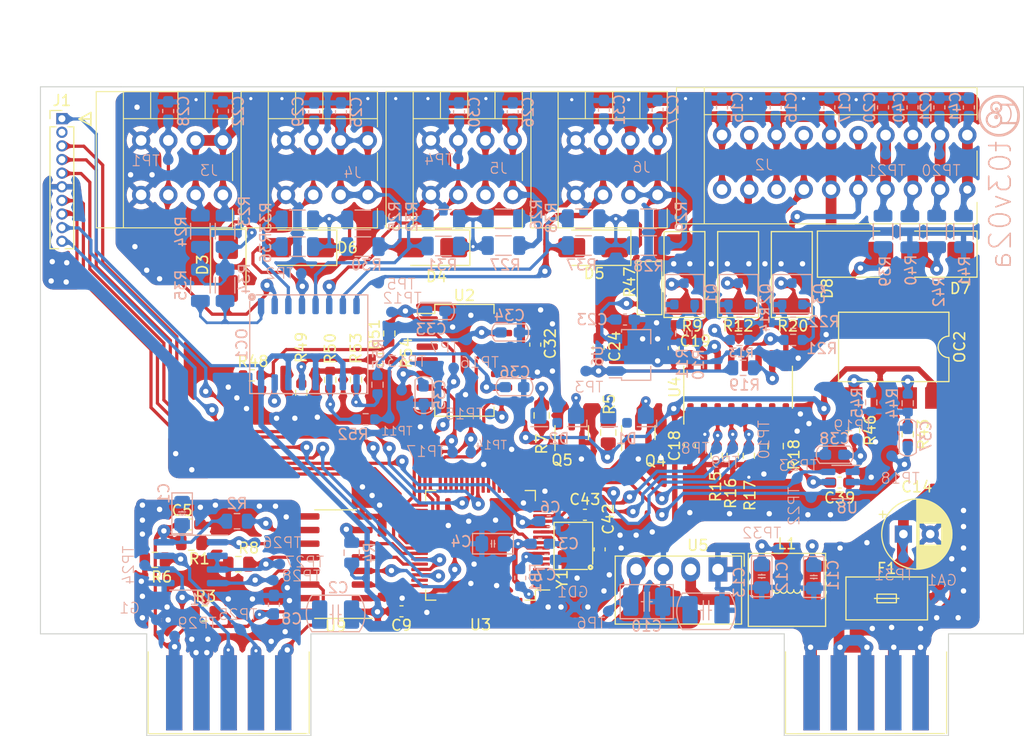
<source format=kicad_pcb>
(kicad_pcb (version 20221018) (generator pcbnew)
  (layers (0 "F.Cu" signal) (31 "B.Cu" signal) (34 "B.Paste" user) (35 "F.Paste" user) (36 "B.SilkS" user "B.Silkscreen") (37 "F.SilkS" user "F.Silkscreen") (38 "B.Mask" user) (39 "F.Mask" user) (44 "Edge.Cuts" user))
  (net 0 "")
  (net 1 "Net-(D1-K)")
  (net 2 "Net-(D1-A)")
  (net 3 "Net-(D2-K)")
  (net 4 "Net-(D2-A)")
  (net 5 "GNDD")
  (net 6 "/NRST")
  (net 7 "+3V3")
  (net 8 "/+3.3VRS485")
  (net 9 "/SWDIO")
  (net 10 "/STEP")
  (net 11 "/EN")
  (net 12 "/DIR")
  (net 13 "/RTS")
  (net 14 "/SWCLK")
  (net 15 "GND1")
  (net 16 "+24V")
  (net 17 "GNDA")
  (net 18 "/DI2")
  (net 19 "/DI1")
  (net 20 "/IN_POSITION")
  (net 21 "/ALARM")
  (net 22 "Net-(U5-IN+)")
  (net 23 "/RTS_cont")
  (net 24 "+5V")
  (net 25 "/Stepper_Motor_Control/IN_POSITION_out+")
  (net 26 "/Stepper_Motor_Control/ALARM_out+")
  (net 27 "Net-(RS2-Pin_2)")
  (net 28 "/Stepper_Motor_Control/EN_out-")
  (net 29 "/Stepper_Motor_Control/DIR_out-")
  (net 30 "/Stepper_Motor_Control/STEP_out-")
  (net 31 "Net-(OC1-Pad3)")
  (net 32 "Net-(OC1-Pad5)")
  (net 33 "Net-(OC1-Pad7)")
  (net 34 "Net-(U1-DE)")
  (net 35 "Net-(U1-RO)")
  (net 36 "Net-(U1-DI)")
  (net 37 "/OSC_IN")
  (net 38 "Net-(RS1-Pin_3)")
  (net 39 "Net-(RS1-Pin_4)")
  (net 40 "Net-(D5-A2)")
  (net 41 "Net-(D6-A2)")
  (net 48 "/OSC_OUT")
  (net 54 "Net-(C37-Pad1)")
  (net 55 "Net-(C38-Pad1)")
  (net 57 "Net-(J2-Pin_3)")
  (net 58 "Net-(J2-Pin_1)")
  (net 60 "/UART_DE")
  (net 79 "Net-(Q1-B)")
  (net 80 "Net-(Q1-C)")
  (net 81 "Net-(Q2-B)")
  (net 82 "Net-(Q2-C)")
  (net 83 "Net-(Q3-B)")
  (net 84 "Net-(Q3-C)")
  (net 85 "Net-(D3-A2)")
  (net 86 "Net-(OC1-Pad9)")
  (net 87 "Net-(D4-A2)")
  (net 88 "Net-(OC1-Pad11)")
  (net 89 "Net-(D3-A1)")
  (net 90 "Net-(OC1-Pad13)")
  (net 91 "Net-(D4-A1)")
  (net 92 "Net-(OC1-Pad15)")
  (net 93 "Net-(Q4-B)")
  (net 94 "Net-(Q5-B)")
  (net 95 "Net-(D5-A1)")
  (net 96 "Net-(D6-A1)")
  (net 97 "Net-(OC1-Pad1)")
  (net 98 "Net-(OC2-Pad5)")
  (net 99 "Net-(OC2-Pad7)")
  (net 100 "Net-(U4-VOA)")
  (net 101 "Net-(U4-VOB)")
  (net 102 "Net-(U4-VE1)")
  (net 103 "Net-(U4-VE2)")
  (net 104 "Net-(U4-VOC)")
  (net 107 "/UART_TX")
  (net 108 "/UART_RX")
  (net 109 "/GPIO1")
  (net 110 "/GPIO2")
  (net 111 "Net-(U9-VE2)")
  (net 112 "Net-(U9-VE1)")
  (net 113 "/DI3")
  (net 114 "/DI4")
  (net 115 "/TX_USART_1")
  (net 116 "/DE_USART_1")
  (net 117 "/RX_USART_1")
  (net 123 "Net-(U6-IN)")
  (net 124 "Net-(D7-A)")
  (net 125 "Net-(D8-A)")
  (net 126 "Net-(C33-Pad1)")
  (net 127 "Net-(C34-Pad1)")
  (net 128 "Net-(C35-Pad1)")
  (net 129 "Net-(C36-Pad1)")
  (net 131 "Net-(U3-VREF+)")
  (footprint "PCM_Resistor_SMD_AKL:R_2512_6332Metric_Pad1.52x3.35mm_HandSolder" (layer "F.Cu") (at 149 87.5 -90)
    (fp_text reference "R9")
    (fp_text value "2512-1,3 кОм±5%-1 Вт")
  )
  (footprint "PCM_4ms_Resistor:R_0805_2012Metric" (layer "F.Cu") (at 103.0625 112.5 180)
    (fp_text reference "R1")
    (fp_text value "0805-10 кОм±5%-0,125 Вт")
  )
  (footprint "Converter_DCDC:Converter_DCDC_Murata_MEE1SxxxxSC_THT" (layer "F.Cu") (at 152.12 115 -90)
    (fp_text reference "U5")
    (fp_text value "AM1SS-2403SJZ")
  )
  (footprint "PCM_Resistor_SMD_AKL:R_2512_6332Metric_Pad1.52x3.35mm_HandSolder" (layer "F.Cu") (at 154 87.5 -90)
    (fp_text reference "R12")
    (fp_text value "2512-1,3 кОм±5%-1 Вт")
  )
  (footprint "Resistor_SMD:R_0603_1608Metric" (layer "F.Cu") (at 155 104.4 90)
    (fp_text reference "R17")
    (fp_text value "0603-10 кОм±5%-0,0625 Вт")
  )
  (footprint "Connector:DG141R-04" (layer "F.Cu") (at 110.699 78.048 -90)
    (fp_text reference "J3")
    (fp_text value "DG141R-2.54-04P-14-00A(H) (DI2)")
  )
  (footprint "Resistor_SMD:R_0603_1608Metric" (layer "F.Cu") (at 121.5 93 90)
    (fp_text reference "R51")
    (fp_text value "0603-1 кОм±5%-0,0625 Вт")
  )
  (footprint "PCM_Capacitor_THT_AKL:CP_Radial_D6.3mm_P2.50mm" (layer "F.Cu") (at 169.4 111.7)
    (fp_text reference "C14")
    (fp_text value "47uF 63V D6,3 H11" hide)
  )
  (footprint "MountingHole:MountingHole_3.2mm_M3" (layer "F.Cu") (at 93 115)
    (fp_text reference "H2" hide)
    (fp_text value "MountingHole" hide)
  )
  (footprint "Package_SO:SO-14_5.3x10.2mm_P1.27mm" (layer "F.Cu") (at 128.5 95.5)
    (fp_text reference "U2")
    (fp_text value "HEF40106BT (SO-14)")
  )
  (footprint "Connector:DG141R-04" (layer "F.Cu") (at 137.699 78.048 -90)
    (fp_text reference "J5")
    (fp_text value "DG141R-2.54-04P-14-00A(H) (DI3)")
  )
  (footprint "PCM_4ms_Resistor:R_0805_2012Metric" (layer "F.Cu") (at 107.4375 114.5)
    (fp_text reference "R8")
    (fp_text value "0805-10 кОм±5%-0,125 Вт")
  )
  (footprint "PCM_Inductor_SMD_Handsoldering_AKL:L_Bourns-SRN6028" (layer "F.Cu") (at 158.55 116.9 180)
    (fp_text reference "L1")
    (fp_text value "6,8uH 3,5A ETQP3M6R8KVP" hide)
  )
  (footprint "Resistor_SMD:R_0603_1608Metric" (layer "F.Cu") (at 152 104.4 90)
    (fp_text reference "R15")
    (fp_text value "0603-10 кОм±5%-0,0625 Вт")
  )
  (footprint "Capacitor_SMD:C_0603_1608Metric_Pad1.08x0.95mm_HandSolder" (layer "F.Cu") (at 122.6375 118.9 180)
    (fp_text reference "C9")
    (fp_text value "0,1uF 100V 0603")
  )
  (footprint "Capacitor_SMD:C_0603_1608Metric_Pad1.08x0.95mm_HandSolder" (layer "F.Cu") (at 141 94.3375 90)
    (fp_text reference "C24")
    (fp_text value "0,1uF 100V 0603")
  )
  (footprint "Resistor_SMD:R_0603_1608Metric" (layer "F.Cu") (at 118.4 97.3 90)
    (fp_text reference "R53")
    (fp_text value "0603-10 кОм±5%-0,0625 Вт")
  )
  (footprint "Resistor_SMD:R_0603_1608Metric" (layer "F.Cu") (at 108.7 96.9 180)
    (fp_text reference "R48")
    (fp_text value "0603-10 кОм±5%-0,0625 Вт")
  )
  (footprint "Capacitor_SMD:C_0603_1608Metric_Pad1.08x0.95mm_HandSolder" (layer "F.Cu") (at 149.5 103.4625 90)
    (fp_text reference "C18")
    (fp_text value "0,1uF 100V 0603")
  )
  (footprint "Package_TO_SOT_SMD:SOT-23" (layer "F.Cu") (at 144.7 102.2375 90)
    (fp_text reference "Q4")
    (fp_text value "DTC114ECA (SOT-23)")
  )
  (footprint "Resistor_SMD:R_0603_1608Metric" (layer "F.Cu") (at 164.8 102 -90)
    (fp_text reference "R46")
    (fp_text value "0603-1 кОм±5%-0,0625 Вт")
  )
  (footprint "Connector:DG141R-10" (layer "F.Cu") (at 180.059 77.675 -90)
    (fp_text reference "J2")
    (fp_text value "DG141R-2.54-10P-14-00A(H) (Driver) ")
  )
  (footprint "Package_QFP:LQFP-64_10x10mm_P0.5mm" (layer "F.Cu") (at 130 112.75 180)
    (fp_text reference "U3")
    (fp_text value "STM32G070RBTx (LQFP-64)")
  )
  (footprint "Connector:DG141R-04" (layer "F.Cu") (at 124.199 78.048 -90)
    (fp_text reference "J4")
    (fp_text value "DG141R-2.54-04P-14-00A(H) (DI1)")
  )
  (footprint "PCM_Crystal_AKL:Crystal_SMD_3225-4Pin_3.2x2.5mm" (layer "F.Cu") (at 138.65 112.8 90)
    (fp_text reference "Y1")
    (fp_text value "Crystal_3225 8MHz" hide)
  )
  (footprint "Connector:DG141R-04" (layer "F.Cu") (at 151.199 78.048 -90)
    (fp_text reference "J6")
    (fp_text value "DG141R-2.54-04P-14-00A(H) (DI4)")
  )
  (footprint "Capacitor_SMD:C_0603_1608Metric" (layer "F.Cu") (at 141.1 113.125 90)
    (fp_text reference "C42")
    (fp_text value "20pF 50V 0603")
  )
  (footprint "Diode_SMD:D_SMA" (layer "F.Cu") (at 113.1 85 180)
    (fp_text reference "D6")
    (fp_text value "SMAJ12A (SMA)")
  )
  (footprint "Diode_SMD:D_SMA" (layer "F.Cu") (at 140.5 85 180)
    (fp_text reference "D5")
    (fp_text value "SMAJ12A (SMA)")
  )
  (footprint "Package_DIP:SMDIP-8_W9.53mm" (layer "F.Cu") (at 168.5 94.25 -90)
    (fp_text reference "OC2")
    (fp_text value "LTV-827S (SMDIP-8)")
  )
  (footprint "Resistor_SMD:R_0603_1608Metric" (layer "F.Cu") (at 169.8 102.4 -90)
    (fp_text reference "R43")
    (fp_text value "0603-1 кОм±5%-0,0625 Вт")
  )
  (footprint "Package_TO_SOT_SMD:SOT-23" (layer "F.Cu") (at 138.5 102.2375 90)
    (fp_text reference "Q5")
    (fp_text value "DTC114ECA (SOT-23)")
  )
  (footprint "PCM_4ms_Resistor:R_0805_2012Metric" (layer "F.Cu") (at 135.7 100.6375 90)
    (fp_text reference "R7")
    (fp_text value "0805-150 Ом±5%-0,125 Вт")
  )
  (footprint "Diode_SMD:D_SMB" (layer "F.Cu") (at 165.05 85.6)
    (fp_text reference "D8")
    (fp_text value "SMBJ3.3A (SMB)")
  )
  (footprint "Diode_SMD:D_SMA" (layer "F.Cu") (at 125.5 85 180)
    (fp_text reference "D4")
    (fp_text value "SMAJ12A (SMA)")
  )
  (footprint "Connector_PinHeader_1.27mm:PinHeader_1x10_P1.27mm_Vertical" (layer "F.Cu") (at 91 72.97)
    (fp_text reference "J1")
    (fp_text value "PLL-10 (Prog)")
  )
  (footprint "PCM_Resistor_SMD_AKL:R_2512_6332Metric_Pad1.52x3.35mm_HandSolder" (layer "F.Cu") (at 159 87.5 -90)
    (fp_text reference "R20")
    (fp_text value "2512-1,3 кОм±5%-1 Вт")
  )
  (footprint "Resistor_SMD:R_0603_1608Metric" (layer "F.Cu") (at 153.5 104.4 90)
    (fp_text reference "R16")
    (fp_text value "0603-10 кОм±5%-0,0625 Вт")
  )
  (footprint "PCM_4ms_Resistor:R_0805_2012Metric" (layer "F.Cu") (at 157.5 103.5 90)
    (fp_text reference "R18")
    (fp_text value "0805-4,7 кОм±5%-0,125 Вт")
  )
  (footprint "PCM_4ms_Resistor:R_0805_2012Metric" (layer "F.Cu") (at 104.3 119.1)
    (fp_text reference "R3")
    (fp_text value "0805-560 Ом±5%-0,125 Вт")
  )
  (footprint "PCM_4ms_Resistor:R_0805_2012Metric" (layer "F.Cu") (at 99.6625 114.1)
    (fp_text reference "R6")
    (fp_text value "0805-560 Ом±5%-0,125 Вт")
  )
  (footprint "Package_SO:SOIC-16_3.9x9.9mm_P1.27mm" (layer "F.Cu") (at 154 98 90)
    (fp_text reference "U4")
    (fp_text value "Pai141M30 (SOIC-16)")
  )
  (footprint "Resistor_SMD:R_0603_1608Metric" (layer "F.Cu") (at 116 97.325 90)
    (fp_text reference "R50")
    (fp_text value "0603-10 кОм±5%-0,0625 Вт")
  )
  (footprint "MountingHole:MountingHole_3.2mm_M3" (layer "F.Cu") (at 93 95)
    (fp_text reference "H1" hide)
    (fp_text value "MountingHole" hide)
  )
  (footprint "Capacitor_SMD:C_0603_1608Metric" (layer "F.Cu") (at 139.725 109.9)
    (fp_text reference "C43")
    (fp_text value "20pF 50V 0603")
  )
  (footprint "Connector:Edge_Conn_KLS1-603-10" (layer "F.Cu") (at 106.54 122.69)
    (fp_text reference "RS1" hide)
    (fp_text value "SL-10 (L-KLS1-603C-10-S)" hide)
  )
  (footprint "Connector:Edge_Conn_KLS1-603-10" (layer "F.Cu") (at 165.92 122.69)
    (fp_text reference "RS2" hide)
    (fp_text value "SL-10 (L-KLS1-603C-10-S)")
  )
  (footprint "Capacitor_SMD:C_0603_1608Metric_Pad1.08x0.95mm_HandSolder" (layer "F.Cu") (at 135.1 94.0375 90)
    (fp_text reference "C32")
    (fp_text value "0,1uF 100V 0603")
  )
  (footprint "Diode_SMD:D_SMA" (layer "F.Cu") (at 106.5 86.8 -90)
    (fp_text reference "D3")
    (fp_text value "SMAJ12A (SMA)")
  )
  (footprint "Capacitor_SMD:C_0603_1608Metric_Pad1.08x0.95mm_HandSolder" (layer "F.Cu") (at 103 110.8 180)
    (fp_text reference "C5")
    (fp_text value "0,1uF 100V 0603")
  )
  (footprint "Resistor_SMD:R_0603_1608Metric" (layer "F.Cu") (at 113.3 98.525 -90)
    (fp_text reference "R49")
    (fp_text value "0603-10 кОм±5%-0,0625 Вт")
  )
  (footprint "Capacitor_SMD:C_0603_1608Metric_Pad1.08x0.95mm_HandSolder" (layer "F.Cu") (at 148 94.3625 90)
    (fp_text reference "C19")
    (fp_text value "0,1uF 100V 0603")
  )
  (footprint "PCM_Fuse_Handsoldering_AKL:Fuse_Littelfuse-NANO2-451_453" (layer "F.Cu") (at 167.845 117.7)
    (fp_text reference "F1")
    (fp_text value "0452.500MRL" hide)
  )
  (footprint "Diode_SMD:D_SMB" (layer "F.Cu") (at 172.6 85.6 180)
    (fp_text reference "D7")
    (fp_text value "SMBJ3.3A (SMB)")
  )
  (footprint "Package_SO:SOIC-16_3.9x9.9mm_P1.27mm" (layer "F.Cu") (at 116.5 114.5 180)
    (fp_text reference "U9")
    (fp_text value "Pai141M30 (SOIC-16)")
  )
  (footprint "Resistor_SMD:R_0603_1608Metric" (layer "F.Cu") (at 120.675 95.4)
    (fp_text reference "R54")
    (fp_text value "0603-1 кОм±5%-0,0625 Вт")
  )
  (footprint "PCM_Resistor_SMD_AKL:R_1206_3216Metric_Pad1.42x1.75mm_HandSolder" (layer "F.Cu") (at 145.75 88.7625 90)
    (fp_text reference "R47")
    (fp_text value "1206-620 Ом±5%-0,25 Вт")
  )
  (footprint "PCM_4ms_Resistor:R_0805_2012Metric" (layer "F.Cu") (at 141.899293 102.2375 -90)
    (fp_text reference "R5")
    (fp_text value "0805-150 Ом±5%-0,125 Вт")
  )
  (footprint "Capacitor_SMD:C_0603_1608Metric_Pad1.08x0.95mm_HandSolder" (layer "F.Cu") (at 163.4625 106.9 180)
    (fp_text reference "C39")
    (fp_text value "0,1uF 100V 0603")
  )
  (footprint "PCM_Capacitor_SMD_AKL:C_0805_2012Metric_Pad1.18x1.45mm_HandSolder" (layer "B.Cu") (at 131.1625 112.6 180)
    (fp_text reference "C4")
    (fp_text value "4,7uF 50V 0805")
  )
  (footprint "PCM_4ms_TestPoint:TestPoint_D1" (layer "B.Cu") (at 127.5 96.2 180)
    (fp_text reference "TP16")
    (fp_text value "TestPoint")
  )
  (footprint "Capacitor_SMD:C_0603_1608Metric_Pad1.08x0.95mm_HandSolder" (layer "B.Cu") (at 100.9 72.2625 90)
    (fp_text reference "C28")
    (fp_text value "0,1uF 100V 0603")
  )
  (footprint "Capacitor_SMD:C_0603_1608Metric_Pad1.08x0.95mm_HandSolder" (layer "B.Cu") (at 128 72.3625 90)
    (fp_text reference "C30")
    (fp_text value "0,1uF 100V 0603")
  )
  (footprint "Resistor_SMD:R_0603_1608Metric" (layer "B.Cu") (at 150.22391 92.979385 -90)
    (fp_text reference "R10")
    (fp_text value "0603-1.5 кОм±5%-0,062 Вт")
  )
  (footprint "Capacitor_SMD:C_0603_1608Metric_Pad1.08x0.95mm_HandSolder" (layer "B.Cu") (at 133 72.3625 90)
    (fp_text reference "C26")
    (fp_text value "0,1uF 100V 0603")
  )
  (footprint "PCM_4ms_TestPoint:TestPoint_D1" (layer "B.Cu") (at 98.7 114.6 180)
    (fp_text reference "TP24")
    (fp_text value "TestPoint")
  )
  (footprint "Capacitor_SMD:C_0603_1608Metric_Pad1.08x0.95mm_HandSolder" (layer "B.Cu") (at 136.3625 110.5)
    (fp_text reference "C6")
    (fp_text value "0,1uF 100V 0603")
  )
  (footprint "PCM_Capacitor_SMD_AKL:C_1210_3225Metric_Pad1.42x2.65mm_HandSolder" (layer "B.Cu") (at 145.4875 118)
    (fp_text reference "C10")
    (fp_text value "10uF 50V 1210 GRM32ER71H106K")
  )
  (footprint "PCM_4ms_TestPoint:TestPoint_D1" (layer "B.Cu") (at 139.8 96.5 -90)
    (fp_text reference "TP3")
    (fp_text value "TestPoint")
  )
  (footprint "Resistor_SMD:R_1206_3216Metric" (layer "B.Cu") (at 126.5375 82.3425 180)
    (fp_text reference "R32")
    (fp_text value "1206-2 кОм±5%-0,25 Вт")
  )
  (footprint "Capacitor_SMD:C_0603_1608Metric_Pad1.08x0.95mm_HandSolder" (layer "B.Cu") (at 114.5 72.3625 90)
    (fp_text reference "C29")
    (fp_text value "0,1uF 100V 0603")
  )
  (footprint "PCM_4ms_TestPoint:TestPoint_D1" (layer "B.Cu") (at 157.8 113.1 180)
    (fp_text reference "TP32")
    (fp_text value "TestPoint")
  )
  (footprint "PCM_Capacitor_SMD_US_Handsoldering_AKL:C_0603_1608Metric_Pad1.08x0.95mm" (layer "B.Cu") (at 125.8375 90.9)
    (fp_text reference "C33")
    (fp_text value "0,01uF 50V 0603" hide)
  )
  (footprint "Package_TO_SOT_SMD:SOT-89-3" (layer "B.Cu") (at 144.5 95)
    (fp_text reference "U6")
    (fp_text value "L78L05 (SOT89-3)")
  )
  (footprint "PCM_4ms_TestPoint:TestPoint_D1" (layer "B.Cu") (at 160.8 108.3)
    (fp_text reference "TP22")
    (fp_text value "TestPoint")
  )
  (footprint "PCM_4ms_TestPoint:TestPoint_D1" (layer "B.Cu") (at 128.7 93.6 180)
    (fp_text reference "TP7")
    (fp_text value "TestPoint")
  )
  (footprint "Capacitor_SMD:C_0603_1608Metric_Pad1.08x0.95mm_HandSolder" (layer "B.Cu") (at 136.138207 114.100707)
    (fp_text reference "C7")
    (fp_text value "0,1uF 100V 0603")
  )
  (footprint "PCM_4ms_TestPoint:TestPoint_D1" (layer "B.Cu") (at 122.65 98.288347 180)
    (fp_text reference "TP13")
    (fp_text value "TestPoint")
  )
  (footprint "PCM_Capacitor_SMD_AKL:C_0805_2012Metric_Pad1.18x1.45mm_HandSolder" (layer "B.Cu") (at 102.2 109.7625 -90)
    (fp_text reference "C1")
    (fp_text value "1uF 100V 0805")
  )
  (footprint "Resistor_SMD:R_1206_3216Metric" (layer "B.Cu") (at 139.6 82.3 180)
    (fp_text reference "R38")
    (fp_text value "1206-2 кОм±5%-0,25 Вт")
  )
  (footprint "Capacitor_SMD:C_0603_1608Metric_Pad1.08x0.95mm_HandSolder" (layer "B.Cu") (at 117 72.3625 90)
    (fp_text reference "C25")
    (fp_text value "0,1uF 100V 0603")
  )
  (footprint "PCM_4ms_TestPoint:TestPoint_D1" (layer "B.Cu") (at 109 112.5 180)
    (fp_text reference "TP26")
    (fp_text value "TestPoint")
  )
  (footprint "PCM_4ms_Resistor:R_0805_2012Metric" (layer "B.Cu") (at 154.4625 96.2)
    (fp_text reference "R19")
    (fp_text value "0805-4,7 кОм±5%-0,125 Вт")
  )
  (footprint "PCM_Package_TO_SOT_SMD_AKL:SOT-23" (layer "B.Cu") (at 159.05 89.3 90)
    (fp_text reference "Q3")
    (fp_text value "2SC2712 (SOT-23)" hide)
  )
  (footprint "Resistor_SMD:R_1206_3216Metric" (layer "B.Cu") (at 119.0375 84.9 180)
    (fp_text reference "R30")
    (fp_text value "1206-2 кОм±5%-0,25 Вт")
  )
  (footprint "PCM_4ms_TestPoint:TestPoint_D1" (layer "B.Cu") (at 111.3 114.5 180)
    (fp_text reference "TP27")
    (fp_text value "TestPoint")
  )
  (footprint "PCM_4ms_TestPoint:TestPoint_D1" (layer "B.Cu") (at 130.9 100.5 180)
    (fp_text reference "TP15")
    (fp_text value "TestPoint")
  )
  (footprint "PCM_4ms_TestPoint:TestPoint_D1" (layer "B.Cu") (at 107.6 120.6 180)
    (fp_text reference "TP25")
    (fp_text value "TestPoint")
  )
  (footprint "Capacitor_SMD:C_0603_1608Metric_Pad1.08x0.95mm_HandSolder" (layer "B.Cu") (at 135.5625 112.6)
    (fp_text reference "C3")
    (fp_text value "0,1uF 100V 0603")
  )
  (footprint "Resistor_SMD:R_1206_3216Metric" (layer "B.Cu") (at 103.9 83.4625 -90)
    (fp_text reference "R24")
    (fp_text value "1206-2 кОм±5%-0,25 Вт")
  )
  (footprint "Resistor_SMD:R_1206_3216Metric" (layer "B.Cu") (at 172.5 83.4875 90)
    (fp_text reference "R42")
    (fp_text value "1206-1 кОм±5%-0,25 Вт")
  )
  (footprint "PCM_4ms_TestPoint:TestPoint_D1" (layer "B.Cu") (at 141.9 118.9 180)
    (fp_text reference "TP6")
    (fp_text value "TestPoint")
  )
  (footprint "PCM_Capacitor_SMD_US_Handsoldering_AKL:C_0603_1608Metric_Pad1.08x0.95mm" (layer "B.Cu") (at 169.8 102.7 90)
    (fp_text reference "C37")
    (fp_text value "0,01uF 50V 0603" hide)
  )
  (footprint "PCM_Capacitor_SMD_US_Handsoldering_AKL:C_0603_1608Metric_Pad1.08x0.95mm" (layer "B.Cu") (at 133.1625 98)
    (fp_text reference "C36")
    (fp_text value "0,01uF 50V 0603" hide)
  )
  (footprint "Resistor_SMD:R_1206_3216Metric" (layer "B.Cu") (at 170 83.5125 90)
    (fp_text reference "R40")
    (fp_text value "1206-1 кОм±5%-0,25 Вт")
  )
  (footprint "PCM_Capacitor_SMD_Handsoldering_AKL:C_1210_3225Metric_Pad1.42x2.65mm" (layer "B.Cu") (at 151.0125 118.8 180)
    (fp_text reference "C13")
    (fp_text value "270 pf X7R 1206 2000v 202R18W271KW4E" hide)
  )
  (footprint "Resistor_SMD:R_0603_1608Metric" (layer "B.Cu") (at 120.4 97.775 90)
    (fp_text reference "R55")
    (fp_text value "0603-1 кОм±5%-0,0625 Вт")
  )
  (footprint "Capacitor_SMD:C_0603_1608Metric_Pad1.08x0.95mm_HandSolder" (layer "B.Cu") (at 167.5 71.9175 90)
    (fp_text reference "C20")
    (fp_text value "0,1uF 100V 0603")
  )
  (footprint "PCM_Package_TO_SOT_SMD_AKL:SOT-23" (layer "B.Cu") (at 154.05 89.3 90)
    (fp_text reference "Q2")
    (fp_text value "2SC2712 (SOT-23)" hide)
  )
  (footprint "Capacitor_SMD:C_0603_1608Metric_Pad1.08x0.95mm_HandSolder" (layer "B.Cu") (at 157.5 71.9175 90)
    (fp_text reference "C16")
    (fp_text value "0,1uF 100V 0603")
  )
  (footprint "PCM_4ms_Resistor:R_0805_2012Metric" (layer "B.Cu") (at 107.3125 110.5 180)
    (fp_text reference "R2")
    (fp_text value "0805-4,7 кОм±5%-0,125 Вт")
  )
  (footprint "PCM_4ms_TestPoint:TestPoint_D1" (layer "B.Cu") (at 159.5 106.5)
    (fp_text reference "TP23")
    (fp_text value "TestPoint")
  )
  (footprint "Resistor_SMD:R_1206_3216Metric" (layer "B.Cu") (at 139.6 84.8 180)
    (fp_text reference "R37")
    (fp_text value "1206-2 кОм±5%-0,25 Вт")
  )
  (footprint "Package_TO_SOT_SMD:SOT-23-6" (layer "B.Cu") (at 163.5375 106.85 180)
    (fp_text reference "U8")
    (fp_text value "74LVC2G14 (SOT-23-6)")
  )
  (footprint "Resistor_SMD:R_1206_3216Metric" (layer "B.Cu") (at 167.5 83.4875 90)
    (fp_text reference "R39")
    (fp_text value "1206-1 кОм±5%-0,25 Вт")
  )
  (footprint "Resistor_SMD:R_1206_3216Metric" (layer "B.Cu") (at 112.9375 82.4 180)
    (fp_text reference "R33")
    (fp_text value "1206-2 кОм±5%-0,25 Вт")
  )
  (footprint "Resistor_SMD:R_0603_1608Metric" (layer "B.Cu") (at 159.125 93.6 180)
    (fp_text reference "R21")
    (fp_text value "0603-1.5 кОм±5%-0,062 Вт")
  )
  (footprint "Resistor_SMD:R_1206_3216Metric" (layer "B.Cu") (at 106.2 83.4625 -90)
    (fp_text reference "R23")
    (fp_text value "1206-2 кОм±5%-0,25 Вт")
  )
  (footprint "Capacitor_SMD:C_0603_1608Metric_Pad1.08x0.95mm_HandSolder" (layer "B.Cu") (at 152.5 71.9175 90)
    (fp_text reference "C15")
    (fp_text value "0,1uF 100V 0603")
  )
  (footprint "Capacitor_SMD:C_0603_1608Metric_Pad1.08x0.95mm_HandSolder" (layer "B.Cu") (at 143.4625 91.7)
    (fp_text reference "C23")
    (fp_text value "0,33uF 50V 0603")
  )
  (footprint "Resistor_SMD:R_0603_1608Metric" (layer "B.Cu") (at 159.125 92)
    (fp_text reference "R22")
    (fp_text value "0603-270 Ом±5%-0,062 Вт")
  )
  (footprint "LED_SMD:LED_Kingbright_KPA-3010_3x2x1mm" (layer "B.Cu") (at 143.649293 100.175 180)
    (fp_text reference "D1")
    (fp_text value "KPA-3010CGCK")
  )
  (footprint "Capacitor_SMD:C_0603_1608Metric_Pad1.08x0.95mm_HandSolder" (layer "B.Cu") (at 170.25 71.9175 90)
    (fp_text reference "C40")
    (fp_text value "0,1uF 100V 0603")
  )
  (footprint "PCM_4ms_TestPoint:TestPoint_D1" (layer "B.Cu") (at 152 103.7 180)
    (fp_text reference "TP8")
    (fp_text value "TestPoint")
  )
  (footprint "PCM_Capacitor_SMD_Handsoldering_AKL:C_1210_3225Metric_Pad1.42x2.65mm" (layer "B.Cu") (at 116.5 119.2)
    (fp_text reference "C2")
    (fp_text value "270 pf X7R 1206 2000v 202R18W271KW4E" hide)
  )
  (footprint "PCM_4ms_TestPoint:TestPoint_D1" (layer "B.Cu") (at 121.7 91 180)
    (fp_text reference "TP12")
    (fp_text value "TestPoint")
  )
  (footprint "Capacitor_SMD:C_0603_1608Metric_Pad1.08x0.95mm_HandSolder" (layer "B.Cu") (at 106 72.2625 90)
    (fp_text reference "C22")
    (fp_text value "0,1uF 100V 0603")
  )
  (footprint "PCM_4ms_TestPoint:TestPoint_D1" (layer "B.Cu") (at 99.8 119.7 180)
    (fp_text reference "G1")
    (fp_text value "TestPoint")
  )
  (footprint "Resistor_SMD:R_0603_1608Metric" (layer "B.Cu") (at 169.8 99.5 -90)
    (fp_text reference "R44")
    (fp_text value "0603-10 кОм±5%-0,0625 Вт")
  )
  (footprint "PCM_4ms_TestPoint:TestPoint_D1" (layer "B.Cu") (at 100.9 76.8 180)
    (fp_text reference "TP1")
    (fp_text value "TestPoint")
  )
  (footprint "Capacitor_SMD:C_0603_1608Metric_Pad1.08x0.95mm_HandSolder" (layer "B.Cu") (at 162.5 71.9175 90)
    (fp_text reference "C17")
    (fp_text value "0,1uF 100V 0603")
  )
  (footprint "Inductor_SMD:L_0603_1608Metric" (layer "B.Cu") (at 133.7 115.7875 90)
    (fp_text reference "FB1")
    (fp_text value "BLM18KG101TH1")
  )
  (footprint "Capacitor_SMD:C_0603_1608Metric_Pad1.08x0.95mm_HandSolder" (layer "B.Cu") (at 141.5 72.1375 90)
    (fp_text reference "C31")
    (fp_text value "0,1uF 100V 0603")
  )
  (footprint "Resistor_SMD:R_1206_3216Metric" (layer "B.Cu") (at 132.1375 82.3 180)
    (fp_text reference "R26")
    (fp_text value "1206-2 кОм±5%-0,25 Вт")
  )
  (footprint "PCM_4ms_TestPoint:TestPoint_D1" (layer "B.Cu") (at 121.5 100.9 180)
    (fp_text reference "TP11")
    (fp_text value "TestPoint")
  )
  (footprint "PCM_Capacitor_SMD_US_Handsoldering_AKL:C_0603_1608Metric_Pad1.08x0.95mm" (layer "B.Cu") (at 163 104.3 180)
    (fp_text reference "C38")
    (fp_text value "0,01uF 50V 0603" hide)
  )
  (footprint "Capacitor_SMD:C_0603_1608Metric_Pad1.08x0.95mm_HandSolder" (layer "B.Cu") (at 110.75 118.2875 -90)
    (fp_text reference "C8")
    (fp_text value "0,1uF 100V 0603")
  )
  (footprint "Resistor_SMD:R_1206_3216Metric" (layer "B.Cu") (at 145.6625 82.3 180)
    (fp_text reference "R29")
    (fp_text value "1206-2 кОм±5%-0,25 Вт")
  )
  (footprint "PCM_4ms_TestPoint:TestPoint_D1" (layer "B.Cu") (at 172.75 76.28)
    (fp_text reference "TP20")
    (fp_text value "TestPoint")
  )
  (footprint "Capacitor_SMD:C_0603_1608Metric_Pad1.08x0.95mm_HandSolder" (layer "B.Cu") (at 172.75 71.9175 90)
    (fp_text reference "C21")
    (fp_text value "0,1uF 100V 0603")
  )
  (footprint "PCM_4ms_TestPoint:TestPoint_D1" (layer "B.Cu") (at 169.4 113.9 180)
    (fp_text reference "TP31")
    (fp_text value "TestPoint")
  )
  (footprint "PCM_4ms_TestPoint:TestPoint_D1" (layer "B.Cu") (at 127.4 104.1 180)
    (fp_text reference "TP17")
    (fp_text value "TestPoint")
  )
  (footprint "Capacitor_SMD:C_0603_1608Metric_Pad1.08x0.95mm_HandSolder" (layer "B.Cu") (at 175.5 71.9175 90)
    (fp_text reference "C41")
    (fp_text value "0,1uF 100V 0603")
  )
  (footprint "PCM_Capacitor_SMD_US_Handsoldering_AKL:C_0603_1608Metric_Pad1.08x0.95mm" (layer "B.Cu") (at 124.7 98.7375 -90)
    (fp_text reference "C35")
    (fp_text value "0,01uF 50V 0603" hide)
  )
  (footprint "PCM_4ms_TestPoint:TestPoint_D1" (layer "B.Cu") (at 172.8 117.4 180)
    (fp_text reference "GA1")
    (fp_text value "TestPoint")
  )
  (footprint "PCM_4ms_TestPoint:TestPoint_D1" (layer "B.Cu") (at 110.7 116 180)
    (fp_text reference "TP28")
    (fp_text value "TestPoint")
  )
  (footprint "Symbol:PB_LOGO" (layer "B.Cu") (at 178.076321 72.556714 -90)
    (fp_text reference "G***" hide)
    (fp_text value "LOGO" hide)
  )
  (footprint "PCM_4ms_TestPoint:TestPoint_D1" (layer "B.Cu") (at 113.3 87.4 180)
    (fp_text reference "TP2")
    (fp_text value "TestPoint")
  )
  (footprint "Resistor_SMD:R_0603_1608Metric" (layer "B.Cu") (at 148.7 93 90)
    (fp_text reference "R11")
    (fp_text value "0603-270 Ом±5%-0,062 Вт")
  )
  (footprint "Resistor_SMD:R_0603_1608Metric" (layer "B.Cu") (at 119.3 101)
    (fp_text reference "R52")
    (fp_text value "0603-1 кОм±5%-0,0625 Вт")
  )
  (footprint "PCM_4ms_TestPoint:TestPoint_D1" (layer "B.Cu") (at 155 103.7 180)
    (fp_text reference "TP10")
    (fp_text value "TestPoint")
  )
  (footprint "Resistor_SMD:R_1206_3216Metric" (layer "B.Cu") (at 119.0375 82.4 180)
    (fp_text reference "R25")
    (fp_text value "1206-2 кОм±5%-0,25 Вт")
  )
  (footprint "PCM_Capacitor_SMD_AKL:C_0805_2012Metric_Pad1.18x1.45mm_HandSolder" (layer "B.Cu") (at 161.05 115.7 -90)
    (fp_text reference "C11")
    (fp_text value "4,7uF 50V 0805")
  )
  (footprint "Resistor_SMD:R_0603_1608Metric" (layer "B.Cu") (at 154.125 93.6 180)
    (fp_text reference "R13")
    (fp_text value "0603-1.5 кОм±5%-0,062 Вт")
  )
  (footprint "PCM_4ms_TestPoint:TestPoint_D1" (layer "B.Cu") (at 165.1 102.8)
    (fp_text reference "TP19")
    (fp_text value "TestPoint")
  )
  (footprint "PCM_Capacitor_SMD_AKL:C_0805_2012Metric_Pad1.18x1.45mm_HandSolder" (layer "B.Cu") (at 156.2 115.6375 -90)
    (fp_text reference "C12")
    (fp_text value "4,7uF 50V 0805")
  )
  (footprint "Resistor_SMD:R_1206_3216Metric" (layer "B.Cu") (at 106.2 88.5 -90)
    (fp_text reference "R34")
    (fp_text value "1206-2 кОм±5%-0,25 Вт")
  )
  (footprint "PCM_Package_TO_SOT_SMD_AKL:SOT-23" (layer "B.Cu") (at 149 89.3 90)
    (fp_text reference "Q1")
    (fp_text value "2SC2712 (SOT-23)" hide)
  )
  (footprint "Resistor_SMD:R_0603_1608Metric" (layer "B.Cu") (at 154.125 92)
    (fp_text reference "R14")
    (fp_text value "0603-270 Ом±5%-0,062 Вт")
  )
  (footprint "PCM_4ms_TestPoint:TestPoint_D1" (layer "B.Cu") (at 120.5 88.3 180)
    (fp_text reference "TP5")
    (fp_text value "TestPoint")
  )
  (footprint "LED_SMD:LED_Kingbright_KPA-3010_3x2x1mm" (layer "B.Cu") (at 137.15 100.175 180)
    (fp_text reference "D2")
    (fp_text value "KPA-3010CGCK")
  )
  (footprint "Resistor_SMD:R_1206_3216Metric" (layer "B.Cu") (at 112.9375 84.9 180)
    (fp_text reference "R36")
    (fp_text value "1206-2 кОм±5%-0,25 Вт")
  )
  (footprint "Resistor_SMD:R_1206_3216Metric" (layer "B.Cu") (at 126.5375 84.8425 180)
    (fp_text reference "R31")
    (fp_text value "1206-2 кОм±5%-0,25 Вт")
  )
  (footprint "PCM_4ms_TestPoint:TestPoint_D1" (layer "B.Cu") (at 138.8 118.5 180)
    (fp_text reference "GD1")
    (fp_text value "TestPoint")
  )
  (footprint "Capacitor_SMD:C_0603_1608Metric_Pad1.08x0.95mm_HandSolder" (layer "B.Cu") (at 146.5 72.1375 90)
    (fp_text reference "C27")
    (fp_text value "0,1uF 100V 0603")
  )
  (footprint "PCM_4ms_TestPoint:TestPoint_D1" (layer "B.Cu") (at 167.75 76.28)
    (fp_text reference "TP21")
    (fp_text value "TestPoint")
  )
  (footprint "PCM_4ms_TestPoint:TestPoint_D1" (layer "B.Cu") (at 127.9 76.7 180)
    (fp_text reference "TP4")
    (fp_text value "TestPoint")
  )
  (footprint "PCM_Package_SO_AKL:SOIC-16W_5.3x10.2mm_P1.27mm" (layer "B.Cu") (at 114 94 -90)
    (fp_text reference "OC1")
    (fp_text value "IS281- 4 (SOIC-16W)" hide)
  )
  (footprint "Resistor_SMD:R_1206_3216Metric" (layer "B.Cu") (at 175 83.4875 -90)
    (fp_text reference "R41")
    (fp_text value "1206-1 кОм±5%-0,25 Вт")
  )
  (footprint "Resistor_SMD:R_0603_1608Metric" (layer "B.Cu") (at 166.4 99.425 -90)
    (fp_text reference "R45")
    (fp_text value "0603-10 кОм±5%-0,0625 Вт")
  )
  (footprint "PCM_4ms_TestPoint:TestPoint_D1" (layer "B.Cu") (at 153.5 103.7 180)
    (fp_text reference "TP9")
    (fp_text value "TestPoint")
  )
  (footprint "Resistor_SMD:R_1206_3216Metric" (layer "B.Cu") (at 132.1375 84.8 180)
    (fp_text reference "R27")
    (fp_text value "1206-2 кОм±5%-0,25 Вт")
  )
  (footprint "PCM_4ms_Resistor:R_0805_2012Metric" (layer "B.Cu") (at 118 113.4375 90)
    (fp_text reference "R4")
    (fp_text value "0805-4,7 кОм±5%-0,125 Вт")
  )
  (footprint "PCM_4ms_TestPoint:TestPoint_D1" (layer "B.Cu") (at 101.5 121.2 180)
    (fp_text reference "TP29")
    (fp_text value "TestPoint")
  )
  (footprint "PCM_4ms_TestPoint:TestPoint_D1" (layer "B.Cu") (at 168.3 104.4 180)
    (fp_text reference "TP18")
    (fp_text value "TestPoint")
  )
  (footprint "PCM_Capacitor_SMD_US_Handsoldering_AKL:C_0603_1608Metric_Pad1.08x0.95mm" (layer "B.Cu") (at 132.7625 92.9)
    (fp_text reference "C34")
    (fp_text value "0,01uF 50V 0603" hide)
  )
  (footprint "PCM_4ms_TestPoint:TestPoint_D1" (layer "B.Cu") (at 129.1 104.1 180)
    (fp_text reference "TP14")
    (fp_text value "TestPoint")
  )
  (footprint "Resistor_SMD:R_1206_3216Metric" (layer "B.Cu") (at 103.9 88.5 -90)
    (fp_text reference "R35")
    (fp_text value "1206-2 кОм±5%-0,25 Вт")
  )
  (footprint "Package_SO:SOIC-8_3.9x4.9mm_P1.27mm" (layer "B.Cu") (at 103 114.365 180)
    (fp_text reference "U1")
    (fp_text value "ADM3485EARZ-REEL (SOIC-8)")
  )
  (footprint "Resistor_SMD:R_1206_3216Metric" (layer "B.Cu") (at 145.6625 84.8 180)
    (fp_text reference "R28")
    (fp_text value "1206-2 кОм±5%-0,25 Вт")
  )
  (gr_line (start 93.7 72.4) (end 92.6 73) (stroke (width 0.15)) (layer "F.SilkS"))
  (gr_line (start 92.6 73) (end 93.7 73.6) (stroke (width 0.15)) (layer "F.SilkS"))
  (gr_line (start 92.6 73) (end 93.7 73) (stroke (width 0.15)) (layer "F.SilkS"))
  (gr_line (start 93.7 73.6) (end 93.7 72.4) (stroke (width 0.15)) (layer "F.SilkS"))
  (gr_line (start 98.9 121) (end 98.9 130.5) (stroke (width 0.1)) (layer "Edge.Cuts"))
  (gr_line (start 158.3 121) (end 158.3 130.5) (stroke (width 0.1)) (layer "Edge.Cuts"))
  (gr_line (start 158.3 130.5) (end 173.6 130.5) (stroke (width 0.1)) (layer "Edge.Cuts"))
  (gr_line (start 173.6 121) (end 180.6 121) (stroke (width 0.1)) (layer "Edge.Cuts"))
  (gr_line (start 98.9 121) (end 89 121) (stroke (width 0.1)) (layer "Edge.Cuts"))
  (gr_line (start 89 121) (end 89 70) (stroke (width 0.1)) (layer "Edge.Cuts"))
  (gr_line (start 114.2 130.5) (end 114.2 121) (stroke (width 0.1)) (layer "Edge.Cuts"))
  (gr_line (start 89 70) (end 96.5 70) (stroke (width 0.1)) (layer "Edge.Cuts"))
  (gr_line (start 180.6 70) (end 96.5 70) (stroke (width 0.1)) (layer "Edge.Cuts"))
  (gr_line (start 173.6 130.5) (end 173.6 121) (stroke (width 0.1)) (layer "Edge.Cuts"))
  (gr_line (start 98.9 130.5) (end 114.2 130.5) (stroke (width 0.1)) (layer "Edge.Cuts"))
  (gr_line (start 114.2 121) (end 158.3 121) (stroke (width 0.1)) (layer "Edge.Cuts"))
  (gr_line (start 180.6 121) (end 180.6 70) (stroke (width 0.1)) (layer "Edge.Cuts"))
  (gr_text "t03v02a" (at 179.6 74.9 90) (layer "B.SilkS") (effects (font (size 2 2)) (justify left bottom mirror)))
  (segment (start 145.4 99.3) (end 144.7 100) (width 0.3) (layer "F.Cu") (net 1))
  (segment (start 144.7 100) (end 144.7 101.3) (width 0.3) (layer "F.Cu") (net 1))
  (via (at 145.4 99.3) (size 0.9) (drill 0.3) (layers "F.Cu" "B.Cu") (net 1))
  (segment (start 145.4 99.3) (end 145.399293 99.300707) (width 0.3) (layer "B.Cu") (net 1))
  (segment (start 145.399293 99.300707) (end 145.399293 100.675) (width 0.3) (layer "B.Cu") (net 1))
  (segment (start 141.899293 100.500707) (end 141.899293 101.3) (width 0.3) (layer "F.Cu") (net 2))
  (segment (start 141.9 99.1) (end 141.9 100.5) (width 0.3) (layer "F.Cu") (net 2))
  (segment (start 141.9 100.5) (end 141.899293 100.500707) (width 0.3) (layer "F.Cu") (net 2))
  (via (at 141.9 99.1) (size 0.9) (drill 0.3) (layers "F.Cu" "B.Cu") (net 2))
  (segment (start 141.9 99.1) (end 141.9 100.674293) (width 0.3) (layer "B.Cu") (net 2))
  (segment (start 141.9 100.674293) (end 141.899293 100.675) (width 0.3) (layer "B.Cu") (net 2))
  (segment (start 138.9 99) (end 138.9 100.4) (width 0.3) (layer "F.Cu") (net 3))
  (segment (start 138.9 100.4) (end 138.5 100.8) (width 0.3) (layer "F.Cu") (net 3))
  (segment (start 138.5 100.8) (end 138.5 101.3) (width 0.3) (layer "F.Cu") (net 3))
  (via (at 138.9 99) (size 0.9) (drill 0.3) (layers "F.Cu" "B.Cu") (net 3))
  (segment (start 138.9 99) (end 138.9 100.675) (width 0.3) (layer "B.Cu") (net 3))
  (segment (start 135.7 98.1) (end 135.7 99.7) (width 0.3) (layer "F.Cu") (net 4))
  (via (at 135.7 98.1) (size 1.2) (drill 0.5) (layers "F.Cu" "B.Cu") (net 4))
  (segment (start 135.7 98.1) (end 135.7 100.375) (width 0.3) (layer "B.Cu") (net 4))
  (segment (start 135.7 100.375) (end 135.4 100.675) (width 0.3) (layer "B.Cu") (net 4))
  (segment (start 158.445 101.545) (end 158.445 100.475) (width 0.3) (layer "F.Cu") (net 5))
  (segment (start 139.9 111.3) (end 142.2 111.3) (width 0.3) (layer "F.Cu") (net 5))
  (segment (start 122.7 117.675) (end 118.975 117.675) (width 0.5) (layer "F.Cu") (net 5))
  (segment (start 132.9 109.9) (end 134 108.8) (width 0.3) (layer "F.Cu") (net 5))
  (segment (start 142.5 111) (end 143 111.5) (width 0.3) (layer "F.Cu") (net 5))
  (segment (start 140.5 109.9) (end 141.4 109.9) (width 0.3) (layer "F.Cu") (net 5))
  (segment (start 150.675 104.325) (end 149.5 104.325) (width 0.3) (layer "F.Cu") (net 5))
  (segment (start 139.5 111.7) (end 139.9 111.3) (width 0.3) (layer "F.Cu") (net 5))
  (segment (start 132.9 111.05) (end 132.9 109.9) (width 0.3) (layer "F.Cu") (net 5))
  (segment (start 150.9 104.1) (end 150.675 104.325) (width 0.3) (layer "F.Cu") (net 5))
  (segment (start 133.55 111.7) (end 132.9 111.05) (width 0.3) (layer "F.Cu") (net 5))
  (segment (start 146.8 104.6) (end 145.9 104.6) (width 0.3) (layer "F.Cu") (net 5))
  (segment (start 135.675 112.5) (end 134.7 112.5) (width 0.3) (layer "F.Cu") (net 5))
  (segment (start 120.2 97.4) (end 120.8 97.4) (width 0.5) (layer "F.Cu") (net 5))
  (segment (start 133.9 111.7) (end 133.55 111.7) (width 0.3) (layer "F.Cu") (net 5))
  (segment (start 119.275 96.475) (end 120.2 97.4) (width 0.5) (layer "F.Cu") (net 5))
  (segment (start 159.5 102.1) (end 159 102.1) (width 0.3) (layer "F.Cu") (net 5))
  (segment (start 118.4 96.475) (end 119.275 96.475) (width 0.5) (layer "F.Cu") (net 5))
  (segment (start 142.2 111.3) (end 142.5 111) (width 0.3) (layer "F.Cu") (net 5))
  (segment (start 145.9 104.6) (end 145.65 104.35) (width 0.3) (layer "F.Cu") (net 5))
  (segment (start 134.7 112.5) (end 133.9 111.7) (width 0.3) (layer "F.Cu") (net 5))
  (segment (start 145.65 104.35) (end 145.65 103.175) (width 0.3) (layer "F.Cu") (net 5))
  (segment (start 150.9 102.4) (end 150.9 104.1) (width 0.3) (layer "F.Cu") (net 5))
  (segment (start 141.4 109.9) (end 142.5 111) (width 0.3) (layer "F.Cu") (net 5))
  (segment (start 143 111.5) (end 143 111.8) (width 0.3) (layer "F.Cu") (net 5))
  (segment (start 159 102.1) (end 158.445 101.545) (width 0.3) (layer "F.Cu") (net 5))
  (via (at 140 118.5) (size 1.2) (drill 0.5) (layers "F.Cu" "B.Cu") (net 5))
  (via (at 127 110.9) (size 1.2) (drill 0.5) (layers "F.Cu" "B.Cu") (net 5))
  (via (at 156.9 109.8) (size 1.2) (drill 0.5) (layers "F.Cu" "B.Cu") (net 5))
  (via (at 106.5 98) (size 1.2) (drill 0.5) (layers "F.Cu" "B.Cu") (net 5))
  (via (at 160.5 109.9) (size 1.2) (drill 0.5) (layers "F.Cu" "B.Cu") (net 5))
  (via (at 166.4 106.4) (size 1.2) (drill 0.5) (layers "F.Cu" "B.Cu") (net 5))
  (via (at 129.1 116.3) (size 1.2) (drill 0.5) (layers "F.Cu" "B.Cu") (net 5))
  (via (at 90.1 86.3) (size 1.2) (drill 0.5) (layers "F.Cu" "B.Cu") (net 5))
  (via (at 129.4 114.5) (size 1.2) (drill 0.5) (layers "F.Cu" "B.Cu") (net 5))
  (via (at 122.7 117.675) (size 1.2) (drill 0.5) (layers "F.Cu" "B.Cu") (net 5))
  (via (at 136.7 92.1) (size 1.2) (drill 0.5) (layers "F.Cu" "B.Cu") (net 5))
  (via (at 101.6 104.2) (size 1.2) (drill 0.5) (layers "F.Cu" "B.Cu") (net 5))
  (via (at 114.8 100.8) (size 1.2) (drill 0.5) (layers "F.Cu" "B.Cu") (net 5))
  (via (at 135.6 90.8) (size 1.2) (drill 0.5) (layers "F.Cu" "B.Cu") (net 5))
  (via (at 132.9 103.8) (size 1.2) (drill 0.5) (layers "F.Cu" "B.Cu") (net 5))
  (via (at 159.8 100.5) (size 1.2) (drill 0.5) (layers "F.Cu" "B.Cu") (net 5))
  (via (at 120.6 109) (size 1.2) (drill 0.5) (layers "F.Cu" "B.Cu") (net 5))
  (via (at 162.6 109.9) (size 1.2) (drill 0.5) (layers "F.Cu" "B.Cu") (net 5))
  (via (at 150.9 102.4) (size 0.9) (drill 0.3) (layers "F.Cu" "B.Cu") (net 5))
  (via (at 108.2 100) (size 1.2) (drill 0.5) (layers "F.Cu" "B.Cu") (net 5))
  (via (at 160.6 101.4) (size 1.2) (drill 0.5) (layers "F.Cu" "B.Cu") (net 5))
  (via (at 139 115.8) (size 1.2) (drill 0.5) (layers "F.Cu" "B.Cu") (net 5))
  (via (at 131.4 110.4) (size 1.2) (drill 0.5) (layers "F.Cu" "B.Cu") (net 5))
  (via (at 119 107.3) (size 1.2) (drill 0.5) (layers "F.Cu" "B.Cu") (net 5))
  (via (at 103.1 105.7) (size 1.2) (drill 0.5) (layers "F.Cu" "B.Cu") (net 5))
  (via (at 136.7 96.5) (size 1.2) (drill 0.5) (layers "F.Cu" "B.Cu") (net 5))
  (via (at 130.3 105.2) (size 1.2) (drill 0.5) (layers "F.Cu" "B.Cu") (net 5))
  (via (at 136.3 118.5) (size 1.2) (drill 0.5) (layers "F.Cu" "B.Cu") (net 5))
  (via (at 128.6 98.7) (size 1.2) (drill 0.5) (layers "F.Cu" "B.Cu") (net 5))
  (via (at 91.4 88.2) (size 1.2) (drill 0.5) (layers "F.Cu" "B.Cu") (net 5))
  (via (at 91.4505 86.4) (size 1.2) (drill 0.5) (layers "F.Cu" "B.Cu") (net 5))
  (via (at 166.8 103.1) (size 1.2) (drill 0.5) (layers "F.Cu" "B.Cu") (net 5))
  (via (at 127.4 92.4) (size 1.2) (drill 0.5) (layers "F.Cu" "B.Cu") (net 5))
  (via (at 137.5 118.5) (size 1.2) (drill 0.5) (layers "F.Cu" "B.Cu") (net 5))
  (via (at 131.5 116.5) (size 1.2) (drill 0.5) (layers "F.Cu" "B.Cu") (net 5))
  (via (at 143 111.8) (size 1.2) (drill 0.5) (layers "F.Cu" "B.Cu") (net 5))
  (via (at 142 115.5) (size 1.2) (drill 0.5) (layers "F.Cu" "B.Cu") (net 5))
  (via (at 155 106.4005) (size 0.9) (drill 0.3) (layers "F.Cu" "B.Cu") (net 5))
  (via (at 146 111.5) (size 1.2) (drill 0.5) (layers "F.Cu" "B.Cu") (net 5))
  (via (at 107.3 99) (size 1.2) (drill 0.5) (layers "F.Cu" "B.Cu") (net 5))
  (via (at 119.9 108.1) (size 1.2) (drill 0.5) (layers "F.Cu" "B.Cu") (net 5))
  (via (at 141.5 117) (size 1.2) (drill 0.5) (layers "F.Cu" "B.Cu") (net 5))
  (via (at 125 119) (size 1.2) (drill 0.5) (layers "F.Cu" "B.Cu") (net 5))
  (via (at 143.1 113) (size 1.2) (drill 0.5) (layers "F.Cu" "B.Cu") (net 5))
  (via (at 139.4 104.7) (size 1.2) (drill 0.5) (layers "F.Cu" "B.Cu") (net 5))
  (via (at 136 107.7) (size 1.2) (drill 0.5) (layers "F.Cu" "B.Cu") (net 5))
  (via (at 149.5 109.7) (size 1.2) (drill 0.5) (layers "F.Cu" "B.Cu") (net 5))
  (via (at 153.2 109.8) (size 1.2) (drill 0.5) (layers "F.Cu" "B.Cu") (net 5))
  (via (at 129.1 91.3) (size 1.2) (drill 0.5) (layers "F.Cu" "B.Cu") (net 5))
  (via (at 90 88.1) (size 1.2) (drill 0.5) (layers "F.Cu" "B.Cu") (net 5))
  (via (at 144.7 104.7) (size 1.2) (drill 0.5) (layers "F.Cu" "B.Cu") (net 5))
  (via (at 111 100.9) (size 1.2) (drill 0.5) (layers "F.Cu" "B.Cu") (net 5))
  (via (at 135.3 96.6) (size 1.2) (drill 0.5) (layers "F.Cu" "B.Cu") (net 5))
  (via (at 124.4 101.7) (size 1.2) (drill 0.5) (layers "F.Cu" "B.Cu") (net 5))
  (via (at 134 108.8) (size 1.2) (drill 0.5) (layers "F.Cu" "B.Cu") (net 5))
  (via (at 112.7 100.9) (size 1.2) (drill 0.5) (layers "F.Cu" "B.Cu") (net 5))
  (via (at 159.5 102.1) (size 1.2) (drill 0.5) (layers "F.Cu" "B.Cu") (net 5))
  (via (at 156.4 106.1) (size 1.2) (drill 0.5) (layers "F.Cu" "B.Cu") (net 5))
  (via (at 128.9 110.5) (size 1.2) (drill 0.5) (layers "F.Cu" "B.Cu") (net 5))
  (via (at 146.8 104.6) (size 1.2) (drill 0.5) (layers "F.Cu" "B.Cu") (net 5))
  (via (at 144.5 111.8) (size 1.2) (drill 0.5) (layers "F.Cu" "B.Cu") (net 5))
  (segment (start 149.525 118) (end 146.975 118) (width 1) (layer "B.Cu") (net 5))
  (segment (start 122.2 120.3) (end 119.8 120.3) (width 1) (layer "B.Cu") (net 5))
  (segment (start 165.95 106.85) (end 166.4 106.4) (width 0.3) (layer "B.Cu") (net 5))
  (segment (start 122.7 117.675) (end 122.7 119.8) (width 1) (layer "B.Cu") (net 5))
  (segment (start 122.7 119.8) (end 122.2 120.3) (width 1) (layer "B.Cu") (net 5))
  (segment (start 119.8 120.3) (end 118.5 119) (width 1) (layer "B.Cu") (net 5))
  (segment (start 164.675 106.85) (end 165.95 106.85) (width 0.3) (layer "B.Cu") (net 5))
  (segment (start 122.5 105.1) (end 106.4 105.1) (width 0.3) (layer "F.Cu") (net 6))
  (segment (start 100.5 93.9) (end 93.6 87) (width 0.3) (layer "F.Cu") (net 6))
  (segment (start 134.3 111) (end 135.675 111) (width 0.3) (layer "F.Cu") (net 6))
  (segment (start 106.4 105.1) (end 100.5 99.2) (width 0.3) (layer "F.Cu") (net 6))
  (segment (start 93.6 87) (end 93.6 78.9) (width 0.3) (layer "F.Cu") (net 6))
  (segment (start 92.78 78.08) (end 91 78.08) (width 0.3) (layer "F.Cu") (net 6))
  (segment (start 100.5 99.2) (end 100.5 93.9) (width 0.3) (layer "F.Cu") (net 6))
  (segment (start 133.9 110.6) (end 134.3 111) (width 0.3) (layer "F.Cu") (net 6))
  (segment (start 93.6 78.9) (end 92.78 78.08) (width 0.3) (layer "F.Cu") (net 6))
  (segment (start 122.7 104.9) (end 122.5 105.1) (width 0.3) (layer "F.Cu") (net 6))
  (via (at 122.7 104.9) (size 1.2) (drill 0.5) (layers "F.Cu" "B.Cu") (net 6))
  (via (at 133.9 110.6) (size 1.2) (drill 0.5) (layers "F.Cu" "B.Cu") (net 6))
  (segment (start 133.9 110.6) (end 133.9 110.4) (width 0.3) (layer "B.Cu") (net 6))
  (segment (start 135.4 110.6) (end 135.5 110.5) (width 0.3) (layer "B.Cu") (net 6))
  (segment (start 133.9 110.4) (end 130.6 107.1) (width 0.3) (layer "B.Cu") (net 6))
  (segment (start 122.7 105.6) (end 122.7 104.9) (width 0.3) (layer "B.Cu") (net 6))
  (segment (start 133.9 110.6) (end 135.4 110.6) (width 0.3) (layer "B.Cu") (net 6))
  (segment (start 130.6 107.1) (end 124.2 107.1) (width 0.3) (layer "B.Cu") (net 6))
  (segment (start 124.2 107.1) (end 122.7 105.6) (width 0.3) (layer "B.Cu") (net 6))
  (segment (start 120.85 120.25) (end 134.9 120.25) (width 0.5) (layer "F.Cu") (net 7))
  (segment (start 144.38 116.62) (end 144.38 115) (width 0.5) (layer "F.Cu") (net 7))
  (segment (start 134.9 120.25) (end 140.75 120.25) (width 0.5) (layer "F.Cu") (net 7))
  (segment (start 134.4 113) (end 135.675 113) (width 0.3) (layer "F.Cu") (net 7))
  (segment (start 159.6505 105.5) (end 161 106.8495) (width 0.3) (layer "F.Cu") (net 7))
  (segment (start 167.7 96.3) (end 167.23 96.77) (width 0.5) (layer "F.Cu") (net 7))
  (segment (start 158 105.9) (end 158.8 105.9) (width 0.3) (layer "F.Cu") (net 7))
  (segment (start 148.1 100.85) (end 148.1 100.1) (width 0.5) (layer "F.Cu") (net 7))
  (segment (start 159.57525 105.12475) (end 159.2 105.5) (width 0.3) (layer "F.Cu") (net 7))
  (segment (start 148.1 111.4) (end 148.1 100.85) (width 0.5) (layer "F.Cu") (net 7))
  (segment (start 157.6 104.5375) (end 157.6 105.5) (width 0.3) (layer "F.Cu") (net 7))
  (segment (start 135.7 101.575) (end 135.7 102.9) (width 0.3) (layer "F.Cu") (net 7))
  (segment (start 134 101.053556) (end 134 91.99) (width 0.3) (layer "F.Cu") (net 7))
  (segment (start 172.31 97.81) (end 170.8 96.3) (width 0.5) (layer "F.Cu") (net 7))
  (segment (start 159.2 105.5) (end 159.6505 105.5) (width 0.3) (layer "F.Cu") (net 7))
  (segment (start 133.2 112.9) (end 133.5 112.6) (width 0.5) (layer "F.Cu") (net 7))
  (segment (start 164.075 96.3) (end 166.8 96.3) (width 0.5) (layer "F.Cu") (net 7))
  (segment (start 134.3 91.69) (end 133.7275 91.69) (width 0.3) (layer "F.Cu") (net 7))
  (segment (start 162 100) (end 162 98.375) (width 0.5) (layer "F.Cu") (net 7))
  (segment (start 167.23 96.77) (end 167.23 96.98) (width 0.5) (layer "F.Cu") (net 7))
  (segment (start 134 91.99) (end 134.3 91.69) (width 0.3) (layer "F.Cu") (net 7))
  (segment (start 120.4 118.945) (end 120.4 119.8) (width 0.5) (layer "F.Cu") (net 7))
  (segment (start 133.2 116) (end 133.2 112.9) (width 0.5) (layer "F.Cu") (net 7))
  (segment (start 144.5 114.88) (end 144.38 115) (width 1) (layer "F.Cu") (net 7))
  (segment (start 157.6 105.5) (end 158 105.9) (width 0.3) (layer "F.Cu") (net 7))
  (segment (start 159.57525 105.12475) (end 162 102.7) (width 0.3) (layer "F.Cu") (net 7))
  (segment (start 149.555 100.475) (end 148.475 100.475) (width 0.5) (layer "F.Cu") (net 7))
  (segment (start 133.7275 91.69) (end 131.9625 91.69) (width 0.3) (layer "F.Cu") (net 7))
  (segment (start 141.899293 104.457911) (end 141.828602 104.528602) (width 0.3) (layer "F.Cu") (net 7))
  (segment (start 133.5 112.6) (end 134 112.6) (width 0.3) (layer "F.Cu") (net 7))
  (segment (start 134.9 120.25) (end 134.9 117.7) (width 0.5) (layer "F.Cu") (net 7))
  (segment (start 167.7 96.3) (end 166.8 96.3) (width 0.5) (layer "F.Cu") (net 7))
  (segment (start 161.0505 106.9) (end 161 106.8495) (width 0.3) (layer "F.Cu") (net 7))
  (segment (start 170.8 96.3) (end 167.7 96.3) (width 0.5) (layer "F.Cu") (net 7))
  (segment (start 121.775 118.9) (end 120.445 118.9) (width 0.3) (layer "F.Cu") (net 7))
  (segment (start 134.9 117.7) (end 133.2 116) (width 0.5) (layer "F.Cu") (net 7))
  (segment (start 172.31 99.015) (end 172.31 97.81) (width 0.5) (layer "F.Cu") (net 7))
  (segment (start 134.2 101.253556) (end 134 101.053556) (width 0.3) (layer "F.Cu") (net 7))
  (segment (start 120.4 119.8) (end 120.85 120.25) (width 0.5) (layer "F.Cu") (net 7))
  (segment (start 140.75 120.25) (end 144.38 116.62) (width 0.5) (layer "F.Cu") (net 7))
  (segment (start 134.2 102.7) (end 134.2 101.253556) (width 0.3) (layer "F.Cu") (net 7))
  (segment (start 166.8 96.3) (end 167.23 96.73) (width 0.5) (layer "F.Cu") (net 7))
  (segment (start 162 98.375) (end 164.075 96.3) (width 0.5) (layer "F.Cu") (net 7))
  (segment (start 149.5 102.6) (end 149.5 100.53) (width 0.5) (layer "F.Cu") (net 7))
  (segment (start 134 112.6) (end 134.4 113) (width 0.3) (layer "F.Cu") (net 7))
  (segment (start 134.7 103.2) (end 134.2 102.7) (width 0.3) (layer "F.Cu") (net 7))
  (segment (start 120.4 118.945) (end 118.975 118.945) (width 0.5) (layer "F.Cu") (net 7))
  (segment (start 167.23 96.73) (end 167.23 96.98) (width 0.5) (layer "F.Cu") (net 7))
  (segment (start 120.445 118.9) (end 120.4 118.945) (width 0.3) (layer "F.Cu") (net 7))
  (segment (start 135.7 102.9) (end 135.4 103.2) (width 0.3) (layer "F.Cu") (net 7))
  (segment (start 134.69 91.69) (end 134.3 91.69) (width 0.3) (layer "F.Cu") (net 7))
  (segment (start 133.7275 91.7175) (end 134 91.99) (width 0.3) (layer "F.Cu") (net 7))
  (segment (start 149.5 100.53) (end 149.555 100.475) (width 0.5) (layer "F.Cu") (net 7))
  (segment (start 148.1 100.1) (end 148 100) (width 0.5) (layer "F.Cu") (net 7))
  (segment (start 148.475 100.475) (end 148 100) (width 0.5) (layer "F.Cu") (net 7))
  (segment (start 148.1 100.85) (end 148.475 100.475) (width 0.5) (layer "F.Cu") (net 7))
  (segment (start 144.5 115) (end 148.1 111.4) (width 0.5) (layer "F.Cu") (net 7))
  (segment (start 162.6 106.9) (end 161.0505 106.9) (width 0.3) (layer "F.Cu") (net 7))
  (segment (start 162 102.7) (end 162 100) (width 0.3) (layer "F.Cu") (net 7))
  (segment (start 158.8 105.9) (end 159.2 105.5) (width 0.3) (layer "F.Cu") (net 7))
  (segment (start 167.23 99.015) (end 167.23 96.98) (width 0.5) (layer "F.Cu") (net 7))
  (segment (start 135.1 93.175) (end 135.1 92.1) (width 0.3) (layer "F.Cu") (net 7))
  (segment (start 133.7275 91.69) (end 133.7275 91.7175) (width 0.3) (layer "F.Cu") (net 7))
  (segment (start 134.5 117.3) (end 134.05 116.85) (width 0.3) (layer "F.Cu") (net 7))
  (segment (start 159.57525 105.42475) (end 159.57525 105.12475) (width 0.3) (layer "F.Cu") (net 7))
  (segment (start 135.4 103.2) (end 134.7 103.2) (width 0.3) (layer "F.Cu") (net 7))
  (segment (start 135.1 92.1) (end 134.69 91.69) (width 0.3) (layer "F.Cu") (net 7))
  (segment (start 141.899293 103.175) (end 141.899293 104.457911) (width 0.3) (layer "F.Cu") (net 7))
  (segment (start 157.5 104.4375) (end 157.6 104.5375) (width 0.3) (layer "F.Cu") (net 7))
  (via (at 141.828602 104.528602) (size 1.2) (drill 0.5) (layers "F.Cu" "B.Cu") (net 7))
  (via (at 133.5 112.6) (size 0.9) (drill 0.3) (layers "F.Cu" "B.Cu") (net 7))
  (via (at 161 106.8495) (size 1.2) (drill 0.5) (layers "F.Cu" "B.Cu") (net 7))
  (via (at 148 100) (size 1.2) (drill 0.5) (layers "F.Cu" "B.Cu") (net 7))
  (via (at 120.4 118.945) (size 1.2) (drill 0.5) (layers "F.Cu" "B.Cu") (net 7))
  (via (at 134.5 117.3) (size 0.9) (drill 0.3) (layers "F.Cu" "B.Cu") (net 7))
  (via (at 134.2 102.7) (size 1.2) (drill 0.5) (layers "F.Cu" "B.Cu") (net 7))
  (via (at 162 100) (size 1.2) (drill 0.5) (layers "F.Cu" "B.Cu") (net 7))
  (segment (start 115 95.1) (end 114.635 95.465) (width 0.5) (layer "B.Cu") (net 7))
  (segment (start 119.0375 115.8) (end 119.4375 116.2) (width 0.3) (layer "B.Cu") (net 7))
  (segment (start 109.6 96.1) (end 110.6 95.1) (width 0.5) (layer "B.Cu") (net 7))
  (segment (start 104.9 96) (end 94.2 85.3) (width 0.3) (layer "B.Cu") (net 7))
  (segment (start 148 100) (end 148.9 99.1) (width 0.5) (layer "B.Cu") (net 7))
  (segment (start 143.757204 102.6) (end 145.4 102.6) (width 0.3) (layer "B.Cu") (net 7))
  (segment (start 112.095 95.505) (end 112.095 97.55) (width 0.5) (layer "B.Cu") (net 7))
  (segment (start 114.635 95.435) (end 114.3 95.1) (width 0.5) (layer "B.Cu") (net 7))
  (segment (start 117.175 97.55) (end 117.175 95.775) (width 0.5) (layer "B.Cu") (net 7))
  (segment (start 119.4375 115.8) (end 119.4375 115.4) (width 0.5) (layer "B.Cu") (net 7))
  (segment (start 114.635 95.465) (end 114.635 96.800001) (width 0.5) (layer "B.Cu") (net 7))
  (segment (start 109.5 96) (end 104.9 96) (width 0.3) (layer "B.Cu") (net 7))
  (segment (start 119.0375 115.8) (end 119.4375 115.4) (width 0.3) (layer "B.Cu") (net 7))
  (segment (start 133.775 116.575) (end 133.7 116.575) (width 0.3) (layer "B.Cu") (net 7))
  (segment (start 118 115.5) (end 118.3 115.8) (width 0.3) (layer "B.Cu") (net 7))
  (segment (start 161.1 99.1) (end 162 100) (width 0.5) (layer "B.Cu") (net 7))
  (segment (start 115.5 95.1) (end 115 95.1) (width 0.5) (layer "B.Cu") (net 7))
  (segment (start 111.69 95.1) (end 112.095 95.505) (width 0.5) (layer "B.Cu") (net 7))
  (segment (start 112.9 95.1) (end 112.5 95.1) (width 0.5) (layer "B.Cu") (net 7))
  (segment (start 109.6 96.1) (end 109.5 96) (width 0.3) (layer "B.Cu") (net 7))
  (segment (start 119 115.8) (end 119.4375 115.8) (width 0.3) (layer "B.Cu") (net 7))
  (segment (start 161 106.8495) (end 162.3995 106.8495) (width 0.3) (layer "B.Cu") (net 7))
  (segment (start 141.828602 104.528602) (end 143.757204 102.6) (width 0.3) (layer "B.Cu") (net 7))
  (segment (start 142.8 118) (end 144 118) (width 0.3) (layer "B.Cu") (net 7))
  (segment (start 94.2 85.3) (end 94.2 74.4) (width 0.3) (layer "B.Cu") (net 7))
  (segment (start 119.4375 111.4375) (end 109.555 101.555) (width 0.5) (layer "B.Cu") (net 7))
  (segment (start 148.9 99.1) (end 161.1 99.1) (width 0.5) (layer "B.Cu") (net 7))
  (segment (start 92.8 73) (end 91 73) (width 0.3) (layer "B.Cu") (net 7))
  (segment (start 112.5 95.1) (end 112.095 95.505) (width 0.5) (layer "B.Cu") (net 7))
  (segment (start 144.38 115) (end 144.38 117.62) (width 0.5) (layer "B.Cu") (net 7))
  (segment (start 118.3 115.8) (end 119 115.8) (width 0.3) (layer "B.Cu") (net 7))
  (segment (start 109.555 96.145) (end 109.555 97.55) (width 0.5) (layer "B.Cu") (net 7))
  (segment (start 144.38 117.62) (end 144 118) (width 0.5) (layer "B.Cu") (net 7))
  (segment (start 119.4375 116.2) (end 119.4375 115.8) (width 0.5) (layer "B.Cu") (net 7))
  (segment (start 116.5 95.1) (end 115.5 95.1) (width 0.5) (layer "B.Cu") (net 7))
  (segment (start 115.5 95.1) (end 114.3 95.1) (width 0.5) (layer "B.Cu") (net 7))
  (segment (start 162.3995 106.8495) (end 162.4 106.85) (width 0.3) (layer "B.Cu") (net 7))
  (segment (start 119 115.8) (end 119.0375 115.8) (width 0.3) (layer "B.Cu") (net 7))
  (segment (start 145.4 102.6) (end 148 100) (width 0.3) (layer "B.Cu") (net 7))
  (segment (start 109.6 96.1) (end 109.555 96.145) (width 0.5) (layer "B.Cu") (net 7))
  (segment (start 120.4 117.9) (end 119.4375 116.9375) (width 0.5) (layer "B.Cu") (net 7))
  (segment (start 133.5 112.6) (end 134.7 112.6) (width 0.3) (layer "B.Cu") (net 7))
  (segment (start 119.4375 115.4) (end 119.4375 114.877575) (width 0.5) (layer "B.Cu") (net 7))
  (segment (start 110.6 95.1) (end 111.69 95.1) (width 0.5) (layer "B.Cu") (net 7))
  (segment (start 112.9 95.1) (end 111.69 95.1) (width 0.5) (layer "B.Cu") (net 7))
  (segment (start 119.4375 114.877575) (end 119.4375 111.4375) (width 0.5) (layer "B.Cu") (net 7))
  (segment (start 114.635 96.800001) (end 114.635 97.55) (width 0.5) (layer "B.Cu") (net 7))
  (segment (start 117.175 95.775) (end 116.5 95.1) (width 0.5) (layer "B.Cu") (net 7))
  (segment (start 118 114.375) (end 118 115.5) (width 0.3) (layer "B.Cu") (net 7))
  (segment (start 94.2 74.4) (end 92.8 73) (width 0.3) (layer "B.Cu") (net 7))
  (segment (start 109.555 101.555) (end 109.555 97.55) (width 0.5) (layer "B.Cu") (net 7))
  (segment (start 134.5 117.3) (end 133.775 116.575) (width 0.3) (layer "B.Cu") (net 7))
  (segment (start 141.828602 104.528602) (end 140 102.7) (width 0.3) (layer "B.Cu") (net 7))
  (segment (start 140 102.7) (end 134.2 102.7) (width 0.3) (layer "B.Cu") (net 7))
  (segment (start 114.3 95.1) (end 112.9 95.1) (width 0.5) (layer "B.Cu") (net 7))
  (segment (start 120.4 118.945) (end 120.4 117.9) (width 0.5) (layer "B.Cu") (net 7))
  (segment (start 141.9 118.9) (end 142.8 118) (width 0.3) (layer "B.Cu") (net 7))
  (segment (start 119.4375 116.9375) (end 119.4375 116.2) (width 0.5) (layer "B.Cu") (net 7))
  (segment (start 114.635 96.800001) (end 114.635 95.435) (width 0.5) (layer "B.Cu") (net 7))
  (segment (start 133.5 112.6) (end 132.2 112.6) (width 0.3) (layer "B.Cu") (net 7))
  (segment (start 106.4 120.3) (end 106.2 120.3) (width 0.3) (layer "F.Cu") (net 8))
  (segment (start 106.6 120.1) (end 106.8 120.3) (width 0.3) (layer "F.Cu") (net 8))
  (segment (start 105.2375 119.1) (end 106.3 119.1) (width 0.3) (layer "F.Cu") (net 8))
  (segment (start 106.6 120.1) (end 106.4 120.3) (width 0.3) (layer "F.Cu") (net 8))
  (segment (start 101.5 122.2) (end 101.8 121.9) (width 0.3) (layer "F.Cu") (net 8))
  (segment (start 99.7 112.2) (end 100.5 111.4) (width 0.3) (layer "F.Cu") (net 8))
  (segment (start 100.6 111.4) (end 101.7 112.5) (width 0.3) (layer "F.Cu") (net 8))
  (segment (start 100.9 111.4) (end 100.5 111.4) (width 0.3) (layer "F.Cu") (net 8))
  (segment (start 99.7 121.1) (end 99.7 112.2) (width 0.3) (layer "F.Cu") (net 8))
  (segment (start 100.5 111.4) (end 100.6 111.4) (width 0.3) (layer "F.Cu") (net 8))
  (segment (start 109.4 119.2) (end 108.3 120.3) (width 0.3) (layer "F.Cu") (net 8))
  (segment (start 108.3 120.3) (end 106.7 120.3) (width 0.3) (layer "F.Cu") (net 8))
  (segment (start 101.5 110.8) (end 100.9 111.4) (width 0.3) (layer "F.Cu") (net 8))
  (segment (start 101.8 121.9) (end 101.8 121.106497) (width 0.3) (layer "F.Cu") (net 8))
  (segment (start 112.593503 118.95) (end 112.598503 118.945) (width 0.3) (layer "F.Cu") (net 8))
  (segment (start 101.5 122.2) (end 100.8 122.2) (width 0.3) (layer "F.Cu") (net 8))
  (segment (start 102.125 112.5) (end 102 112.5) (width 0.3) (layer "F.Cu") (net 8))
  (segment (start 102.606497 120.3) (end 106.2 120.3) (width 0.3) (layer "F.Cu") (net 8))
  (segment (start 102.1375 110.8) (end 101.5 110.8) (width 0.3) (layer "F.Cu") (net 8))
  (segment (start 106.3 119.1) (end 106.6 119.4) (width 0.3) (layer "F.Cu") (net 8))
  (segment (start 112.598503 118.945) (end 114.025 118.945) (width 0.3) (layer "F.Cu") (net 8))
  (segment (start 109.4 119.2) (end 109.655 118.945) (width 0.3) (layer "F.Cu") (net 8))
  (segment (start 101.7 112.5) (end 102.125 112.5) (width 0.3) (layer "F.Cu") (net 8))
  (segment (start 111.806497 118.95) (end 112.593503 118.95) (width 0.3) (layer "F.Cu") (net 8))
  (segment (start 101.46 122.24) (end 101.46 126.5) (width 1) (layer "F.Cu") (net 8))
  (segment (start 101.5 122.2) (end 101.46 122.24) (width 0.3) (layer "F.Cu") (net 8))
  (segment (start 106.6 119.4) (end 106.6 120.1) (width 0.3) (layer "F.Cu") (net 8))
  (segment (start 109.655 118.945) (end 111.801497 118.945) (width 0.3) (layer "F.Cu") (net 8))
  (segment (start 101.8 121.106497) (end 102.606497 120.3) (width 0.3) (layer "F.Cu") (net 8))
  (segment (start 111.801497 118.945) (end 111.806497 118.95) (width 0.3) (layer "F.Cu") (net 8))
  (segment (start 100.8 122.2) (end 99.7 121.1) (width 0.3) (layer "F.Cu") (net 8))
  (segment (start 106.8 120.3) (end 106.2 120.3) (width 0.3) (layer "F.Cu") (net 8))
  (via (at 101.5 122.2) (size 1.2) (drill 0.5) (layers "F.Cu" "B.Cu") (net 8))
  (via (at 109.4 119.2) (size 0.9) (drill 0.3) (layers "F.Cu" "B.Cu") (net 8))
  (via (at 100.5 111.4) (size 1.2) (drill 0.5) (layers "F.Cu" "B.Cu") (net 8))
  (segment (start 100.525 111.425) (end 100.525 112.46) (width 0.3) (layer "B.Cu") (net 8))
  (segment (start 102.2 110.8) (end 102.2 112.26) (width 0.3) (layer "B.Cu") (net 8))
  (segment (start 101.5 122.2) (end 101.46 122.24) (width 0.3) (layer "B.Cu") (net 8))
  (segment (start 102.2 112.26) (end 102 112.46) (width 0.3) (layer "B.Cu") (net 8))
  (segment (start 100.5 111.4) (end 100.525 111.425) (width 0.3) (layer "B.Cu") (net 8))
  (segment (start 100.525 112.46) (end 102 112.46) (width 0.3) (layer "B.Cu") (net 8))
  (segment (start 109.4 119.2) (end 110.7 119.2) (width 0.3) (layer "B.Cu") (net 8))
  (segment (start 102.2 112.26) (end 102.4 112.46) (width 0.3) (layer "B.Cu") (net 8))
  (segment (start 101.5 121.2) (end 101.5 122.2) (width 0.3) (layer "B.Cu") (net 8))
  (segment (start 101.46 122.24) (end 101.46 126.5) (width 1) (layer "B.Cu") (net 8))
  (segment (start 102 112.46) (end 102.4 112.46) (width 0.3) (layer "B.Cu") (net 8))
  (segment (start 110.7 119.2) (end 110.75 119.15) (width 0.3) (layer "B.Cu") (net 8))
  (segment (start 105 110.5) (end 106.375 110.5) (width 0.3) (layer "B.Cu") (net 8))
  (segment (start 103.04 112.46) (end 105 110.5) (width 0.3) (layer "B.Cu") (net 8))
  (segment (start 102.4 112.46) (end 103.04 112.46) (width 0.3) (layer "B.Cu") (net 8))
  (segment (start 126.2 114.1) (end 125.3 115) (width 0.3) (layer "F.Cu") (net 9))
  (segment (start 94.2 86.746447) (end 94.2 77.75) (width 0.3) (layer "F.Cu") (net 9))
  (segment (start 101.1 93.646447) (end 94.2 86.746447) (width 0.3) (layer "F.Cu") (net 9))
  (segment (start 115.3 103.7) (end 114.4 104.6) (width 0.3) (layer "F.Cu") (net 9))
  (segment (start 93.26 76.81) (end 91 76.81) (width 0.3) (layer "F.Cu") (net 9))
  (segment (start 125.3 115) (end 124.325 115) (width 0.3) (layer "F.Cu") (net 9))
  (segment (start 94.2 77.75) (end 93.26 76.81) (width 0.3) (layer "F.Cu") (net 9))
  (segment (start 101.1 98.9) (end 101.1 93.646447) (width 0.3) (layer "F.Cu") (net 9))
  (segment (start 114.4 104.6) (end 106.8 104.6) (width 0.3) (layer "F.Cu") (net 9))
  (segment (start 106.8 104.6) (end 101.1 98.9) (width 0.3) (layer "F.Cu") (net 9))
  (via (at 115.3 103.7) (size 1.2) (drill 0.5) (layers "F.Cu" "B.Cu") (net 9))
  (via (at 126.2 114.1) (size 1.2) (drill 0.5) (layers "F.Cu" "B.Cu") (net 9))
  (segment (start 126.2 114.1) (end 123.9 114.1) (width 0.3) (layer "B.Cu") (net 9))
  (segment (start 123.9 114.1) (end 115.3 105.5) (width 0.3) (layer "B.Cu") (net 9))
  (segment (start 115.3 105.5) (end 115.3 103.7) (width 0.3) (layer "B.Cu") (net 9))
  (segment (start 155 103.575) (end 155 102.4) (width 0.3) (layer "F.Cu") (net 10))
  (segment (start 154.635 102.035) (end 154.635 100.475) (width 0.3) (layer "F.Cu") (net 10))
  (segment (start 155 102.4) (end 154.635 102.035) (width 0.3) (layer "F.Cu") (net 10))
  (segment (start 138.607106 107.5) (end 136.607106 109.5) (width 0.3) (layer "F.Cu") (net 10))
  (segment (start 142.4 107.8505) (end 142.0495 107.5) (width 0.3) (layer "F.Cu") (net 10))
  (segment (start 142.0495 107.5) (end 138.607106 107.5) (width 0.3) (layer "F.Cu") (net 10))
  (segment (start 136.607106 109.5) (end 135.675 109.5) (width 0.3) (layer "F.Cu") (net 10))
  (via (at 155 102.4) (size 0.9) (drill 0.3) (layers "F.Cu" "B.Cu") (net 10))
  (via (at 142.4 107.8505) (size 1.2) (drill 0.5) (layers "F.Cu" "B.Cu") (net 10))
  (segment (start 145.7 109.7) (end 145.7 108.128249) (width 0.3) (layer "B.Cu") (net 10))
  (segment (start 146.978249 106.85) (end 151.85 106.85) (width 0.3) (layer "B.Cu") (net 10))
  (segment (start 143.75 110.7) (end 144.7 110.7) (width 0.3) (layer "B.Cu") (net 10))
  (segment (start 151.85 106.85) (end 155 103.7) (width 0.3) (layer "B.Cu") (net 10))
  (segment (start 142.4 109.35) (end 143.75 110.7) (width 0.3) (layer "B.Cu") (net 10))
  (segment (start 142.4 107.8505) (end 142.4 109.35) (width 0.3) (layer "B.Cu") (net 10))
  (segment (start 155 103.7) (end 155 102.4) (width 0.3) (layer "B.Cu") (net 10))
  (segment (start 145.7 108.128249) (end 146.978249 106.85) (width 0.3) (layer "B.Cu") (net 10))
  (segment (start 144.7 110.7) (end 145.7 109.7) (width 0.3) (layer "B.Cu") (net 10))
  (segment (start 136.814212 110) (end 135.675 110) (width 0.3) (layer "F.Cu") (net 11))
  (segment (start 142.006497 108.8005) (end 141.405997 108.2) (width 0.3) (layer "F.Cu") (net 11))
  (segment (start 138.614212 108.2) (end 136.814212 110) (width 0.3) (layer "F.Cu") (net 11))
  (segment (start 141.405997 108.2) (end 138.614212 108.2) (width 0.3) (layer "F.Cu") (net 11))
  (segment (start 143.885309 108.236337) (end 143.321146 108.8005) (width 0.3) (layer "F.Cu") (net 11))
  (segment (start 152 103.575) (end 152 102.6) (width 0.3) (layer "F.Cu") (net 11))
  (segment (start 143.321146 108.8005) (end 142.006497 108.8005) (width 0.3) (layer "F.Cu") (net 11))
  (segment (start 152.095 102.505) (end 152.095 100.475) (width 0.3) (layer "F.Cu") (net 11))
  (via (at 152.095 102.505) (size 0.9) (drill 0.3) (layers "F.Cu" "B.Cu") (net 11))
  (via (at 143.885309 108.236337) (size 1.2) (drill 0.5) (layers "F.Cu" "B.Cu") (net 11))
  (segment (start 146.45 105.85) (end 149.85 105.85) (width 0.3) (layer "B.Cu") (net 11))
  (segment (start 152 102.6) (end 152.095 102.505) (width 0.3) (layer "B.Cu") (net 11))
  (segment (start 144.063663 108.236337) (end 146.45 105.85) (width 0.3) (layer "B.Cu") (net 11))
  (segment (start 152 103.7) (end 152 102.6) (width 0.3) (layer "B.Cu") (net 11))
  (segment (start 143.885309 108.236337) (end 144.063663 108.236337) (width 0.3) (layer "B.Cu") (net 11))
  (segment (start 149.85 105.85) (end 152 103.7) (width 0.3) (layer "B.Cu") (net 11))
  (segment (start 137.021318 110.5) (end 135.675 110.5) (width 0.3) (layer "F.Cu") (net 12))
  (segment (start 142.098891 109.6) (end 141.298891 108.8) (width 0.3) (layer "F.Cu") (net 12))
  (segment (start 144.2 109.6) (end 142.098891 109.6) (width 0.3) (layer "F.Cu") (net 12))
  (segment (start 138.721318 108.8) (end 137.021318 110.5) (width 0.3) (layer "F.Cu") (net 12))
  (segment (start 141.298891 108.8) (end 138.721318 108.8) (width 0.3) (layer "F.Cu") (net 12))
  (segment (start 153.365 102.265) (end 153.365 100.475) (width 0.3) (layer "F.Cu") (net 12))
  (segment (start 153.5 102.4) (end 153.365 102.265) (width 0.3) (layer "F.Cu") (net 12))
  (segment (start 153.5 103.575) (end 153.5 102.4) (width 0.3) (layer "F.Cu") (net 12))
  (via (at 144.2 109.6) (size 1.2) (drill 0.5) (layers "F.Cu" "B.Cu") (net 12))
  (via (at 153.5 102.4) (size 0.9) (drill 0.3) (layers "F.Cu" "B.Cu") (net 12))
  (segment (start 153.5 103.7) (end 153.5 102.4) (width 0.3) (layer "B.Cu") (net 12))
  (segment (start 145.1 108.7) (end 145.1 108) (width 0.3) (layer "B.Cu") (net 12))
  (segment (start 150.85 106.35) (end 153.5 103.7) (width 0.3) (layer "B.Cu") (net 12))
  (segment (start 145.1 108) (end 146.75 106.35) (width 0.3) (layer "B.Cu") (net 12))
  (segment (start 146.75 106.35) (end 150.85 106.35) (width 0.3) (layer "B.Cu") (net 12))
  (segment (start 144.2 109.6) (end 145.1 108.7) (width 0.3) (layer "B.Cu") (net 12))
  (segment (start 114.805 116.405) (end 114.025 116.405) (width 0.3) (layer "F.Cu") (net 13))
  (segment (start 112 122.5) (end 112 122) (width 0.3) (layer "F.Cu") (net 13))
  (segment (start 111.62 122.88) (end 112 122.5) (width 0.3) (layer "F.Cu") (net 13))
  (segment (start 115.35 119.306262) (end 115.35 116.95) (width 0.3) (layer "F.Cu") (net 13))
  (segment (start 111.62 126.5) (end 111.62 122.88) (width 1) (layer "F.Cu") (net 13))
  (segment (start 115.35 116.95) (end 114.805 116.405) (width 0.3) (layer "F.Cu") (net 13))
  (segment (start 112 122.5) (end 112 122.2) (width 0.3) (layer "F.Cu") (net 13))
  (segment (start 114.456262 120.2) (end 115.35 119.306262) (width 0.3) (layer "F.Cu") (net 13))
  (segment (start 112 122.2) (end 114 120.2) (width 0.3) (layer "F.Cu") (net 13))
  (segment (start 111.62 126.5) (end 111.62 123) (width 0.3) (layer "F.Cu") (net 13))
  (segment (start 114 120.2) (end 114.456262 120.2) (width 0.3) (layer "F.Cu") (net 13))
  (via (at 112 122.5) (size 1.2) (drill 0.5) (layers "F.Cu" "B.Cu") (net 13))
  (segment (start 111.62 122.88) (end 112 122.5) (width 0.3) (layer "B.Cu") (net 13))
  (segment (start 111.62 126.5) (end 111.62 122.88) (width 1) (layer "B.Cu") (net 13))
  (segment (start 126 115.5) (end 124.325 115.5) (width 0.3) (layer "F.Cu") (net 14))
  (segment (start 101.7 93.3) (end 94.8 86.4) (width 0.3) (layer "F.Cu") (net 14))
  (segment (start 94.8 86.4) (end 94.8 77.296447) (width 0.3) (layer "F.Cu") (net 14))
  (segment (start 106.7 103.6) (end 101.7 98.6) (width 0.3) (layer "F.Cu") (net 14))
  (segment (start 113.8 103.6) (end 106.7 103.6) (width 0.3) (layer "F.Cu") (net 14))
  (segment (start 94.8 77.296447) (end 93.043553 75.54) (width 0.3) (layer "F.Cu") (net 14))
  (segment (start 93.043553 75.54) (end 91 75.54) (width 0.3) (layer "F.Cu") (net 14))
  (segment (start 126.1 115.6) (end 126 115.5) (width 0.3) (layer "F.Cu") (net 14))
  (segment (start 101.7 98.6) (end 101.7 93.3) (width 0.3) (layer "F.Cu") (net 14))
  (via (at 126.1 115.6) (size 1.2) (drill 0.5) (layers "F.Cu" "B.Cu") (net 14))
  (via (at 113.8 103.6) (size 1.2) (drill 0.5) (layers "F.Cu" "B.Cu") (net 14))
  (segment (start 126.1 115.6) (end 124.6 115.6) (width 0.3) (layer "B.Cu") (net 14))
  (segment (start 124.6 115.6) (end 113.8 104.8) (width 0.3) (layer "B.Cu") (net 14))
  (segment (start 113.8 104.8) (end 113.8 103.6) (width 0.3) (layer "B.Cu") (net 14))
  (segment (start 104 123.25) (end 104 126.5) (width 0.3) (layer "F.Cu") (net 15))
  (segment (start 103.5 122.75) (end 104 123.25) (width 0.3) (layer "F.Cu") (net 15))
  (via (at 104.5 122.75) (size 1.2) (drill 0.5) (layers "F.Cu" "B.Cu") (net 15))
  (via (at 104.6 121.5) (size 1.2) (drill 0.5) (layers "F.Cu" "B.Cu") (net 15))
  (via (at 100.1 109.4) (size 1.2) (drill 0.5) (layers "F.Cu" "B.Cu") (net 15))
  (via (at 103.9 109.2) (size 1.2) (drill 0.5) (layers "F.Cu" "B.Cu") (net 15))
  (via (at 100.8 118.5) (size 1.2) (drill 0.5) (layers "F.Cu" "B.Cu") (net 15))
  (via (at 98.5 117.5) (size 1.2) (drill 0.5) (layers "F.Cu" "B.Cu") (net 15))
  (via (at 98.4 116.1) (size 1.2) (drill 0.5) (layers "F.Cu" "B.Cu") (net 15))
  (via (at 112 116.7) (size 1.2) (drill 0.5) (layers "F.Cu" "B.Cu") (net 15))
  (via (at 98.5 109) (size 1.2) (drill 0.5) (layers "F.Cu" "B.Cu") (net 15))
  (via (at 109.4 109.1) (size 1.2) (drill 0.5) (layers "F.Cu" "B.Cu") (net 15))
  (via (at 110.5 121.7) (size 1.2) (drill 0.5) (layers "F.Cu" "B.Cu") (net 15))
  (via (at 111.9 110.1) (size 1.2) (drill 0.5) (layers "F.Cu" "B.Cu") (net 15))
  (via (at 103.1 121.5) (size 1.2) (drill 0.5) (layers "F.Cu" "B.Cu") (net 15))
  (via (at 98.5 110.4) (size 1.2) (drill 0.5) (layers "F.Cu" "B.Cu") (net 15))
  (via (at 100.9 119.7) (size 1.2) (drill 0.5) (layers "F.Cu" "B.Cu") (net 15))
  (via (at 108.75 117.75) (size 1.2) (drill 0.5) (layers "F.Cu" "B.Cu") (net 15))
  (via (at 98.5 111.7) (size 1.2) (drill 0.5) (layers "F.Cu" "B.Cu") (net 15))
  (via (at 110.9 109.1) (size 1.2) (drill 0.5) (layers "F.Cu" "B.Cu") (net 15))
  (via (at 111.8 120.8) (size 1.2) (drill 0.5) (layers "F.Cu" "B.Cu") (net 15))
  (via (at 98.5 119.5) (size 1.2) (drill 0.5) (layers "F.Cu" "B.Cu") (net 15))
  (via (at 112.2 117.9) (size 1.2) (drill 0.5) (layers "F.Cu" "B.Cu") (net 15))
  (via (at 103.5 122.75) (size 1.2) (drill 0.5) (layers "F.Cu" "B.Cu") (net 15))
  (via (at 106.5 117.75) (size 1.2) (drill 0.5) (layers "F.Cu" "B.Cu") (net 15))
  (via (at 105.3 109) (size 1.2) (drill 0.5) (layers "F.Cu" "B.Cu") (net 15))
  (segment (start 115.0125 119.2) (end 112.5 119.2) (width 1) (layer "B.Cu") (net 15))
  (segment (start 104 123.25) (end 103.5 122.75) (width 0.3) (layer "B.Cu") (net 15))
  (segment (start 104 126.5) (end 104 123.25) (width 0.3) (layer "B.Cu") (net 15))
  (segment (start 130.46 75) (end 130.46 80.08) (width 0.5) (layer "F.Cu") (net 16))
  (segment (start 169.3 114.15) (end 169.55 114.15) (width 1) (layer "F.Cu") (net 16))
  (segment (start 108 73) (end 116.36 73) (width 1) (layer "F.Cu") (net 16))
  (segment (start 145.9 73) (end 146.5 73) (width 1) (layer "F.Cu") (net 16))
  (segment (start 174.75 92.25) (end 174.75 85) (width 0.5) (layer "F.Cu") (net 16))
  (segment (start 133.7 73) (end 143.2 73) (width 1) (layer "F.Cu") (net 16))
  (segment (start 146.5 73.9) (end 146.5 73) (width 1) (layer "F.Cu") (net 16))
  (segment (start 116.96 75) (end 116.96 80.08) (width 0.5) (layer "F.Cu") (net 16))
  (segment (start 172.7 117.2) (end 172.7 115.4) (width 1) (layer "F.Cu") (net 16))
  (segment (start 143.96 73.74) (end 144.7 73) (width 1) (layer "F.Cu") (net 16))
  (segment (start 174.6 92.4) (end 174.5 92.5) (width 1) (layer "F.Cu") (net 16))
  (segment (start 103.46 75) (end 103.46 80.08) (width 0.5) (layer "F.Cu") (net 16))
  (segment (start 152.8 72.98) (end 152.8 72.78) (width 1) (layer "F.Cu") (net 16))
  (segment (start 132 73) (end 133.1 73) (width 1) (layer "F.Cu") (net 16))
  (segment (start 168.75 114.7) (end 169.3 114.15) (width 1) (layer "F.Cu") (net 16))
  (segment (start 172.1 107.5) (end 169.4 110.2) (width 1) (layer "F.Cu") (net 16))
  (segment (start 119 73) (end 119.5 73.5) (width 1) (layer "F.Cu") (net 16))
  (segment (start 174.6 92.4) (end 174.8 92.6) (width 1) (layer "F.Cu") (net 16))
  (segment (start 145.5 81.08) (end 145.5 87.025) (width 0.3) (layer "F.Cu") (net 16))
  (segment (start 157.58 73.2) (end 158 72.78) (width 1) (layer "F.Cu") (net 16))
  (segment (start 143.96 73.9) (end 143.96 73.14) (width 1) (layer "F.Cu") (net 16))
  (segment (start 116.96 73.6) (end 116.96 75) (width 1) (layer "F.Cu") (net 16))
  (segment (start 172.31 92.31) (end 172.5 92.5) (width 0.5) (layer "F.Cu") (net 16))
  (segment (start 163.8 92.5) (end 162.25 90.95) (width 1) (layer "F.Cu") (net 16))
  (segment (start 172 114.7) (end 170.1 114.7) (width 1) (layer "F.Cu") (net 16))
  (segment (start 172.7 115.4) (end 172 114.7) (width 1) (layer "F.Cu") (net 16))
  (segment (start 132.3 73) (end 132 73) (width 1) (layer "F.Cu") (net 16))
  (segment (start 169.4 110.2) (end 169.4 111.7) (width 1) (layer "F.Cu") (net 16))
  (segment (start 170.3 117.7) (end 172.2 117.7) (width 1) (layer "F.Cu") (net 16))
  (segment (start 145.5 87.025) (end 145.75 87.275) (width 0.3) (layer "F.Cu") (net 16))
  (segment (start 167.23 89.485) (end 167.23 92.48) (width 0.5) (layer "F.Cu") (net 16))
  (segment (start 146.72 72.78) (end 146.5 73) (width 1) (layer "F.Cu") (net 16))
  (segment (start 174.6 92.4) (end 174.75 92.25) (width 0.5) (layer "F.Cu") (net 16))
  (segment (start 158 72.78) (end 157.1 72.78) (width 1) (layer "F.Cu") (net 16))
  (segment (start 133 75) (end 133 73.8) (width 1) (layer "F.Cu") (net 16))
  (segment (start 162 72.78) (end 158 72.78) (width 1) (layer "F.Cu") (net 16))
  (segment (start 174.8 106.7) (end 174 107.5) (width 1) (layer "F.Cu") (net 16))
  (segment (start 119.5 75) (end 119.5 73.5) (width 1) (layer "F.Cu") (net 16))
  (segment (start 174.5 92.5) (end 172.5 92.5) (width 1) (layer "F.Cu") (net 16))
  (segment (start 162.66 79.78) (end 162.66 74.7) (width 1) (layer "F.Cu") (net 16))
  (segment (start 152.5 74.7) (end 152.5 79.78) (width 0.5) (layer "F.Cu") (net 16))
  (segment (start 172.2 117.7) (end 172.7 117.2) (width 1) (layer "F.Cu") (net 16))
  (segment (start 152.5 72.78) (end 152.5 73.6) (width 1) (layer "F.Cu") (net 16))
  (segment (start 167.23 92.48) (end 167.25 92.5) (width 0.5) (layer "F.Cu") (net 16))
  (segment (start 119 73) (end 120 73) (width 1) (layer "F.Cu") (net 16))
  (segment (start 146.5 75) (end 146.5 73.9) (width 1) (layer "F.Cu") (net 16))
  (segment (start 162.66 74.7) (end 162.66 73.44) (width 1) (layer "F.Cu") (net 16))
  (segment (start 119.5 75) (end 119.5 80.08) (width 0.5) (layer "F.Cu") (net 16))
  (segment (start 143.96 73.76) (end 143.2 73) (width 1) (layer "F.Cu") (net 16))
  (segment (start 152 72.78) (end 147.3 72.78) (width 1) (layer "F.Cu") (net 16))
  (segment (start 106 75) (end 108 73) (width 1) (layer "F.Cu") (net 16))
  (segment (start 143.96 80.08) (end 143.96 75) (width 0.5) (layer "F.Cu") (net 16))
  (segment (start 116.36 73) (end 116.96 73.6) (width 1) (layer "F.Cu") (net 16))
  (segment (start 146.5 73.58) (end 147.3 72.78) (width 1) (layer "F.Cu") (net 16))
  (segment (start 162.25 86.25) (end 162.9 85.6) (width 1) (layer "F.Cu") (net 16))
  (segment (start 169.3 111.8) (end 169.4 111.7) (width 1) (layer "F.Cu") (net 16))
  (segment (start 120 73) (end 130.3 73) (width 1) (layer "F.Cu") (net 16))
  (segment (start 153.2 72.78) (end 152 72.78) (width 1) (layer "F.Cu") (net 16))
  (segment (start 130.46 73.66) (end 131 73.12) (width 1) (layer "F.Cu") (net 16))
  (segment (start 157.58 73.2) (end 157.52 73.2) (width 1) (layer "F.Cu") (net 16))
  (segment (start 157.58 74.7) (end 157.58 79.78) (width 0.5) (layer "F.Cu") (net 16))
  (segment (start 152.5 73.28) (end 152 72.78) (width 1) (layer "F.Cu") (net 16))
  (segment (start 146.5 80.08) (end 145.5 81.08) (width 0.3) (layer "F.Cu") (net 16))
  (segment (start 129.8 73) (end 130.3 73) (width 1) (layer "F.Cu") (net 16))
  (segment (start 169.55 114.15) (end 170.1 114.7) (width 1) (layer "F.Cu") (net 16))
  (segment (start 103.46 75) (end 106 75) (width 1) (layer "F.Cu") (net 16))
  (segment (start 162.66 73.44) (end 162 72.78) (width 1) (layer "F.Cu") (net 16))
  (segment (start 130.46 75) (end 130.46 73.66) (width 1) (layer "F.Cu") (net 16))
  (segment (start 152.5 73.6) (end 152.5 73.48) (width 1) (layer "F.Cu") (net 16))
  (segment (start 146.5 73.9) (end 146.5 73.58) (width 1) (layer "F.Cu") (net 16))
  (segment (start 116.96 73.6) (end 117.56 73) (width 1) (layer "F.Cu") (net 16))
  (segment (start 133 73.8) (end 133 73.7) (width 1) (layer "F.Cu") (net 16))
  (segment (start 133 75) (end 133 80.08) (width 0.5) (layer "F.Cu") (net 16))
  (segment (start 162.66 85.36) (end 162.9 85.6) (width 1) (layer "F.Cu") (net 16))
  (segment (start 160.9 114.7) (end 168.75 114.7) (width 1) (layer "F.Cu") (net 16))
  (segment (start 162.25 90.95) (end 162.25 86.25) (width 1) (layer "F.Cu") (net 16))
  (segment (start 157.1 72.78) (end 153.2 72.78) (width 1) (layer "F.Cu") (net 16))
  (segment (start 172.31 89.485) (end 172.31 92.31) (width 0.5) (layer "F.Cu") (net 16))
  (segment (start 157.58 74.5) (end 157.58 73.2) (width 1) (layer "F.Cu") (net 16))
  (segment (start 133 73.1) (end 133.1 73) (width 1) (layer "F.Cu") (net 16))
  (segment (start 117.56 73) (end 119 73) (width 1) (layer "F.Cu") (net 16))
  (segment (start 152.5 73.28) (end 152.8 72.98) (width 1) (layer "F.Cu") (net 16))
  (segment (start 143.2 73) (end 144.1 73) (width 1) (layer "F.Cu") (net 16))
  (segment (start 157.52 73.2) (end 157.1 72.78) (width 1) (layer "F.Cu") (net 16))
  (segment (start 174.8 92.6) (end 174.8 106.7) (width 1) (layer "F.Cu") (net 16))
  (segment (start 152.5 73.6) (end 152.5 74.5) (width 1) (layer "F.Cu") (net 16))
  (segment (start 131 73.12) (end 131 73) (width 1) (layer "F.Cu") (net 16))
  (segment (start 116.36 73) (end 117.56 73) (width 1) (layer "F.Cu") (net 16))
  (segment (start 146.5 73.6) (end 145.9 73) (width 1) (layer "F.Cu") (net 16))
  (segment (start 143.96 73.14) (end 144.1 73) (width 1) (layer "F.Cu") (net 16))
  (segment (start 143.96 73.9) (end 143.96 73.74) (width 1) (layer "F.Cu") (net 16))
  (segment (start 144.7 73) (end 145.9 73) (width 1) (layer "F.Cu") (net 16))
  (segment (start 172.5 92.5) (end 167.25 92.5) (width 1) (layer "F.Cu") (net 16))
  (segment (start 170.1 114.7) (end 168.75 114.7) (width 1) (layer "F.Cu") (net 16))
  (segment (start 133.1 73) (end 133.7 73) (width 1) (layer "F.Cu") (net 16))
  (segment (start 174 107.5) (end 172.1 107.5) (width 1) (layer "F.Cu") (net 16))
  (segment (start 146.5 80.08) (end 146.5 75) (width 0.5) (layer "F.Cu") (net 16))
  (segment (start 133 73.7) (end 133.7 73) (width 1) (layer "F.Cu") (net 16))
  (segment (start 147.3 72.78) (end 146.72 72.78) (width 1) (layer "F.Cu") (net 16))
  (segment (start 169.3 114.15) (end 169.3 111.8) (width 1) (layer "F.Cu") (net 16))
  (segment (start 143.96 73.9) (end 143.96 73.76) (width 1) (layer "F.Cu") (net 16))
  (segment (start 119.5 73.5) (end 120 73) (width 1) (layer "F.Cu") (net 16))
  (segment (start 143.96 75) (end 143.96 73.9) (width 1) (layer "F.Cu") (net 16))
  (segment (start 133 73.7) (end 132.3 73) (width 1) (layer "F.Cu") (net 16))
  (segment (start 144.1 73) (end 144.7 73) (width 1) (layer "F.Cu") (net 16))
  (segment (start 167.25 92.5) (end 163.8 92.5) (width 1) (layer "F.Cu") (net 16))
  (segment (start 133 73.8) (end 133 73.1) (width 1) (layer "F.Cu") (net 16))
  (segment (start 162.66 79.78) (end 162.66 85.36) (width 1) (layer "F.Cu") (net 16))
  (segment (start 130.46 73.66) (end 129.8 73) (width 1) (layer "F.Cu") (net 16))
  (segment (start 106 75) (end 106 80.08) (width 0.5) (layer "F.Cu") (net 16))
  (segment (start 131 73) (end 132 73) (width 1) (layer "F.Cu") (net 16))
  (segment (start 146.5 73.9) (end 146.5 73.6) (width 1) (layer "F.Cu") (net 16))
  (segment (start 152.5 73.48) (end 152.5 73.28) (width 1) (layer "F.Cu") (net 16))
  (segment (start 160.9 112.8) (end 160.9 116.9) (width 0.3) (layer "F.Cu") (net 16))
  (segment (start 130.3 73) (end 131 73) (width 1) (layer "F.Cu") (net 16))
  (via (at 160.9 112.8) (size 1.2) (drill 0.5) (layers "F.Cu" "B.Cu") (net 16))
  (segment (start 135 82.3) (end 135.5 82.8) (width 0.5) (layer "B.Cu") (net 16))
  (segment (start 120.5 82.4) (end 122.1 82.4) (width 0.3) (layer "B.Cu") (net 16))
  (segment (start 121.48 80.08) (end 119.5 80.08) (width 0.3) (layer "B.Cu") (net 16))
  (segment (start 146.5 73) (end 146.5 75) (width 0.3) (layer "B.Cu") (net 16))
  (segment (start 121.9 84.9) (end 122.5 84.3) (width 0.3) (layer "B.Cu") (net 16))
  (segment (start 117 74.96) (end 116.96 75) (width 0.3) (layer "B.Cu") (net 16))
  (segment (start 169.4 113.9) (end 169.4 111.7) (width 0.3) (layer "B.Cu") (net 16))
  (segment (start 106.2 82) (end 106.2 80.28) (width 0.3) (layer "B.Cu") (net 16))
  (segment (start 149 82.3) (end 149 81.9) (width 0.5) (layer "B.Cu") (net 16))
  (segment (start 162.66 72.94) (end 162.5 72.78) (width 0.3) (layer "B.Cu") (net 16))
  (segment (start 122.5 82.7) (end 122.5 82) (width 0.3) (layer "B.Cu") (net 16))
  (segment (start 122.2 82.4) (end 122.5 82.7) (width 0.3) (layer "B.Cu") (net 16))
  (segment (start 135.5 84.2) (end 135.5 82.8) (width 0.5) (layer "B.Cu") (net 16))
  (segment (start 161.05 114.6625) (end 160.9 114.5125) (width 0.3) (layer "B.Cu") (net 16))
  (segment (start 148.5 82.3) (end 148.6 82.3) (width 0.5) (layer "B.Cu") (net 16))
  (segment (start 148.5 82.3) (end 147.125 82.3) (width 0.5) (layer "B.Cu") (net 16))
  (segment (start 106 73.125) (end 106 75) (width 0.3) (layer "B.Cu") (net 16))
  (segment (start 120.5 84.9) (end 121.9 84.9) (width 0.3) (layer "B.Cu") (net 16))
  (segment (start 149 80.7) (end 148.38 80.08) (width 0.5) (layer "B.Cu") (net 16))
  (segment (start 148.38 80.08) (end 146.5 80.08) (width 0.5) (layer "B.Cu") (net 16))
  (segment (start 135.5 80.8) (end 134.78 80.08) (width 0.5) (layer "B.Cu") (net 16))
  (segment (start 149 82.8) (end 149 82.3) (width 0.5) (layer "B.Cu") (net 16))
  (segment (start 106.2 80.28) (end 106 80.08) (width 0.3) (layer "B.Cu") (net 16))
  (segment (start 157.58 72.86) (end 157.5 72.78) (width 0.3) (layer "B.Cu") (net 16))
  (segment (start 103.9 80.52) (end 103.46 80.08) (width 0.3) (layer "B.Cu") (net 16))
  (segment (start 146.5 80.08) (end 143.96 80.08) (width 0.3) (layer "B.Cu") (net 16))
  (segment (start 160.9 114.5125) (end 160.9 112.8) (width 0.3) (layer "B.Cu") (net 16))
  (segment (start 148.6 84.8) (end 149 84.4) (width 0.5) (layer "B.Cu") (net 16))
  (segment (start 147.125 84.8) (end 148.6 84.8) (width 0.5) (layer "B.Cu") (net 16))
  (segment (start 122.5 81.1) (end 121.48 80.08) (width 0.3) (layer "B.Cu") (net 16))
  (segment (start 122.1 82.4) (end 122.2 82.4) (width 0.3) (layer "B.Cu") (net 16))
  (segment (start 148.6 82.3) (end 149 81.9) (width 0.5) (layer "B.Cu") (net 16))
  (segment (start 162.66 74.7) (end 162.66 72.94) (width 0.3) (layer "B.Cu") (net 16))
  (segment (start 149 81.9) (end 149 80.7) (width 0.5) (layer "B.Cu") (net 16))
  (segment (start 135 82.3) (end 135.5 81.8) (width 0.5) (layer "B.Cu") (net 16))
  (segment (start 134.9 84.8) (end 135.5 84.2) (width 0.5) (layer "B.Cu") (net 16))
  (segment (start 122.1 82.4) (end 122.5 82) (width 0.3) (layer "B.Cu") (net 16))
  (segment (start 122.5 82) (end 122.5 81.1) (width 0.3) (layer "B.Cu") (net 16))
  (segment (start 134.78 80.08) (end 133 80.08) (width 0.5) (layer "B.Cu") (net 16))
  (segment (start 157.58 74.7) (end 157.58 72.86) (width 0.3) (layer "B.Cu") (net 16))
  (segment (start 152.5 74.7) (end 152.5 72.78) (width 0.3) (layer "B.Cu") (net 16))
  (segment (start 133.6 84.8) (end 134.9 84.8) (width 0.5) (layer "B.Cu") (net 16))
  (segment (start 148.5 82.3) (end 149 82.8) (width 0.5) (layer "B.Cu") (net 16))
  (segment (start 133 73.225) (end 133 75) (width 0.3) (layer "B.Cu") (net 16))
  (segment (start 122.5 84.3) (end 122.5 82.7) (width 0.3) (layer "B.Cu") (net 16))
  (segment (start 135.5 81.8) (end 135.5 80.8) (width 0.5) (layer "B.Cu") (net 16))
  (segment (start 116.96 80.08) (end 119.5 80.08) (width 0.5) (layer "B.Cu") (net 16))
  (segment (start 149 82.3) (end 148.5 82.3) (width 0.5) (layer "B.Cu") (net 16))
  (segment (start 135.5 82.8) (end 135.5 81.8) (width 0.5) (layer "B.Cu") (net 16))
  (segment (start 149 84.4) (end 149 82.8) (width 0.5) (layer "B.Cu") (net 16))
  (segment (start 117 73.225) (end 117 74.96) (width 0.3) (layer "B.Cu") (net 16))
  (segment (start 103.9 82) (end 103.9 80.52) (width 0.3) (layer "B.Cu") (net 16))
  (segment (start 116.96 75) (end 119.5 75) (width 0.3) (layer "B.Cu") (net 16))
  (segment (start 144 80.12) (end 143.96 80.08) (width 0.3) (layer "B.Cu") (net 16))
  (segment (start 133.6 82.3) (end 135 82.3) (width 0.5) (layer "B.Cu") (net 16))
  (segment (start 150.825 95.525) (end 150.825 94.65) (width 0.5) (layer "F.Cu") (net 17))
  (segment (start 160.84 122.34) (end 160.75 122.25) (width 1) (layer "F.Cu") (net 17))
  (segment (start 168.46 126.5) (end 168.46 122.29) (width 1) (layer "F.Cu") (net 17))
  (segment (start 160.84 126.5) (end 160.84 122.34) (width 1) (layer "F.Cu") (net 17))
  (segment (start 171 126.5) (end 171 122.25) (width 1) (layer "F.Cu") (net 17))
  (segment (start 168.46 122.29) (end 168.5 122.25) (width 1) (layer "F.Cu") (net 17))
  (segment (start 149.675 93.5) (end 148 93.5) (width 0.5) (layer "F.Cu") (net 17))
  (segment (start 150.825 94.65) (end 149.675 93.5) (width 0.5) (layer "F.Cu") (net 17))
  (via (at 146.5 95.5505) (size 1.2) (drill 0.5) (layers "F.Cu" "B.Cu") (net 17))
  (via (at 149.5 86.5) (size 1.2) (drill 0.5) (layers "F.Cu" "B.Cu") (net 17))
  (via (at 175 109.5) (size 1.2) (drill 0.5) (layers "F.Cu" "B.Cu") (net 17))
  (via (at 111.5 71.1) (size 0.9) (drill 0.3) (layers "F.Cu" "B.Cu") (net 17))
  (via (at 149.1 71.1) (size 0.9) (drill 0.3) (layers "F.Cu" "B.Cu") (net 17))
  (via (at 168.3 120.4) (size 1.2) (drill 0.5) (layers "F.Cu" "B.Cu") (net 17))
  (via (at 143.8 71.2) (size 0.9) (drill 0.3) (layers "F.Cu" "B.Cu") (net 17))
  (via (at 98 71.9) (size 1.2) (drill 0.5) (layers "F.Cu" "B.Cu") (net 17))
  (via (at 138.5 71.2) (size 0.9) (drill 0.3) (layers "F.Cu" "B.Cu") (net 17))
  (via (at 108.6 71.1) (size 0.9) (drill 0.3) (layers "F.Cu" "B.Cu") (net 17))
  (via (at 175 111) (size 1.2) (drill 0.5) (layers "F.Cu" "B.Cu") (net 17))
  (via (at 166.5 120.5) (size 1.2) (drill 0.5) (layers "F.Cu" "B.Cu") (net 17))
  (via (at 172.5 119.5) (size 1.2) (drill 0.5) (layers "F.Cu" "B.Cu") (net 17))
  (via (at 160.1 71.1) (size 0.9) (drill 0.3) (layers "F.Cu" "B.Cu") (net 17))
  (via (at 122.1 71.1) (size 0.9) (drill 0.3) (layers "F.Cu" "B.Cu") (net 17))
  (via (at 155.2 71.1) (size 0.9) (drill 0.3) (layers "F.Cu" "B.Cu") (net 17))
  (via (at 163.5 113) (size 1.2) (drill 0.5) (layers "F.Cu" "B.Cu") (net 17))
  (via (at 160 86.5) (size 1.2) (drill 0.5) (layers "F.Cu" "B.Cu") (net 17))
  (via (at 159.6 95.3) (size 1.2) (drill 0.5) (layers "F.Cu" "B.Cu") (net 17))
  (via (at 153 86.5) (size 1.2) (drill 0.5) (layers "F.Cu" "B.Cu") (net 17))
  (via (at 173.9 114) (size 1.2) (drill 0.5) (layers "F.Cu" "B.Cu") (net 17))
  (via (at 100.1 87.9) (size 1.2) (drill 0.5) (layers "F.Cu" "B.Cu") (net 17))
  (via (at 155 86.5) (size 1.2) (drill 0.5) (layers "F.Cu" "B.Cu") (net 17))
  (via (at 171 122.25) (size 1.2) (drill 0.5) (layers "F.Cu" "B.Cu") (net 17))
  (via (at 151.5 86.5) (size 1.2) (drill 0.5) (layers "F.Cu" "B.Cu") (net 17))
  (via (at 148 86.5) (size 1.2) (drill 0.5) (layers "F.Cu" "B.Cu") (net 17))
  (via (at 99.4 78.2) (size 1.2) (drill 0.5) (layers "F.Cu" "B.Cu") (net 17))
  (via (at 125.1 71.1) (size 0.9) (drill 0.3) (layers "F.Cu" "B.Cu") (net 17))
  (via (at 158 86.5) (size 1.2) (drill 0.5) (layers "F.Cu" "B.Cu") (net 17))
  (via (at 168.5 122.25) (size 1.2) (drill 0.5) (layers "F.Cu" "B.Cu") (net 17))
  (via (at 98.9 87.1) (size 1.2) (drill 0.5) (layers "F.Cu" "B.Cu") (net 17))
  (via (at 103.5 71.2) (size 0.9) (drill 0.3) (layers "F.Cu" "B.Cu") (net 17))
  (via (at 174.5 119.5) (size 1.2) (drill 0.5) (layers "F.Cu" "B.Cu") (net 17))
  (via (at 175 115) (size 1.2) (drill 0.5) (layers "F.Cu" "B.Cu") (net 17))
  (via (at 130.5 71.1) (size 0.9) (drill 0.3) (layers "F.Cu" "B.Cu") (net 17))
  (via (at 97.4 78.2) (size 1.2) (drill 0.5) (layers "F.Cu" "B.Cu") (net 17))
  (via (at 119.5 71.1) (size 0.9) (drill 0.3) (layers "F.Cu" "B.Cu") (net 17))
  (via (at 97.8 84.9) (size 1.2) (drill 0.5) (layers "F.Cu" "B.Cu") (net 17))
  (via (at 160.75 122.25) (size 1.2) (drill 0.5) (layers "F.Cu" "B.Cu") (net 17))
  (via (at 165 71.2) (size 0.9) (drill 0.3) (layers "F.Cu" "B.Cu") (net 17))
  (via (at 146.5 93.5) (size 1.2) (drill 0.5) (layers "F.Cu" "B.Cu") (net 17))
  (via (at 162.2 93.1) (size 1.2) (drill 0.5) (layers "F.Cu" "B.Cu") (net 17))
  (via (at 171 120.5) (size 1.2) (drill 0.5) (layers "F.Cu" "B.Cu") (net 17))
  (via (at 145.1 93.5) (size 1.2) (drill 0.5) (layers "F.Cu" "B.Cu") (net 17))
  (via (at 166 112.5) (size 1.2) (drill 0.5) (layers "F.Cu" "B.Cu") (net 17))
  (via (at 175 113) (size 1.2) (drill 0.5) (layers "F.Cu" "B.Cu") (net 17))
  (via (at 146.4 92) (size 1.2) (drill 0.5) (layers "F.Cu" "B.Cu") (net 17))
  (via (at 156.5 86.5) (size 1.2) (drill 0.5) (layers "F.Cu" "B.Cu") (net 17))
  (via (at 175 117) (size 1.2) (drill 0.5) (layers "F.Cu" "B.Cu") (net 17))
  (segment (start 160.75 126.41) (end 160.84 126.5) (width 1) (layer "B.Cu") (net 17))
  (segment (start 168.5 126.46) (end 168.46 126.5) (width 1) (layer "B.Cu") (net 17))
  (segment (start 148.25 93.75) (end 148.25 93.875) (width 0.3) (layer "B.Cu") (net 17))
  (segment (start 168.5 122.25) (end 168.5 126.46) (width 1) (layer "B.Cu") (net 17))
  (segment (start 160.75 122.25) (end 160.75 126.41) (width 1) (layer "B.Cu") (net 17))
  (segment (start 171 122.25) (end 171 126.5) (width 1) (layer "B.Cu") (net 17))
  (segment (start 123.825 108.12188) (end 123.2 108.74688) (width 0.3) (layer "F.Cu") (net 18))
  (segment (start 123.2 109.25312) (end 123.44688 109.5) (width 0.3) (layer "F.Cu") (net 18))
  (segment (start 125.76 92.96) (end 125.0375 92.96) (width 0.3) (layer "F.Cu") (net 18))
  (segment (start 123.2 108.74688) (end 123.2 109.25312) (width 0.3) (layer "F.Cu") (net 18))
  (segment (start 123.825 104.175) (end 123.825 108.12188) (width 0.3) (layer "F.Cu") (net 18))
  (segment (start 123.44688 109.5) (end 124.325 109.5) (width 0.3) (layer "F.Cu") (net 18))
  (segment (start 127.5 94.7) (end 125.76 92.96) (width 0.3) (layer "F.Cu") (net 18))
  (segment (start 127.5 97.5) (end 127.5 94.7) (width 0.3) (layer "F.Cu") (net 18))
  (segment (start 126.5 101.5) (end 123.825 104.175) (width 0.3) (layer "F.Cu") (net 18))
  (via (at 126.5 101.5) (size 1.2) (drill 0.5) (layers "F.Cu" "B.Cu") (net 18))
  (via (at 127.5 97.5) (size 1.2) (drill 0.5) (layers "F.Cu" "B.Cu") (net 18))
  (segment (start 127 98) (end 127 101) (width 0.3) (layer "B.Cu") (net 18))
  (segment (start 127.5 97.5) (end 127 98) (width 0.3) (layer "B.Cu") (net 18))
  (segment (start 127 101) (end 126.5 101.5) (width 0.3) (layer "B.Cu") (net 18))
  (segment (start 127.5 96.2) (end 127.5 97.5) (width 0.3) (layer "B.Cu") (net 18))
  (segment (start 127.3 103) (end 127.6 102.7) (width 0.3) (layer "F.Cu") (net 19))
  (segment (start 126.44 98.04) (end 125.0375 98.04) (width 0.3) (layer "F.Cu") (net 19))
  (segment (start 127.6 99.2) (end 126.44 98.04) (width 0.3) (layer "F.Cu") (net 19))
  (segment (start 127.6 102.7) (end 127.6 99.2) (width 0.3) (layer "F.Cu") (net 19))
  (segment (start 127.3 103) (end 126.75 103) (width 0.3) (layer "F.Cu") (net 19))
  (segment (start 126.75 103) (end 124.325 105.425) (width 0.3) (layer "F.Cu") (net 19))
  (segment (start 124.325 105.425) (end 124.325 109) (width 0.3) (layer "F.Cu") (net 19))
  (via (at 127.3 103) (size 1.2) (drill 0.5) (layers "F.Cu" "B.Cu") (net 19))
  (segment (start 127.3 104) (end 127.4 104.1) (width 0.3) (layer "B.Cu") (net 19))
  (segment (start 127.3 103) (end 127.3 104) (width 0.3) (layer "B.Cu") (net 19))
  (segment (start 145 106.4) (end 134.425 106.4) (width 0.3) (layer "F.Cu") (net 20))
  (segment (start 146.9 108.3) (end 145 106.4) (width 0.3) (layer "F.Cu") (net 20))
  (segment (start 134.425 106.4) (end 133.75 107.075) (width 0.3) (layer "F.Cu") (net 20))
  (segment (start 146.9 108.4) (end 146.9 108.3) (width 0.3) (layer "F.Cu") (net 20))
  (via (at 146.9 108.4) (size 1.2) (drill 0.5) (layers "F.Cu" "B.Cu") (net 20))
  (segment (start 147.95 107.35) (end 158.65 107.35) (width 0.3) (layer "B.Cu") (net 20))
  (segment (start 159.5 106.5) (end 160.1 105.9) (width 0.3) (layer "B.Cu") (net 20))
  (segment (start 158.65 107.35) (end 159.55 106.45) (width 0.3) (layer "B.Cu") (net 20))
  (segment (start 160.1 105.9) (end 162.4 105.9) (width 0.3) (layer "B.Cu") (net 20))
  (segment (start 146.9 108.4) (end 147.95 107.35) (width 0.3) (layer "B.Cu") (net 20))
  (segment (start 143.9 106.9) (end 138.5 106.9) (width 0.3) (layer "F.Cu") (net 21))
  (segment (start 146.9 109.9) (end 143.9 106.9) (width 0.3) (layer "F.Cu") (net 21))
  (segment (start 136.4 109) (end 135.675 109) (width 0.3) (layer "F.Cu") (net 21))
  (segment (start 138.5 106.9) (end 136.4 109) (width 0.3) (layer "F.Cu") (net 21))
  (via (at 146.9 109.9) (size 1.2) (drill 0.5) (layers "F.Cu" "B.Cu") (net 21))
  (segment (start 162.3 107.9) (end 160.8 107.9) (width 0.3) (layer "B.Cu") (net 21))
  (segment (start 148.9 107.9) (end 160.8 107.9) (width 0.3) (layer "B.Cu") (net 21))
  (segment (start 160.8 108.3) (end 160.8 107.9) (width 0.3) (layer "B.Cu") (net 21))
  (segment (start 162.4 107.8) (end 162.3 107.9) (width 0.3) (layer "B.Cu") (net 21))
  (segment (start 146.9 109.9) (end 148.9 107.9) (width 0.3) (layer "B.Cu") (net 21))
  (segment (start 149.58 115) (end 149.58 116.88) (width 1) (layer "F.Cu") (net 22))
  (segment (start 153.7 117.8) (end 154.6 116.9) (width 1) (layer "F.Cu") (net 22))
  (segment (start 154.6 116.9) (end 156.2 116.9) (width 1) (layer "F.Cu") (net 22))
  (segment (start 156.2 112.8) (end 156.2 116.9) (width 0.3) (layer "F.Cu") (net 22))
  (segment (start 149.58 116.88) (end 150.5 117.8) (width 1) (layer "F.Cu") (net 22))
  (segment (start 150.5 117.8) (end 153.7 117.8) (width 1) (layer "F.Cu") (net 22))
  (via (at 156.2 112.8) (size 1.2) (drill 0.5) (layers "F.Cu" "B.Cu") (net 22))
  (segment (start 156.2 112.8) (end 156.5 113.1) (width 0.3) (layer "B.Cu") (net 22))
  (segment (start 156.5 113.1) (end 157.8 113.1) (width 0.3) (layer "B.Cu") (net 22))
  (segment (start 156.2 112.8) (end 156.2 114.6) (width 0.3) (layer "B.Cu") (net 22))
  (segment (start 119.07 116.5) (end 124.325 116.5) (width 0.3) (layer "F.Cu") (net 23))
  (segment (start 118.975 116.405) (end 119.07 116.5) (width 0.3) (layer "F.Cu") (net 23))
  (segment (start 141 95.2) (end 141 96.5) (width 0.3) (layer "F.Cu") (net 24))
  (segment (start 141 96.5) (end 147.5 96.5) (width 0.3) (layer "F.Cu") (net 24))
  (segment (start 149.05 96.45) (end 149.35 96.15) (width 0.3) (layer "F.Cu") (net 24))
  (segment (start 148 96.1) (end 148 96.2) (width 0.3) (layer "F.Cu") (net 24))
  (segment (start 147.7 96.5) (end 148 96.2) (width 0.3) (layer "F.Cu") (net 24))
  (segment (start 148 96.2) (end 148.3 96.5) (width 0.3) (layer "F.Cu") (net 24))
  (segment (start 148 95.225) (end 148 96.1) (width 0.3) (layer "F.Cu") (net 24))
  (segment (start 149.555 96.5) (end 149.555 95.525) (width 0.3) (layer "F.Cu") (net 24))
  (segment (start 147.5 96.5) (end 148.4 96.5) (width 0.3) (layer "F.Cu") (net 24))
  (segment (start 147.5 96.5) (end 147.7 96.5) (width 0.3) (layer "F.Cu") (net 24))
  (segment (start 148.3 96.5) (end 148.4 96.5) (width 0.3) (layer "F.Cu") (net 24))
  (segment (start 148.4 96.5) (end 149.555 96.5) (width 0.3) (layer "F.Cu") (net 24))
  (via (at 141 96.5) (size 1.2) (drill 0.5) (layers "F.Cu" "B.Cu") (net 24))
  (segment (start 141 96.5) (end 142.55 96.5) (width 0.3) (layer "B.Cu") (net 24))
  (segment (start 142.55 96.5) (end 153.225 96.5) (width 0.3) (layer "B.Cu") (net 24))
  (segment (start 153.225 96.5) (end 153.525 96.2) (width 0.3) (layer "B.Cu") (net 24))
  (segment (start 141 96.5) (end 139.8 96.5) (width 0.5) (layer "B.Cu") (net 24))
  (segment (start 167.74 74.7) (end 167.74 79.78) (width 1) (layer "F.Cu") (net 25))
  (segment (start 167.5 81.78) (end 167.5 80.02) (width 0.5) (layer "B.Cu") (net 25))
  (segment (start 167.5 80.02) (end 167.74 79.78) (width 0.5) (layer "B.Cu") (net 25))
  (segment (start 167.75 76.28) (end 167.75 74.71) (width 0.5) (layer "B.Cu") (net 25))
  (segment (start 167.74 73.02) (end 167.5 72.78) (width 0.5) (layer "B.Cu") (net 25))
  (segment (start 167.74 74.7) (end 167.74 73.02) (width 0.5) (layer "B.Cu") (net 25))
  (segment (start 167.75 74.71) (end 167.74 74.7) (width 0.5) (layer "B.Cu") (net 25))
  (segment (start 172.82 74.7) (end 172.82 79.78) (width 1) (layer "F.Cu") (net 26))
  (segment (start 172.5 81.78) (end 172.5 80.1) (width 0.5) (layer "B.Cu") (net 26))
  (segment (start 172.75 76.28) (end 172.75 74.77) (width 0.5) (layer "B.Cu") (net 26))
  (segment (start 172.75 74.77) (end 172.82 74.7) (width 0.5) (layer "B.Cu") (net 26))
  (segment (start 172.82 74.7) (end 172.82 72.85) (width 0.5) (layer "B.Cu") (net 26))
  (segment (start 172.5 80.1) (end 172.82 79.78) (width 0.5) (layer "B.Cu") (net 26))
  (segment (start 172.82 72.85) (end 172.75 72.78) (width 0.5) (layer "B.Cu") (net 26))
  (segment (start 165.92 126.5) (end 165.92 122.33) (width 1) (layer "F.Cu") (net 27))
  (segment (start 163.38 126.5) (end 163.38 122.37) (width 1) (layer "F.Cu") (net 27))
  (segment (start 163.5 122.25) (end 166 122.25) (width 1) (layer "F.Cu") (net 27))
  (segment (start 165.39 117.91) (end 163.4 119.9) (width 1) (layer "F.Cu") (net 27))
  (segment (start 165.92 122.33) (end 166 122.25) (width 1) (layer "F.Cu") (net 27))
  (segment (start 165.39 117.7) (end 165.39 117.91) (width 1) (layer "F.Cu") (net 27))
  (segment (start 163.4 119.9) (end 163.4 122.15) (width 1) (layer "F.Cu") (net 27))
  (segment (start 163.38 122.37) (end 163.5 122.25) (width 1) (layer "F.Cu") (net 27))
  (segment (start 163.4 122.15) (end 163.5 122.25) (width 1) (layer "F.Cu") (net 27))
  (via (at 163.5 122.25) (size 1.2) (drill 0.5) (layers "F.Cu" "B.Cu") (net 27))
  (via (at 166 122.25) (size 1.2) (drill 0.5) (layers "F.Cu" "B.Cu") (net 27))
  (segment (start 164.15 121.6) (end 163.5 122.25) (width 1) (layer "B.Cu") (net 27))
  (segment (start 163.38 122.37) (end 163.5 122.25) (width 1) (layer "B.Cu") (net 27))
  (segment (start 165.35 121.6) (end 164.15 121.6) (width 1) (layer "B.Cu") (net 27))
  (segment (start 165.92 126.5) (end 165.92 122.33) (width 1) (layer "B.Cu") (net 27))
  (segment (start 165.92 122.33) (end 166 122.25) (width 1) (layer "B.Cu") (net 27))
  (segment (start 163.38 126.5) (end 163.38 122.37) (width 1) (layer "B.Cu") (net 27))
  (segment (start 166 122.25) (end 165.35 121.6) (width 1) (layer "B.Cu") (net 27))
  (segment (start 155.04 74.7) (end 155.04 79.78) (width 0.5) (layer "F.Cu") (net 28))
  (segment (start 154 81.78) (end 150.50625 81.78) (width 0.5) (layer "F.Cu") (net 28))
  (segment (start 155.04 79.78) (end 155.04 80.74) (width 0.5) (layer "F.Cu") (net 28))
  (segment (start 150.50625 81.78) (end 149 83.28625) (width 0.5) (layer "F.Cu") (net 28))
  (segment (start 155.04 80.74) (end 154 81.78) (width 0.5) (layer "F.Cu") (net 28))
  (segment (start 149 83.28625) (end 149 84.5125) (width 0.5) (layer "F.Cu") (net 28))
  (segment (start 160.12 74.7) (end 160.12 79.78) (width 0.5) (layer "F.Cu") (net 29))
  (segment (start 154 84.5125) (end 154 83.28) (width 0.5) (layer "F.Cu") (net 29))
  (segment (start 154 83.28) (end 155.5 81.78) (width 0.5) (layer "F.Cu") (net 29))
  (segment (start 155.5 81.78) (end 158.12 81.78) (width 0.5) (layer "F.Cu") (net 29))
  (segment (start 158.12 81.78) (end 160.12 79.78) (width 0.5) (layer "F.Cu") (net 29))
  (segment (start 159 82.6) (end 159 84.5125) (width 0.5) (layer "F.Cu") (net 30))
  (segment (start 159.5 82.1) (end 159 82.6) (width 0.5) (layer "F.Cu") (net 30))
  (segment (start 165.2 74.7) (end 165.2 79.78) (width 0.5) (layer "F.Cu") (net 30))
  (via (at 159.5 82.1) (size 1.2) (drill 0.5) (layers "F.Cu" "B.Cu") (net 30))
  (segment (start 159.5 82.1) (end 164.78 82.1) (width 0.5) (layer "B.Cu") (net 30))
  (segment (start 165.2 81.68) (end 165.2 79.78) (width 0.5) (layer "B.Cu") (net 30))
  (segment (start 164.78 82.1) (end 165.2 81.68) (width 0.5) (layer "B.Cu") (net 30))
  (segment (start 112.095 90.45) (end 112.095 88.695) (width 0.3) (layer "B.Cu") (net 31))
  (segment (start 110.1 84.9) (end 111.475 84.9) (width 0.3) (layer "B.Cu") (net 31))
  (segment (start 109.8 84.5) (end 109.8 84.9) (width 0.3) (layer "B.Cu") (net 31))
  (segment (start 111.475 82.4) (end 110.3 82.4) (width 0.3) (layer "B.Cu") (net 31))
  (segment (start 109.8 85.2) (end 110.1 84.9) (width 0.3) (layer "B.Cu") (net 31))
  (segment (start 109.8 84.6) (end 110.1 84.9) (width 0.3) (layer "B.Cu") (net 31))
  (segment (start 109.8 82.9) (end 109.8 84.5) (width 0.3) (layer "B.Cu") (net 31))
  (segment (start 109.8 84.5) (end 109.8 84.6) (width 0.3) (layer "B.Cu") (net 31))
  (segment (start 109.8 85.4) (end 109.8 84.9) (width 0.3) (layer "B.Cu") (net 31))
  (segment (start 109.8 85.4) (end 109.8 85.2) (width 0.3) (layer "B.Cu") (net 31))
  (segment (start 109.8 86.4) (end 109.8 85.4) (width 0.3) (layer "B.Cu") (net 31))
  (segment (start 112.095 88.695) (end 109.8 86.4) (width 0.3) (layer "B.Cu") (net 31))
  (segment (start 109.8 84.9) (end 110.1 84.9) (width 0.3) (layer "B.Cu") (net 31))
  (segment (start 110.3 82.4) (end 109.8 82.9) (width 0.3) (layer "B.Cu") (net 31))
  (segment (start 122 86.4) (end 123.3 85.1) (width 0.3) (layer "B.Cu") (net 32))
  (segment (start 123.3 84.5) (end 123.6425 84.8425) (width 0.3) (layer "B.Cu") (net 32))
  (segment (start 123.3 82.9) (end 123.8575 82.3425) (width 0.3) (layer "B.Cu") (net 32))
  (segment (start 123.3 85.1) (end 123.3 84.7) (width 0.3) (layer "B.Cu") (net 32))
  (segment (start 123.8575 82.3425) (end 125.075 82.3425) (width 0.3) (layer "B.Cu") (net 32))
  (segment (start 114.635 87.565) (end 115.8 86.4) (width 0.3) (layer "B.Cu") (net 32))
  (segment (start 123.6425 84.8425) (end 125.075 84.8425) (width 0.3) (layer "B.Cu") (net 32))
  (segment (start 123.3 84.7) (end 123.3 82.9) (width 0.3) (layer "B.Cu") (net 32))
  (segment (start 114.635 90.45) (end 114.635 87.565) (width 0.3) (layer "B.Cu") (net 32))
  (segment (start 123.3 84.7) (end 123.3 84.5) (width 0.3) (layer "B.Cu") (net 32))
  (segment (start 123.6425 84.8425) (end 123.5575 84.8425) (width 0.3) (layer "B.Cu") (net 32))
  (segment (start 123.5575 84.8425) (end 123.3 85.1) (width 0.3) (layer "B.Cu") (net 32))
  (segment (start 115.8 86.4) (end 122 86.4) (width 0.3) (layer "B.Cu") (net 32))
  (segment (start 119.7 87) (end 134.6 87) (width 0.3) (layer "B.Cu") (net 33))
  (segment (start 136.2 84.3) (end 136.2 84.4) (width 0.3) (layer "B.Cu") (net 33))
  (segment (start 136.6 84.8) (end 136.5 84.8) (width 0.3) (layer "B.Cu") (net 33))
  (segment (start 138.1375 82.3) (end 136.7 82.3) (width 0.3) (layer "B.Cu") (net 33))
  (segment (start 136.5 84.8) (end 136.2 85.1) (width 0.3) (layer "B.Cu") (net 33))
  (segment (start 136.2 85.1) (end 136.2 84.3) (width 0.3) (layer "B.Cu") (net 33))
  (segment (start 136.2 84.4) (end 136.6 84.8) (width 0.3) (layer "B.Cu") (net 33))
  (segment (start 117.175 90.45) (end 117.175 89.525) (width 0.3) (layer "B.Cu") (net 33))
  (segment (start 136.2 82.8) (end 136.2 84.3) (width 0.3) (layer "B.Cu") (net 33))
  (segment (start 136.6 84.8) (end 138.1375 84.8) (width 0.3) (layer "B.Cu") (net 33))
  (segment (start 136.2 85.4) (end 136.2 85.1) (width 0.3) (layer "B.Cu") (net 33))
  (segment (start 136.7 82.3) (end 136.2 82.8) (width 0.3) (layer "B.Cu") (net 33))
  (segment (start 134.6 87) (end 136.2 85.4) (width 0.3) (layer "B.Cu") (net 33))
  (segment (start 117.175 89.525) (end 119.7 87) (width 0.3) (layer "B.Cu") (net 33))
  (segment (start 110.635 113.865) (end 114.025 113.865) (width 0.3) (layer "F.Cu") (net 34))
  (segment (start 110 114.5) (end 110.635 113.865) (width 0.3) (layer "F.Cu") (net 34))
  (segment (start 108.375 114.5) (end 110 114.5) (width 0.3) (layer "F.Cu") (net 34))
  (via (at 110 114.5) (size 1.2) (drill 0.5) (layers "F.Cu" "B.Cu") (net 34))
  (segment (start 109.5 115) (end 105.475 115) (width 0.3) (layer "B.Cu") (net 34))
  (segment (start 111.3 114.5) (end 110 114.5) (width 0.5) (layer "B.Cu") (net 34))
  (segment (start 110 114.5) (end 109.5 115) (width 0.3) (layer "B.Cu") (net 34))
  (segment (start 105.475 115) (end 105.475 113.73) (width 0.3) (layer "B.Cu") (net 34))
  (segment (start 107.5 112.5) (end 104 112.5) (width 0.3) (layer "F.Cu") (net 35))
  (segment (start 114.025 112.595) (end 107.595 112.595) (width 0.3) (layer "F.Cu") (net 35))
  (segment (start 107.595 112.595) (end 107.5 112.5) (width 0.3) (layer "F.Cu") (net 35))
  (via (at 107.5 112.5) (size 1.2) (drill 0.5) (layers "F.Cu" "B.Cu") (net 35))
  (segment (start 107.5 112.5) (end 107.46 112.46) (width 0.3) (layer "B.Cu") (net 35))
  (segment (start 109 112.5) (end 107.5 112.5) (width 0.3) (layer "B.Cu") (net 35))
  (segment (start 107.46 112.46) (end 105.475 112.46) (width 0.3) (layer "B.Cu") (net 35))
  (segment (start 109.00216 115.987859) (end 110.312141 115.987859) (width 0.3) (layer "F.Cu") (net 36))
  (segment (start 110.312141 115.987859) (end 111.165 115.135) (width 0.3) (layer "F.Cu") (net 36))
  (segment (start 111.165 115.135) (end 114.025 115.135) (width 0.3) (layer "F.Cu") (net 36))
  (via (at 109.00216 115.987859) (size 1.2) (drill 0.5) (layers "F.Cu" "B.Cu") (net 36))
  (segment (start 108.720019 116.27) (end 109.00216 115.987859) (width 0.3) (layer "B.Cu") (net 36))
  (segment (start 105.475 116.27) (end 108.720019 116.27) (width 0.3) (layer "B.Cu") (net 36))
  (segment (start 109.014301 116) (end 109.00216 115.987859) (width 0.3) (layer "B.Cu") (net 36))
  (segment (start 110.7 116) (end 109.014301 116) (width 0.3) (layer "B.Cu") (net 36))
  (segment (start 136.55312 112) (end 136.8 112.24688) (width 0.3) (layer "F.Cu") (net 37))
  (segment (start 138.45 112.85) (end 139.5 113.9) (width 0.3) (layer "F.Cu") (net 37))
  (segment (start 136.8 112.4) (end 137.25 112.85) (width 0.3) (layer "F.Cu") (net 37))
  (segment (start 140 115.2) (end 140.6 115.2) (width 0.3) (layer "F.Cu") (net 37))
  (segment (start 136.8 112.24688) (end 136.8 112.4) (width 0.3) (layer "F.Cu") (net 37))
  (segment (start 141.1 114.7) (end 141.1 113.9) (width 0.3) (layer "F.Cu") (net 37))
  (segment (start 135.675 112) (end 136.55312 112) (width 0.3) (layer "F.Cu") (net 37))
  (segment (start 139.5 113.9) (end 139.5 114.7) (width 0.3) (layer "F.Cu") (net 37))
  (segment (start 137.25 112.85) (end 138.45 112.85) (width 0.3) (layer "F.Cu") (net 37))
  (segment (start 139.5 114.7) (end 140 115.2) (width 0.3) (layer "F.Cu") (net 37))
  (segment (start 140.6 115.2) (end 141.1 114.7) (width 0.3) (layer "F.Cu") (net 37))
  (segment (start 102.2 117.6) (end 102.2 118.8) (width 0.3) (layer "F.Cu") (net 38))
  (segment (start 106.5 122.5) (end 106.54 122.54) (width 0.3) (layer "F.Cu") (net 38))
  (segment (start 102.5 119.1) (end 103.3625 119.1) (width 0.3) (layer "F.Cu") (net 38))
  (segment (start 102.2 118.8) (end 102.5 119.1) (width 0.3) (layer "F.Cu") (net 38))
  (segment (start 106.54 122.54) (end 106.54 126.5) (width 1) (layer "F.Cu") (net 38))
  (via (at 106.5 122.5) (size 0.9) (drill 0.3) (layers "F.Cu" "B.Cu") (net 38))
  (via (at 102.2 117.6) (size 1.2) (drill 0.5) (layers "F.Cu" "B.Cu") (net 38))
  (segment (start 101.5 115) (end 100.525 115) (width 0.3) (layer "B.Cu") (net 38))
  (segment (start 106.5 121) (end 106.5 122.5) (width 0.3) (layer "B.Cu") (net 38))
  (segment (start 98.7 114.6) (end 99.1 115) (width 0.3) (layer "B.Cu") (net 38))
  (segment (start 102.2 117.6) (end 103.1 117.6) (width 0.3) (layer "B.Cu") (net 38))
  (segment (start 99.1 115) (end 100.525 115) (width 0.3) (layer "B.Cu") (net 38))
  (segment (start 103.1 117.6) (end 106.5 121) (width 0.3) (layer "B.Cu") (net 38))
  (segment (start 106.54 122.54) (end 106.5 122.5) (width 0.3) (layer "B.Cu") (net 38))
  (segment (start 102.2 117.6) (end 102.2 115.7) (width 0.3) (layer "B.Cu") (net 38))
  (segment (start 102.2 115.7) (end 101.5 115) (width 0.3) (layer "B.Cu") (net 38))
  (segment (start 106.54 126.5) (end 106.54 122.54) (width 1) (layer "B.Cu") (net 38))
  (segment (start 102.0625 114.026427) (end 101.988927 114.1) (width 0.3) (layer "F.Cu") (net 39))
  (segment (start 101.988927 114.1) (end 100.6 114.1) (width 0.3) (layer "F.Cu") (net 39))
  (segment (start 102.0625 114.026427) (end 102.0625 113.972573) (width 0.3) (layer "F.Cu") (net 39))
  (segment (start 109.08 122.58) (end 109.08 126.5) (width 1) (layer "F.Cu") (net 39))
  (via (at 109.08 122.58) (size 0.9) (drill 0.3) (layers "F.Cu" "B.Cu") (net 39))
  (via (at 102.0625 114.026427) (size 1.2) (drill 0.5) (layers "F.Cu" "B.Cu") (net 39))
  (segment (start 109.08 122.08) (end 109.08 122.58) (width 0.3) (layer "B.Cu") (net 39))
  (segment (start 102.0625 114.026427) (end 102.0625 114.0625) (width 0.3) (layer "B.Cu") (net 39))
  (segment (start 107.6 120.6) (end 109.08 122.08) (width 0.3) (layer "B.Cu") (net 39))
  (segment (start 109.08 122.58) (end 109.08 126.5) (width 1) (layer "B.Cu") (net 39))
  (segment (start 102.0625 114.0625) (end 102.9 114.9) (width 0.3) (layer "B.Cu") (net 39))
  (segment (start 102.026427 114.026427) (end 101.73 113.73) (width 0.3) (layer "B.Cu") (net 39))
  (segment (start 102.9 115.9) (end 107.6 120.6) (width 0.3) (layer "B.Cu") (net 39))
  (segment (start 102.0625 114.026427) (end 102.026427 114.026427) (width 0.3) (layer "B.Cu") (net 39))
  (segment (start 102.9 114.9) (end 102.9 115.9) (width 0.3) (layer "B.Cu") (net 39))
  (segment (start 101.73 113.73) (end 100.525 113.73) (width 0.3) (layer "B.Cu") (net 39))
  (segment (start 141.42 80.08) (end 139.5 82) (width 0.5) (layer "F.Cu") (net 40))
  (segment (start 136 87.2) (end 136.3 87.2) (width 0.3) (layer "F.Cu") (net 40))
  (segment (start 136.1 85.6) (end 136.1 87.1) (width 0.5) (layer "F.Cu") (net 40))
  (segment (start 136.1 87.1) (end 136 87.2) (width 0.5) (layer "F.Cu") (net 40))
  (segment (start 136.4 85) (end 136.1 85.3) (width 0.5) (layer "F.Cu") (net 40))
  (segment (start 136.1 85.3) (end 136.1 85.6) (width 0.5) (layer "F.Cu") (net 40))
  (segment (start 137.1 82) (end 136.1 83) (width 0.5) (layer "F.Cu") (net 40))
  (segment (start 136.1 84.7) (end 136.4 85) (width 0.5) (layer "F.Cu") (net 40))
  (segment (start 136.1 84.3) (end 136.1 84.7) (width 0.5) (layer "F.Cu") (net 40))
  (segment (start 139.5 82) (end 137.1 82) (width 0.5) (layer "F.Cu") (net 40))
  (segment (start 136.1 83) (end 136.1 84.3) (width 0.5) (layer "F.Cu") (net 40))
  (segment (start 136.1 84.3) (end 136.1 85.6) (width 0.5) (layer "F.Cu") (net 40))
  (segment (start 141.42 80.08) (end 141.42 75) (width 0.5) (layer "F.Cu") (net 40))
  (segment (start 136.4 85) (end 138.5 85) (width 0.5) (layer "F.Cu") (net 40))
  (via (at 136 87.2) (size 1.2) (drill 0.5) (layers "F.Cu" "B.Cu") (net 40))
  (segment (start 119.7 88.3) (end 120.5 88.3) (width 0.3) (layer "B.Cu") (net 40))
  (segment (start 118.445 89.555) (end 119.7 88.3) (width 0.3) (layer "B.Cu") (net 40))
  (segment (start 141.5 74.92) (end 141.42 75) (width 0.3) (layer "B.Cu") (net 40))
  (segment (start 118.445 90.45) (end 118.445 89.555) (width 0.3) (layer "B.Cu") (net 40))
  (segment (start 141.5 73) (end 141.5 74.92) (width 0.3) (layer "B.Cu") (net 40))
  (segment (start 135.5 87.7) (end 121.1 87.7) (width 0.3) (layer "B.Cu") (net 40))
  (segment (start 121.1 87.7) (end 120.5 88.3) (width 0.3) (layer "B.Cu") (net 40))
  (segment (start 136 87.2) (end 135.5 87.7) (width 0.3) (layer "B.Cu") (net 40))
  (segment (start 113.1 83.8) (end 113.1 81.4) (width 0.3) (layer "F.Cu") (net 41))
  (segment (start 111.9 85) (end 113.1 83.8) (width 0.3) (layer "F.Cu") (net 41))
  (segment (start 109.3 85) (end 108.8 85.5) (width 0.3) (layer "F.Cu") (net 41))
  (segment (start 108.8 86.5) (end 109.6 87.3) (width 0.3) (layer "F.Cu") (net 41))
  (segment (start 111.1 85) (end 111.9 85) (width 0.3) (layer "F.Cu") (net 41))
  (segment (start 112.1 87.3) (end 113.4 88.6) (width 0.3) (layer "F.Cu") (net 41))
  (segment (start 108.8 85.5) (end 108.8 86.5) (width 0.3) (layer "F.Cu") (net 41))
  (segment (start 113.1 81.4) (end 114.42 80.08) (width 0.3) (layer "F.Cu") (net 41))
  (segment (start 111.1 85) (end 109.3 85) (width 0.3) (layer "F.Cu") (net 41))
  (segment (start 109.6 87.3) (end 112.1 87.3) (width 0.3) (layer "F.Cu") (net 41))
  (segment (start 114.42 75) (end 114.42 80.08) (width 0.3) (layer "F.Cu") (net 41))
  (via (at 113.4 88.6) (size 1.2) (drill 0.5) (layers "F.Cu" "B.Cu") (net 41))
  (segment (start 113.365 88.635) (end 113.4 88.6) (width 0.3) (layer "B.Cu") (net 41))
  (segment (start 113.3 88.5) (end 113.4 88.6) (width 0.3) (layer "B.Cu") (net 41))
  (segment (start 113.365 90.45) (end 113.365 88.635) (width 0.3) (layer "B.Cu") (net 41))
  (segment (start 114.5 74.92) (end 114.42 75) (width 0.3) (layer "B.Cu") (net 41))
  (segment (start 114.5 73.225) (end 114.5 74.92) (width 0.3) (layer "B.Cu") (net 41))
  (segment (start 113.3 87.4) (end 113.3 88.5) (width 0.3) (layer "B.Cu") (net 41))
  (segment (start 138.6 109.9) (end 138.95 109.9) (width 0.3) (layer "F.Cu") (net 48))
  (segment (start 137.8 111.7) (end 137.8 110.7) (width 0.3) (layer "F.Cu") (net 48))
  (segment (start 137.8 110.7) (end 138.6 109.9) (width 0.3) (layer "F.Cu") (net 48))
  (segment (start 135.675 111.5) (end 137.6 111.5) (width 0.3) (layer "F.Cu") (net 48))
  (segment (start 137.6 111.5) (end 137.8 111.7) (width 0.3) (layer "F.Cu") (net 48))
  (segment (start 169.8 103.225) (end 169.8 104.9) (width 0.3) (layer "F.Cu") (net 54))
  (segment (start 169.8 104.9) (end 169.5 105.2) (width 0.3) (layer "F.Cu") (net 54))
  (via (at 169.5 105.2) (size 1.2) (drill 0.5) (layers "F.Cu" "B.Cu") (net 54))
  (segment (start 169.5 105.2) (end 166.9 107.8) (width 0.3) (layer "B.Cu") (net 54))
  (segment (start 169.8 104.9) (end 169.5 105.2) (width 0.3) (layer "B.Cu") (net 54))
  (segment (start 168.2 104.3) (end 168.3 104.4) (width 0.3) (layer "B.Cu") (net 54))
  (segment (start 169.8 103.4625) (end 169.8 104.9) (width 0.3) (layer "B.Cu") (net 54))
  (segment (start 166.9 107.8) (end 164.675 107.8) (width 0.3) (layer "B.Cu") (net 54))
  (segment (start 169.5 105.2) (end 169.1 105.2) (width 0.3) (layer "B.Cu") (net 54))
  (segment (start 169.1 105.2) (end 168.3 104.4) (width 0.3) (layer "B.Cu") (net 54))
  (segment (start 164.8 103.816222) (end 164.8 102.825) (width 0.3) (layer "F.Cu") (net 55))
  (segment (start 165.4 104.416222) (end 164.8 103.816222) (width 0.3) (layer "F.Cu") (net 55))
  (via (at 165.4 104.416222) (size 1.2) (drill 0.5) (layers "F.Cu" "B.Cu") (net 55))
  (segment (start 165.4 104.416222) (end 165.4 105.1) (width 0.3) (layer "B.Cu") (net 55))
  (segment (start 165.4 104.416222) (end 163.878722 104.416222) (width 0.3) (layer "B.Cu") (net 55))
  (segment (start 165.4 104.416222) (end 165.4 103.1) (width 0.3) (layer "B.Cu") (net 55))
  (segment (start 164.675 105.825) (end 164.675 105.9) (width 0.3) (layer "B.Cu") (net 55))
  (segment (start 165.4 103.1) (end 165.1 102.8) (width 0.3) (layer "B.Cu") (net 55))
  (segment (start 165.4 105.1) (end 164.675 105.825) (width 0.3) (layer "B.Cu") (net 55))
  (segment (start 163.878722 104.416222) (end 163.8625 104.4) (width 0.3) (layer "B.Cu") (net 55))
  (segment (start 170.28 74.7) (end 170.28 79.78) (width 1) (layer "F.Cu") (net 57))
  (segment (start 170 81.805) (end 170 80.06) (width 0.5) (layer "B.Cu") (net 57))
  (segment (start 170.28 72.81) (end 170.25 72.78) (width 0.5) (layer "B.Cu") (net 57))
  (segment (start 170.28 74.7) (end 170.28 72.81) (width 0.5) (layer "B.Cu") (net 57))
  (segment (start 170 80.06) (end 170.28 79.78) (width 0.5) (layer "B.Cu") (net 57))
  (segment (start 175.36 74.7) (end 175.36 79.78) (width 1) (layer "F.Cu") (net 58))
  (segment (start 175 80.14) (end 175.36 79.78) (width 0.5) (layer "B.Cu") (net 58))
  (segment (start 175.36 72.92) (end 175.5 72.78) (width 0.5) (layer "B.Cu") (net 58))
  (segment (start 175.36 74.7) (end 175.36 72.92) (width 0.5) (layer "B.Cu") (net 58))
  (segment (start 175 81.78) (end 175 80.14) (width 0.5) (layer "B.Cu") (net 58))
  (segment (start 148.7 92.175) (end 148.7 91.5) (width 0.3) (layer "B.Cu") (net 79))
  (segment (start 149 91.2) (end 149.75 91.2) (width 0.3) (layer "B.Cu") (net 79))
  (segment (start 148.7 91.5) (end 149 91.2) (width 0.3) (layer "B.Cu") (net 79))
  (segment (start 149.95 91) (end 149.95 90.8) (width 0.3) (layer "B.Cu") (net 79))
  (segment (start 149.95 91.25) (end 149.95 91) (width 0.3) (layer "B.Cu") (net 79))
  (segment (start 149.95 91) (end 149.95 90.3) (width 0.3) (layer "B.Cu") (net 79))
  (segment (start 150.22391 91.52391) (end 149.95 91.25) (width 0.3) (layer "B.Cu") (net 79))
  (segment (start 149.75 91.2) (end 149.95 91) (width 0.3) (layer "B.Cu") (net 79))
  (segment (start 150.22391 92.154385) (end 150.22391 91.52391) (width 0.3) (layer "B.Cu") (net 79))
  (segment (start 149.2 89) (end 149.2 90.2875) (width 0.3) (layer "F.Cu") (net 80))
  (segment (start 148.6 88.4) (end 149.2 89) (width 0.3) (layer "F.Cu") (net 80))
  (segment (start 149.2 90.2875) (end 149 90.4875) (width 0.3) (layer "F.Cu") (net 80))
  (segment (start 147.8 88.4) (end 148.6 88.4) (width 0.3) (layer "F.Cu") (net 80))
  (via (at 147.8 88.4) (size 1.2) (drill 0.5) (layers "F.Cu" "B.Cu") (net 80))
  (segment (start 147.9 88.3) (end 149 88.3) (width 0.3) (layer "B.Cu") (net 80))
  (segment (start 147.8 88.4) (end 147.9 88.3) (width 0.3) (layer "B.Cu") (net 80))
  (segment (start 156.2 91.6) (end 156.2 92.4) (width 0.3) (layer "B.Cu") (net 81))
  (segment (start 155.9 92) (end 156.2 91.7) (width 0.3) (layer "B.Cu") (net 81))
  (segment (start 156.2 92.4) (end 156.2 92.956497) (width 0.3) (layer "B.Cu") (net 81))
  (segment (start 156.2 90.7) (end 156.2 91.6) (width 0.3) (layer "B.Cu") (net 81))
  (segment (start 155.8 90.3) (end 156.2 90.7) (width 0.3) (layer "B.Cu") (net 81))
  (segment (start 155 90.3) (end 155.8 90.3) (width 0.3) (layer "B.Cu") (net 81))
  (segment (start 156.2 92.956497) (end 155.656497 93.5) (width 0.3) (layer "B.Cu") (net 81))
  (segment (start 154.95 92) (end 155.8 92) (width 0.3) (layer "B.Cu") (net 81))
  (segment (start 155.85 92) (end 156.2 92.35) (width 0.3) (layer "B.Cu") (net 81))
  (segment (start 156.2 91.7) (end 156.2 91.6) (width 0.3) (layer "B.Cu") (net 81))
  (segment (start 155.8 92) (end 155.85 92) (width 0.3) (layer "B.Cu") (net 81))
  (segment (start 156.2 92.35) (end 156.2 92.4) (width 0.3) (layer "B.Cu") (net 81))
  (segment (start 155.656497 93.5) (end 155 93.5) (width 0.3) (layer "B.Cu") (net 81))
  (segment (start 155.8 92) (end 155.9 92) (width 0.3) (layer "B.Cu") (net 81))
  (segment (start 153.5 88.3) (end 154.1 88.9) (width 0.3) (layer "F.Cu") (net 82))
  (segment (start 153 88.3) (end 153.5 88.3) (width 0.3) (layer "F.Cu") (net 82))
  (segment (start 154.1 88.9) (end 154.1 90.3875) (width 0.3) (layer "F.Cu") (net 82))
  (segment (start 154.1 90.3875) (end 154 90.4875) (width 0.3) (layer "F.Cu") (net 82))
  (via (at 153 88.3) (size 1.2) (drill 0.5) (layers "F.Cu" "B.Cu") (net 82))
  (segment (start 153 88.3) (end 154.05 88.3) (width 0.3) (layer "B.Cu") (net 82))
  (segment (start 160.7 90.3) (end 160 90.3) (width 0.3) (layer "B.Cu") (net 83))
  (segment (start 160.7 93.6) (end 161 93.3) (width 0.3) (layer "B.Cu") (net 83))
  (segment (start 161 92.3) (end 161 91.8) (width 0.3) (layer "B.Cu") (net 83))
  (segment (start 161 91.8) (end 161 90.6) (width 0.3) (layer "B.Cu") (net 83))
  (segment (start 160.8 92) (end 161 92.2) (width 0.3) (layer "B.Cu") (net 83))
  (segment (start 159.95 93.6) (end 160.7 93.6) (width 0.3) (layer "B.Cu") (net 83))
  (segment (start 161 92.2) (end 161 92.3) (width 0.3) (layer "B.Cu") (net 83))
  (segment (start 161 90.6) (end 160.7 90.3) (width 0.3) (layer "B.Cu") (net 83))
  (segment (start 159.9 91.9) (end 160 92) (width 0.3) (layer "B.Cu") (net 83))
  (segment (start 159.95 92) (end 160.8 92) (width 0.3) (layer "B.Cu") (net 83))
  (segment (start 161 93.3) (end 161 92.3) (width 0.3) (layer "B.Cu") (net 83))
  (segment (start 160.8 92) (end 161 91.8) (width 0.3) (layer "B.Cu") (net 83))
  (segment (start 158 88.3) (end 158.5 88.3) (width 0.3) (layer "F.Cu") (net 84))
  (segment (start 158.5 88.3) (end 159.2 89) (width 0.3) (layer "F.Cu") (net 84))
  (segment (start 159.2 89) (end 159.2 90.2875) (width 0.3) (layer "F.Cu") (net 84))
  (segment (start 159.2 90.2875) (end 159 90.4875) (width 0.3) (layer "F.Cu") (net 84))
  (via (at 158 88.3) (size 1.2) (drill 0.5) (layers "F.Cu" "B.Cu") (net 84))
  (segment (start 158 88.3) (end 159.05 88.3) (width 0.3) (layer "B.Cu") (net 84))
  (segment (start 106.5 90.8) (end 106.5 90.9) (width 0.3) (layer "F.Cu") (net 85))
  (segment (start 100.92 80.08) (end 100.92 75) (width 0.3) (layer "F.Cu") (net 85))
  (segment (start 108.2 91.2) (end 106.8 91.2) (width 0.3) (layer "F.Cu") (net 85))
  (segment (start 106.5 88.8) (end 106.5 90.8) (width 0.3) (layer "F.Cu") (net 85))
  (segment (start 100.8 87) (end 100.8 80.2) (width 0.3) (layer "F.Cu") (net 85))
  (segment (start 106.1 91.2) (end 105 91.2) (width 0.3) (layer "F.Cu") (net 85))
  (segment (start 100.8 80.2) (end 100.92 80.08) (width 0.3) (layer "F.Cu") (net 85))
  (segment (start 106.5 90.8) (end 106.1 91.2) (width 0.3) (layer "F.Cu") (net 85))
  (segment (start 105 91.2) (end 100.8 87) (width 0.3) (layer "F.Cu") (net 85))
  (segment (start 106.8 91.2) (end 106.1 91.2) (width 0.3) (layer "F.Cu") (net 85))
  (segment (start 106.5 90.9) (end 106.8 91.2) (width 0.3) (layer "F.Cu") (net 85))
  (segment (start 110.1 88.5) (end 110.1 89.3) (width 0.3) (layer "F.Cu") (net 85))
  (segment (start 110.1 89.3) (end 108.2 91.2) (width 0.3) (layer "F.Cu") (net 85))
  (via (at 110.1 88.5) (size 1.2) (drill 0.5) (layers "F.Cu" "B.Cu") (net 85))
  (segment (start 100.92 75) (end 100.9 75.02) (width 0.3) (layer "B.Cu") (net 85))
  (segment (start 110.825 89.225) (end 110.825 90.45) (width 0.3) (layer "B.Cu") (net 85))
  (segment (start 100.9 74.98) (end 100.92 75) (width 0.3) (layer "B.Cu") (net 85))
  (segment (start 100.9 73.125) (end 100.9 74.98) (width 0.3) (layer "B.Cu") (net 85))
  (segment (start 110.1 88.5) (end 110.825 89.225) (width 0.3) (layer "B.Cu") (net 85))
  (segment (start 100.9 75.02) (end 100.9 76.8) (width 0.3) (layer "B.Cu") (net 85))
  (segment (start 118.4 98.225) (end 118.4 99.4) (width 0.3) (layer "F.Cu") (net 86))
  (via (at 118.4 99.4) (size 0.9) (drill 0.3) (layers "F.Cu" "B.Cu") (net 86))
  (segment (start 118.4 99.4) (end 118.445 99.355) (width 0.3) (layer "B.Cu") (net 86))
  (segment (start 118.7 99.7) (end 120.1 99.7) (width 0.3) (layer "B.Cu") (net 86))
  (segment (start 120.1 99.7) (end 120.4 99.4) (width 0.3) (layer "B.Cu") (net 86))
  (segment (start 118.445 99.355) (end 118.445 97.55) (width 0.3) (layer "B.Cu") (net 86))
  (segment (start 120.4 99.4) (end 120.4 98.6) (width 0.3) (layer "B.Cu") (net 86))
  (segment (start 118.4 99.4) (end 118.7 99.7) (width 0.3) (layer "B.Cu") (net 86))
  (segment (start 127.92 80.08) (end 125.3 82.7) (width 0.3) (layer "F.Cu") (net 87))
  (segment (start 120.7 85) (end 120.65 85.05) (width 0.3) (layer "F.Cu") (net 87))
  (segment (start 120.65 85.05) (end 120.9 84.8) (width 0.3) (layer "F.Cu") (net 87))
  (segment (start 117.7 86.8) (end 118.9 86.8) (width 0.3) (layer "F.Cu") (net 87))
  (segment (start 120.9 84.8) (end 121.1 85) (width 0.3) (layer "F.Cu") (net 87))
  (segment (start 121.1 85) (end 120.7 85) (width 0.3) (layer "F.Cu") (net 87))
  (segment (start 122.2 82.7) (end 120.9 84) (width 0.3) (layer "F.Cu") (net 87))
  (segment (start 115.9 88.6) (end 117.7 86.8) (width 0.3) (layer "F.Cu") (net 87))
  (segment (start 121.1 85) (end 121.3 85) (width 0.3) (layer "F.Cu") (net 87))
  (segment (start 118.9 86.8) (end 120.65 85.05) (width 0.3) (layer "F.Cu") (net 87))
  (segment (start 121.1 85) (end 123.5 85) (width 0.3) (layer "F.Cu") (net 87))
  (segment (start 125.3 82.7) (end 122.2 82.7) (width 0.3) (layer "F.Cu") (net 87))
  (segment (start 120.9 84) (end 120.9 84.8) (width 0.3) (layer "F.Cu") (net 87))
  (segment (start 127.92 75) (end 127.92 80.08) (width 0.3) (layer "F.Cu") (net 87))
  (via (at 115.9 88.6) (size 1.2) (drill 0.5) (layers "F.Cu" "B.Cu") (net 87))
  (segment (start 127.92 75) (end 127.92 76.68) (width 0.3) (layer "B.Cu") (net 87))
  (segment (start 128 73.225) (end 128 74.92) (width 0.3) (layer "B.Cu") (net 87))
  (segment (start 127.92 76.68) (end 127.9 76.7) (width 0.3) (layer "B.Cu") (net 87))
  (segment (start 115.905 90.45) (end 115.905 88.605) (width 0.3) (layer "B.Cu") (net 87))
  (segment (start 128 74.92) (end 127.92 75) (width 0.3) (layer "B.Cu") (net 87))
  (segment (start 115.905 88.605) (end 115.9 88.6) (width 0.3) (layer "B.Cu") (net 87))
  (segment (start 116 98.15) (end 116 99.6) (width 0.3) (layer "F.Cu") (net 88))
  (via (at 116 99.6) (size 0.9) (drill 0.3) (layers "F.Cu" "B.Cu") (net 88))
  (segment (start 116.9 101) (end 118.475 101) (width 0.3) (layer "B.Cu") (net 88))
  (segment (start 116 99.6) (end 116 100.1) (width 0.3) (layer "B.Cu") (net 88))
  (segment (start 116 97.645) (end 115.905 97.55) (width 0.3) (layer "B.Cu") (net 88))
  (segment (start 116 99.6) (end 116 97.645) (width 0.3) (layer "B.Cu") (net 88))
  (segment (start 116 100.1) (end 116.9 101) (width 0.3) (layer "B.Cu") (net 88))
  (segment (start 108.7 83.6) (end 108.7 83.3) (width 0.3) (layer "F.Cu") (net 89))
  (segment (start 108 82.6) (end 107.1 82.6) (width 0.3) (layer "F.Cu") (net 89))
  (segment (start 108.7 83.3) (end 108 82.6) (width 0.3) (layer "F.Cu") (net 89))
  (segment (start 106.5 83.2) (end 106.5 84.8) (width 0.3) (layer "F.Cu") (net 89))
  (segment (start 107.1 82.6) (end 106.5 83.2) (width 0.3) (layer "F.Cu") (net 89))
  (via (at 108.7 83.6) (size 0.9) (drill 0.3) (layers "F.Cu" "B.Cu") (net 89))
  (segment (start 108.7 83.6) (end 108.7 83.9) (width 0.3) (layer "B.Cu") (net 89))
  (segment (start 106.2 86.1) (end 106.2 87.0375) (width 0.3) (layer "B.Cu") (net 89))
  (segment (start 104.3 88.4) (end 105.8 88.4) (width 0.25) (layer "B.Cu") (net 89))
  (segment (start 103.9 88) (end 104.3 88.4) (width 0.25) (layer "B.Cu") (net 89))
  (segment (start 103.9 87.0375) (end 103.9 88) (width 0.25) (layer "B.Cu") (net 89))
  (segment (start 107.675 84.925) (end 106.2 84.925) (width 0.3) (layer "B.Cu") (net 89))
  (segment (start 108.7 83.9) (end 107.675 84.925) (width 0.3) (layer "B.Cu") (net 89))
  (segment (start 106.2 88) (end 106.2 87.0375) (width 0.25) (layer "B.Cu") (net 89))
  (segment (start 105.8 88.4) (end 106.2 88) (width 0.25) (layer "B.Cu") (net 89))
  (segment (start 103.9 87.0375) (end 103.9 84.925) (width 0.25) (layer "B.Cu") (net 89))
  (segment (start 106.2 84.925) (end 106.2 86.1) (width 0.3) (layer "B.Cu") (net 89))
  (segment (start 113.3 96.1) (end 113.3 96.4) (width 0.3) (layer "F.Cu") (net 90))
  (segment (start 113.3 96.1) (end 113.9 95.5) (width 0.3) (layer "F.Cu") (net 90))
  (segment (start 113.3 96.1) (end 113.3 97.7) (width 0.3) (layer "F.Cu") (net 90))
  (segment (start 119.75 95.5) (end 119.85 95.4) (width 0.3) (layer "F.Cu") (net 90))
  (segment (start 113.9 95.5) (end 119.75 95.5) (width 0.3) (layer "F.Cu") (net 90))
  (via (at 113.3 96.1) (size 0.9) (drill 0.3) (layers "F.Cu" "B.Cu") (net 90))
  (segment (start 113.3 96.1) (end 113.365 96.165) (width 0.3) (layer "B.Cu") (net 90))
  (segment (start 113.365 96.165) (end 113.365 97.55) (width 0.3) (layer "B.Cu") (net 90))
  (segment (start 129.2 85) (end 129.3 84.9) (width 0.5) (layer "F.Cu") (net 91))
  (segment (start 127.5 85) (end 129.2 85) (width 0.5) (layer "F.Cu") (net 91))
  (segment (start 127.92 84.92) (end 128 85) (width 0.3) (layer "F.Cu") (net 91))
  (via (at 129.3 84.9) (size 0.9) (drill 0.3) (layers "F.Cu" "B.Cu") (net 91))
  (segment (start 129.1 82.3425) (end 129.3 82.5425) (width 0.3) (layer "B.Cu") (net 91))
  (segment (start 129.3 84.9) (end 130.575 84.9) (width 0.5) (layer "B.Cu") (net 91))
  (segment (start 128.9 82.3425) (end 129.1 82.3425) (width 0.3) (layer "B.Cu") (net 91))
  (segment (start 129.3 82.5425) (end 129.5 82.3425) (width 0.3) (layer "B.Cu") (net 91))
  (segment (start 130.575 84.9) (end 130.675 84.8) (width 0.5) (layer "B.Cu") (net 91))
  (segment (start 129.1 82.3425) (end 129.5 82.3425) (width 0.3) (layer "B.Cu") (net 91))
  (segment (start 129.5 82.3425) (end 130.6325 82.3425) (width 0.3) (layer "B.Cu") (net 91))
  (segment (start 129.3 82.5425) (end 129.3 84.9) (width 0.3) (layer "B.Cu") (net 91))
  (segment (start 130.6325 82.3425) (end 130.675 82.3) (width 0.3) (layer "B.Cu") (net 91))
  (segment (start 128.0575 84.9) (end 128 84.8425) (width 0.5) (layer "B.Cu") (net 91))
  (segment (start 129.5 82.3425) (end 129.7 82.3425) (width 0.3) (layer "B.Cu") (net 91))
  (segment (start 129.3 84.9) (end 128.0575 84.9) (width 0.5) (layer "B.Cu") (net 91))
  (segment (start 128 82.3425) (end 129.1 82.3425) (width 0.3) (layer "B.Cu") (net 91))
  (segment (start 120.825 94.5) (end 111.9 94.5) (width 0.3) (layer "F.Cu") (net 92))
  (segment (start 110.7 99.2) (end 110.8 99.3) (width 0.3) (layer "F.Cu") (net 92))
  (segment (start 110.5 96.9) (end 110.7 96.7) (width 0.3) (layer "F.Cu") (net 92))
  (segment (start 110.4 96.9) (end 110.7 96.9) (width 0.3) (layer "F.Cu") (net 92))
  (segment (start 110.4 96.9) (end 110.5 96.9) (width 0.3) (layer "F.Cu") (net 92))
  (segment (start 111.9 94.5) (end 110.7 95.7) (width 0.3) (layer "F.Cu") (net 92))
  (segment (start 110.7 96.9) (end 110.7 97.1) (width 0.3) (layer "F.Cu") (net 92))
  (segment (start 121.5 93.825) (end 120.825 94.5) (width 0.3) (layer "F.Cu") (net 92))
  (segment (start 110.7 96.7) (end 110.7 96.9) (width 0.3) (layer "F.Cu") (net 92))
  (segment (start 110.7 95.7) (end 110.7 96.7) (width 0.3) (layer "F.Cu") (net 92))
  (segment (start 110.7 97.1) (end 110.7 99.2) (width 0.3) (layer "F.Cu") (net 92))
  (segment (start 109.525 96.9) (end 110.4 96.9) (width 0.3) (layer "F.Cu") (net 92))
  (segment (start 110.5 96.9) (end 110.7 97.1) (width 0.3) (layer "F.Cu") (net 92))
  (via (at 110.8 99.3) (size 1.2) (drill 0.5) (layers "F.Cu" "B.Cu") (net 92))
  (segment (start 110.8 99.3) (end 110.8 97.575) (width 0.3) (layer "B.Cu") (net 92))
  (segment (start 110.8 97.575) (end 110.825 97.55) (width 0.3) (layer "B.Cu") (net 92))
  (segment (start 142.1 105.7) (end 143.75 104.05) (width 0.3) (layer "F.Cu") (net 93))
  (segment (start 143.75 104.05) (end 143.75 103.175) (width 0.3) (layer "F.Cu") (net 93))
  (segment (start 131.75 107.075) (end 131.75 106.19688) (width 0.3) (layer "F.Cu") (net 93))
  (segment (start 131.75 106.19688) (end 132.24688 105.7) (width 0.3) (layer "F.Cu") (net 93))
  (segment (start 132.24688 105.7) (end 142.1 105.7) (width 0.3) (layer "F.Cu") (net 93))
  (segment (start 137.55 104.75) (end 137.55 103.175) (width 0.3) (layer "F.Cu") (net 94))
  (segment (start 132.139774 105.1) (end 137.2 105.1) (width 0.3) (layer "F.Cu") (net 94))
  (segment (start 131.25 107.075) (end 131.25 105.989774) (width 0.3) (layer "F.Cu") (net 94))
  (segment (start 131.25 105.989774) (end 132.139774 105.1) (width 0.3) (layer "F.Cu") (net 94))
  (segment (start 137.2 105.1) (end 137.55 104.75) (width 0.3) (layer "F.Cu") (net 94))
  (segment (start 144.6 85) (end 144.8 84.8) (width 0.3) (layer "F.Cu") (net 95))
  (segment (start 144.9 82.9) (end 144.3 82.3) (width 0.3) (layer "F.Cu") (net 95))
  (segment (start 144.9 84.7) (end 144.9 82.9) (width 0.3) (layer "F.Cu") (net 95))
  (segment (start 144.8 84.8) (end 144.9 84.7) (width 0.3) (layer "F.Cu") (net 95))
  (segment (start 144.3 82.3) (end 142.6 82.3) (width 0.3) (layer "F.Cu") (net 95))
  (segment (start 142.5 85) (end 144.6 85) (width 0.3) (layer "F.Cu") (net 95))
  (via (at 142.6 82.3) (size 0.9) (drill 0.3) (layers "F.Cu" "B.Cu") (net 95))
  (segment (start 142.6 84.8) (end 142.3 84.8) (width 0.3) (layer "B.Cu") (net 95))
  (segment (start 142.6 84.5) (end 142.6 84.8) (width 0.3) (layer "B.Cu") (net 95))
  (segment (start 142.6 82.3) (end 144.2 82.3) (width 0.3) (layer "B.Cu") (net 95))
  (segment (start 142.6 84.8) (end 143 84.8) (width 0.3) (layer "B.Cu") (net 95))
  (segment (start 142.6 84.5) (end 142.9 84.8) (width 0.3) (layer "B.Cu") (net 95))
  (segment (start 141.5 84.575) (end 141.5 84.925) (width 0.3) (layer "B.Cu") (net 95))
  (segment (start 142.9 84.8) (end 143 84.8) (width 0.3) (layer "B.Cu") (net 95))
  (segment (start 142.3 84.8) (end 141.0625 84.8) (width 0.3) (layer "B.Cu") (net 95))
  (segment (start 143 84.8) (end 144.2 84.8) (width 0.3) (layer "B.Cu") (net 95))
  (segment (start 142.6 82.3) (end 142.6 84.5) (width 0.3) (layer "B.Cu") (net 95))
  (segment (start 142.6 84.5) (end 142.3 84.8) (width 0.3) (layer "B.Cu") (net 95))
  (segment (start 142.6 82.3) (end 141.0625 82.3) (width 0.3) (layer "B.Cu") (net 95))
  (segment (start 117.4 85) (end 117.8 84.6) (width 0.3) (layer "F.Cu") (net 96))
  (segment (start 117.8 84.6) (end 117.8 83) (width 0.3) (layer "F.Cu") (net 96))
  (segment (start 117.8 83) (end 117.1 82.3) (width 0.3) (layer "F.Cu") (net 96))
  (segment (start 115.1 85) (end 117.4 85) (width 0.3) (layer "F.Cu") (net 96))
  (segment (start 117.1 82.3) (end 115.9 82.3) (width 0.3) (layer "F.Cu") (net 96))
  (via (at 115.9 82.3) (size 0.9) (drill 0.3) (layers "F.Cu" "B.Cu") (net 96))
  (segment (start 117.3 85) (end 117.5 85) (width 0.3) (layer "B.Cu") (net 96))
  (segment (start 115.9 82.3) (end 115.9 84.4) (width 0.3) (layer "B.Cu") (net 96))
  (segment (start 117.475 82.3) (end 117.575 82.4) (width 0.3) (layer "B.Cu") (net 96))
  (segment (start 116 84.9) (end 116.2 84.9) (width 0.3) (layer "B.Cu") (net 96))
  (segment (start 115.9 84.8) (end 116 84.9) (width 0.3) (layer "B.Cu") (net 96))
  (segment (start 115.7 84.9) (end 116 84.9) (width 0.3) (layer "B.Cu") (net 96))
  (segment (start 115.9 84.4) (end 115.9 84.8) (width 0.3) (layer "B.Cu") (net 96))
  (segment (start 115.9 82.3) (end 117.475 82.3) (width 0.3) (layer "B.Cu") (net 96))
  (segment (start 115.9 84.6) (end 115.6 84.9) (width 0.3) (layer "B.Cu") (net 96))
  (segment (start 116.2 84.9) (end 117.575 84.9) (width 0.3) (layer "B.Cu") (net 96))
  (segment (start 115.8 82.4) (end 115.9 82.3) (width 0.3) (layer "B.Cu") (net 96))
  (segment (start 114.4 84.9) (end 115.7 84.9) (width 0.3) (layer "B.Cu") (net 96))
  (segment (start 115.9 84.4) (end 115.9 84.6) (width 0.3) (layer "B.Cu") (net 96))
  (segment (start 114.4 82.4) (end 115.8 82.4) (width 0.3) (layer "B.Cu") (net 96))
  (segment (start 115.9 84.6) (end 116.2 84.9) (width 0.3) (layer "B.Cu") (net 96))
  (segment (start 103.9 91.4) (end 104.5 92) (width 0.25) (layer "B.Cu") (net 97))
  (segment (start 105.9 92) (end 106.5 92) (width 0.25) (layer "B.Cu") (net 97))
  (segment (start 104.5 92) (end 105.9 92) (width 0.25) (layer "B.Cu") (net 97))
  (segment (start 105.9 92) (end 106.2 91.7) (width 0.25) (layer "B.Cu") (net 97))
  (segment (start 103.9 89.9625) (end 103.9 91.4) (width 0.25) (layer "B.Cu") (net 97))
  (segment (start 109.555 90.45) (end 109.555 91.645) (width 0.25) (layer "B.Cu") (net 97))
  (segment (start 106.2 91.7) (end 106.2 89.9625) (width 0.25) (layer "B.Cu") (net 97))
  (segment (start 109.2 92) (end 106.5 92) (width 0.25) (layer "B.Cu") (net 97))
  (segment (start 109.555 91.645) (end 109.2 92) (width 0.25) (layer "B.Cu") (net 97))
  (segment (start 106.5 92) (end 106.2 91.7) (width 0.25) (layer "B.Cu") (net 97))
  (segment (start 164.8 97.4) (end 164.8 98.905) (width 1) (layer "F.Cu") (net 98))
  (segment (start 164.8 101.175) (end 164.8 99.125) (width 0.3) (layer "F.Cu") (net 98))
  (segment (start 164.8 99.125) (end 164.69 99.015) (width 0.3) (layer "F.Cu") (net 98))
  (segment (start 164.8 98.905) (end 164.69 99.015) (width 0.3) (layer "F.Cu") (net 98))
  (via (at 164.8 97.4) (size 1.2) (drill 0.5) (layers "F.Cu" "B.Cu") (net 98))
  (segment (start 166.4 97.8) (end 166.4 98.6) (width 0.3) (layer "B.Cu") (net 98))
  (segment (start 166 97.4) (end 166.4 97.8) (width 0.3) (layer "B.Cu") (net 98))
  (segment (start 164.8 97.4) (end 166 97.4) (width 0.3) (layer "B.Cu") (net 98))
  (segment (start 169.8 97.4495) (end 169.8 98.985) (width 1) (layer "F.Cu") (net 99))
  (segment (start 169.8 99.045) (end 169.77 99.015) (width 0.3) (layer "F.Cu") (net 99))
  (segment (start 169.8 101.575) (end 169.8 99.045) (width 0.3) (layer "F.Cu") (net 99))
  (segment (start 169.8 98.985) (end 169.77 99.015) (width 0.3) (layer "F.Cu") (net 99))
  (via (at 169.8 97.4495) (size 1.2) (drill 0.5) (layers "F.Cu" "B.Cu") (net 99))
  (segment (start 169.8 97.4495) (end 169.8 98.675) (width 0.3) (layer "B.Cu") (net 99))
  (segment (start 151.8 94.2) (end 152.095 94.495) (width 0.3) (layer "F.Cu") (net 100))
  (segment (start 152.095 94.495) (end 152.095 95.525) (width 0.3) (layer "F.Cu") (net 100))
  (via (at 151.8 94.2) (size 1.2) (drill 0.5) (layers "F.Cu" "B.Cu") (net 100))
  (segment (start 150.22391 93.804385) (end 150.22391 94.52391) (width 0.3) (layer "B.Cu") (net 100))
  (segment (start 151.2 94.8) (end 151.8 94.2) (width 0.3) (layer "B.Cu") (net 100))
  (segment (start 150.5 94.8) (end 151.2 94.8) (width 0.3) (layer "B.Cu") (net 100))
  (segment (start 151.8 94.2) (end 151.5 94.5) (width 0.3) (layer "B.Cu") (net 100))
  (segment (start 150.22391 94.52391) (end 150.5 94.8) (width 0.3) (layer "B.Cu") (net 100))
  (segment (start 151.8 92.7) (end 153.365 94.265) (width 0.3) (layer "F.Cu") (net 101))
  (segment (start 153.365 94.265) (end 153.365 95.525) (width 0.3) (layer "F.Cu") (net 101))
  (via (at 151.8 92.7) (size 1.2) (drill 0.5) (layers "F.Cu" "B.Cu") (net 101))
  (segment (start 152.7 93.6) (end 153.3 93.6) (width 0.3) (layer "B.Cu") (net 101))
  (segment (start 151.8 92.7) (end 152.7 93.6) (width 0.3) (layer "B.Cu") (net 101))
  (segment (start 157.175 100.475) (end 157.175 102.2375) (width 0.3) (layer "F.Cu") (net 102))
  (segment (start 157.175 102.2375) (end 157.5 102.5625) (width 0.3) (layer "F.Cu") (net 102))
  (segment (start 157.2 97.2) (end 157.2 95.55) (width 0.3) (layer "F.Cu") (net 103))
  (segment (start 157.2 95.55) (end 157.175 95.525) (width 0.3) (layer "F.Cu") (net 103))
  (via (at 157.2 97.2) (size 1.2) (drill 0.5) (layers "F.Cu" "B.Cu") (net 103))
  (segment (start 156.2 96.2) (end 155.4 96.2) (width 0.3) (layer "B.Cu") (net 103))
  (segment (start 157.2 97.2) (end 156.2 96.2) (width 0.3) (layer "B.Cu") (net 103))
  (segment (start 157 93.5) (end 156.5 94) (width 0.3) (layer "F.Cu") (net 104))
  (segment (start 154.635 94.365) (end 154.635 95.525) (width 0.3) (layer "F.Cu") (net 104))
  (segment (start 155 94) (end 154.635 94.365) (width 0.3) (layer "F.Cu") (net 104))
  (segment (start 156.5 94) (end 155 94) (width 0.3) (layer "F.Cu") (net 104))
  (via (at 157 93.5) (size 1.2) (drill 0.5) (layers "F.Cu" "B.Cu") (net 104))
  (segment (start 157 93.5) (end 158.25 93.5) (width 0.3) (layer "B.Cu") (net 104))
  (segment (start 122.5 111.892894) (end 123.107106 112.5) (width 0.3) (layer "F.Cu") (net 107))
  (segment (start 106 105.6) (end 120.15061 105.6) (width 0.3) (layer "F.Cu") (net 107))
  (segment (start 122.5 107.949391) (end 122.5 111.892894) (width 0.3) (layer "F.Cu") (net 107))
  (segment (start 99.9 94.2) (end 99.9 99.5) (width 0.3) (layer "F.Cu") (net 107))
  (segment (start 123.107106 112.5) (end 124.325 112.5) (width 0.3) (layer "F.Cu") (net 107))
  (segment (start 92.72 80.62) (end 93 80.9) (width 0.3) (layer "F.Cu") (net 107))
  (segment (start 120.15061 105.6) (end 122.5 107.949391) (width 0.3) (layer "F.Cu") (net 107))
  (segment (start 93 87.3) (end 99.9 94.2) (width 0.3) (layer "F.Cu") (net 107))
  (segment (start 91 80.62) (end 92.72 80.62) (width 0.3) (layer "F.Cu") (net 107))
  (segment (start 93 80.9) (end 93 87.3) (width 0.3) (layer "F.Cu") (net 107))
  (segment (start 99.9 99.5) (end 106 105.6) (width 0.3) (layer "F.Cu") (net 107))
  (segment (start 92.4 87.6) (end 92.4 82.3) (width 0.3) (layer "F.Cu") (net 108))
  (segment (start 121.9 108.056497) (end 119.943503 106.1) (width 0.3) (layer "F.Cu") (net 108))
  (segment (start 92.4 82.3) (end 91.99 81.89) (width 0.3) (layer "F.Cu") (net 108))
  (segment (start 99.3 99.9) (end 99.3 94.5) (width 0.3) (layer "F.Cu") (net 108))
  (segment (start 99.3 94.5) (end 92.4 87.6) (width 0.3) (layer "F.Cu") (net 108))
  (segment (start 91.99 81.89) (end 91 81.89) (width 0.3) (layer "F.Cu") (net 108))
  (segment (start 105.5 106.1) (end 99.3 99.9) (width 0.3) (layer "F.Cu") (net 108))
  (segment (start 124.325 113) (end 122.9 113) (width 0.3) (layer "F.Cu") (net 108))
  (segment (start 119.943503 106.1) (end 105.5 106.1) (width 0.3) (layer "F.Cu") (net 108))
  (segment (start 122.9 113) (end 121.9 112) (width 0.3) (layer "F.Cu") (net 108))
  (segment (start 121.9 112) (end 121.9 108.056497) (width 0.3) (layer "F.Cu") (net 108))
  (segment (start 104.821752 98.4) (end 104.4 98.4) (width 0.3) (layer "F.Cu") (net 109))
  (segment (start 119.95 102.15) (end 108.571752 102.15) (width 0.3) (layer "F.Cu") (net 109))
  (segment (start 129.75 107.075) (end 129.75 108.85) (width 0.3) (layer "F.Cu") (net 109))
  (segment (start 108.571752 102.15) (end 104.821752 98.4) (width 0.3) (layer "F.Cu") (net 109))
  (segment (start 129.75 108.85) (end 129.8 108.9) (width 0.3) (layer "F.Cu") (net 109))
  (segment (start 121.5 103.7) (end 119.95 102.15) (width 0.3) (layer "F.Cu") (net 109))
  (via (at 129.8 108.9) (size 1.2) (drill 0.5) (layers "F.Cu" "B.Cu") (net 109))
  (via (at 104.4 98.4) (size 1.2) (drill 0.5) (layers "F.Cu" "B.Cu") (net 109))
  (via (at 121.5 103.7) (size 1.2) (drill 0.5) (layers "F.Cu" "B.Cu") (net 109))
  (segment (start 93.7 85.507107) (end 104.4 96.207106) (width 0.3) (layer "B.Cu") (net 109))
  (segment (start 121.5 105.2) (end 124 107.7) (width 0.3) (layer "B.Cu") (net 109))
  (segment (start 91 83.16) (end 92.56 83.16) (width 0.3) (layer "B.Cu") (net 109))
  (segment (start 124 107.7) (end 128.6 107.7) (width 0.3) (layer "B.Cu") (net 109))
  (segment (start 128.6 107.7) (end 129.8 108.9) (width 0.3) (layer "B.Cu") (net 109))
  (segment (start 92.56 83.16) (end 93.7 84.3) (width 0.3) (layer "B.Cu") (net 109))
  (segment (start 93.7 84.3) (end 93.7 85.507107) (width 0.3) (layer "B.Cu") (net 109))
  (segment (start 104.4 96.207106) (end 104.4 98.4) (width 0.3) (layer "B.Cu") (net 109))
  (segment (start 121.5 103.7) (end 121.5 105.2) (width 0.3) (layer "B.Cu") (net 109))
  (segment (start 104.992308 100.692308) (end 104.992308 100.107692) (width 0.3) (layer "F.Cu") (net 110))
  (segment (start 129.25 107.075) (end 129.25 107.95312) (width 0.3) (layer "F.Cu") (net 110))
  (segment (start 118.978602 102.65) (end 106.95 102.65) (width 0.3) (layer "F.Cu") (net 110))
  (segment (start 106.95 102.65) (end 104.992308 100.692308) (width 0.3) (layer "F.Cu") (net 110))
  (segment (start 128.40312 108.8) (end 128.3 108.8) (width 0.3) (layer "F.Cu") (net 110))
  (segment (start 129.25 107.95312) (end 128.40312 108.8) (width 0.3) (layer "F.Cu") (net 110))
  (segment (start 120 103.671398) (end 118.978602 102.65) (width 0.3) (layer "F.Cu") (net 110))
  (via (at 104.992308 100.107692) (size 1.2) (drill 0.5) (layers "F.Cu" "B.Cu") (net 110))
  (via (at 120 103.671398) (size 1.2) (drill 0.5) (layers "F.Cu" "B.Cu") (net 110))
  (via (at 128.3 108.8) (size 1.2) (drill 0.5) (layers "F.Cu" "B.Cu") (net 110))
  (segment (start 124.3 108.8) (end 120 104.5) (width 0.3) (layer "B.Cu") (net 110))
  (segment (start 91.63 84.43) (end 91 84.43) (width 0.3) (layer "B.Cu") (net 110))
  (segment (start 103.4 96.2) (end 91.63 84.43) (width 0.3) (layer "B.Cu") (net 110))
  (segment (start 104.992308 100.107692) (end 104.58594 100.107692) (width 0.3) (layer "B.Cu") (net 110))
  (segment (start 104.992308 100.107692) (end 105.1 100) (width 0.3) (layer "B.Cu") (net 110))
  (segment (start 103.4 98.921752) (end 103.4 96.2) (width 0.3) (layer "B.Cu") (net 110))
  (segment (start 105.1 100) (end 105.1 99.8) (width 0.3) (layer "B.Cu") (net 110))
  (segment (start 128.3 108.8) (end 124.3 108.8) (width 0.3) (layer "B.Cu") (net 110))
  (segment (start 104.58594 100.107692) (end 103.4 98.921752) (width 0.3) (layer "B.Cu") (net 110))
  (segment (start 120 104.5) (end 120 103.671398) (width 0.3) (layer "B.Cu") (net 110))
  (segment (start 110 110.7) (end 110.625 111.325) (width 0.3) (layer "F.Cu") (net 111))
  (segment (start 110.625 111.325) (end 114.025 111.325) (width 0.3) (layer "F.Cu") (net 111))
  (via (at 110 110.7) (size 1.2) (drill 0.5) (layers "F.Cu" "B.Cu") (net 111))
  (segment (start 109.8 110.5) (end 108.25 110.5) (width 0.3) (layer "B.Cu") (net 111))
  (segment (start 110 110.7) (end 109.8 110.5) (width 0.3) (layer "B.Cu") (net 111))
  (segment (start 118.9 111.25) (end 118.975 111.325) (width 0.3) (layer "F.Cu") (net 112))
  (segment (start 117.5 111.25) (end 118.9 111.25) (width 0.3) (layer "F.Cu") (net 112))
  (segment (start 117.5 111.25) (end 117.75 111) (width 0.3) (layer "F.Cu") (net 112))
  (via (at 117.5 111.25) (size 1.2) (drill 0.5) (layers "F.Cu" "B.Cu") (net 112))
  (segment (start 117.5 111.25) (end 117.8 111.55) (width 0.5) (layer "B.Cu") (net 112))
  (segment (start 117.8 112.3) (end 118 112.5) (width 0.5) (layer "B.Cu") (net 112))
  (segment (start 117.8 111.55) (end 117.8 112.3) (width 0.5) (layer "B.Cu") (net 112))
  (segment (start 125.325 107.52812) (end 126.044887 108.248007) (width 0.3) (layer "F.Cu") (net 113))
  (segment (start 131.9625 100.7625) (end 131.9625 99.31) (width 0.3) (layer "F.Cu") (net 113))
  (segment (start 129.2 104.5) (end 126.707106 104.5) (width 0.3) (layer "F.Cu") (net 113))
  (segment (start 126.707106 104.5) (end 125.325 105.882106) (width 0.3) (layer "F.Cu") (net 113))
  (segment (start 130.3 100) (end 130.99 99.31) (width 0.3) (layer "F.Cu") (net 113))
  (segment (start 125.325 105.882106) (end 125.325 107.52812) (width 0.3) (layer "F.Cu") (net 113))
  (segment (start 130.99 99.31) (end 131.9625 99.31) (width 0.3) (layer "F.Cu") (net 113))
  (segment (start 130.3 103.4) (end 130.3 100) (width 0.3) (layer "F.Cu") (net 113))
  (segment (start 132 100.8) (end 131.9625 100.7625) (width 0.3) (layer "F.Cu") (net 113))
  (segment (start 130.3 103.4) (end 129.2 104.5) (width 0.3) (layer "F.Cu") (net 113))
  (segment (start 125.5 110.5) (end 124.325 110.5) (width 0.3) (layer "F.Cu") (net 113))
  (segment (start 126.044887 109.955113) (end 125.5 110.5) (width 0.3) (layer "F.Cu") (net 113))
  (segment (start 126.044887 108.248007) (end 126.044887 109.955113) (width 0.3) (layer "F.Cu") (net 113))
  (via (at 132 100.8) (size 1.2) (drill 0.5) (layers "F.Cu" "B.Cu") (net 113))
  (segment (start 130.9 100.5) (end 131.7 100.5) (width 0.3) (layer "B.Cu") (net 113))
  (segment (start 131.7 100.5) (end 132 100.8) (width 0.3) (layer "B.Cu") (net 113))
  (segment (start 124.825 107.780113) (end 125.544887 108.5) (width 0.3) (layer "F.Cu") (net 114))
  (segment (start 127.936218 104) (end 126.499999 104) (width 0.3) (layer "F.Cu") (net 114))
  (segment (start 125.544887 109.658233) (end 125.20312 110) (width 0.3) (layer "F.Cu") (net 114))
  (segment (start 126.499999 104) (end 124.825 105.675) (width 0.3) (layer "F.Cu") (net 114))
  (segment (start 129.1 102.836218) (end 127.936218 104) (width 0.3) (layer "F.Cu") (net 114))
  (segment (start 130.77 94.23) (end 131.9625 94.23) (width 0.3) (layer "F.Cu") (net 114))
  (segment (start 129.6 95.4) (end 130.77 94.23) (width 0.3) (layer "F.Cu") (net 114))
  (segment (start 125.20312 110) (end 124.325 110) (width 0.3) (layer "F.Cu") (net 114))
  (segment (start 125.544887 108.5) (end 125.544887 109.658233) (width 0.3) (layer "F.Cu") (net 114))
  (segment (start 129.1 102.836218) (end 129.1 100.2) (width 0.3) (layer "F.Cu") (net 114))
  (segment (start 129.6 99.7) (end 129.6 95.4) (width 0.3) (layer "F.Cu") (net 114))
  (segment (start 124.825 105.675) (end 124.825 107.780113) (width 0.3) (layer "F.Cu") (net 114))
  (segment (start 129.1 100.2) (end 129.6 99.7) (width 0.3) (layer "F.Cu") (net 114))
  (via (at 129.1 102.836218) (size 1.2) (drill 0.5) (layers "F.Cu" "B.Cu") (net 114))
  (segment (start 129.1 102.836218) (end 129.1 104.1) (width 0.3) (layer "B.Cu") (net 114))
  (segment (start 121.7 115.1) (end 121.665 115.135) (width 0.3) (layer "F.Cu") (net 115))
  (segment (start 127.6 115) (end 127.6 113.39688) (width 0.3) (layer "F.Cu") (net 115))
  (segment (start 121.665 115.135) (end 118.975 115.135) (width 0.3) (layer "F.Cu") (net 115))
  (segment (start 125.20312 111) (end 124.325 111) (width 0.3) (layer "F.Cu") (net 115))
  (segment (start 127.6 113.39688) (end 125.20312 111) (width 0.3) (layer "F.Cu") (net 115))
  (via (at 127.6 115) (size 1.2) (drill 0.5) (layers "F.Cu" "B.Cu") (net 115))
  (via (at 121.7 115.1) (size 1.2) (drill 0.5) (layers "F.Cu" "B.Cu") (net 115))
  (segment (start 126.65 116.6) (end 127.6 115.65) (width 0.3) (layer "B.Cu") (net 115))
  (segment (start 127.6 115.65) (end 127.6 115) (width 0.3) (layer "B.Cu") (net 115))
  (segment (start 121.7 115.1) (end 123.1 115.1) (width 0.3) (layer "B.Cu") (net 115))
  (segment (start 124.6 116.6) (end 126.65 116.6) (width 0.3) (layer "B.Cu") (net 115))
  (segment (start 123.1 115.1) (end 124.6 116.6) (width 0.3) (layer "B.Cu") (net 115))
  (segment (start 122.8 114.5) (end 122.165 113.865) (width 0.3) (layer "F.Cu") (net 116))
  (segment (start 124.325 114.5) (end 122.8 114.5) (width 0.3) (layer "F.Cu") (net 116))
  (segment (start 122.165 113.865) (end 118.975 113.865) (width 0.3) (layer "F.Cu") (net 116))
  (segment (start 122.692894 113.5) (end 124.325 113.5) (width 0.3) (layer "F.Cu") (net 117))
  (segment (start 121.787894 112.595) (end 122.692894 113.5) (width 0.3) (layer "F.Cu") (net 117))
  (segment (start 118.975 112.595) (end 121.787894 112.595) (width 0.3) (layer "F.Cu") (net 117))
  (segment (start 143.6 90.2) (end 143.65 90.25) (width 0.3) (layer "F.Cu") (net 123))
  (segment (start 143.65 90.25) (end 145.75 90.25) (width 0.3) (layer "F.Cu") (net 123))
  (via (at 143.6 90.2) (size 1.2) (drill 0.5) (layers "F.Cu" "B.Cu") (net 123))
  (segment (start 141.7 91.7) (end 142.6 91.7) (width 0.3) (layer "B.Cu") (net 123))
  (segment (start 141.3 90.9) (end 141.3 91.3) (width 0.3) (layer "B.Cu") (net 123))
  (segment (start 142 90.2) (end 141.3 90.9) (width 0.3) (layer "B.Cu") (net 123))
  (segment (start 141.7 91.7) (end 141.3 92.1) (width 0.3) (layer "B.Cu") (net 123))
  (segment (start 141.7 93.5) (end 142.55 93.5) (width 0.3) (layer "B.Cu") (net 123))
  (segment (start 141.7 91.7) (end 141.3 91.3) (width 0.3) (layer "B.Cu") (net 123))
  (segment (start 141.3 92.1) (end 141.3 93.1) (width 0.3) (layer "B.Cu") (net 123))
  (segment (start 141.3 91.7) (end 141.7 91.7) (width 0.3) (layer "B.Cu") (net 123))
  (segment (start 141.3 91.7) (end 141.3 92.1) (width 0.3) (layer "B.Cu") (net 123))
  (segment (start 141.3 93.1) (end 141.7 93.5) (width 0.3) (layer "B.Cu") (net 123))
  (segment (start 143.6 90.2) (end 142 90.2) (width 0.3) (layer "B.Cu") (net 123))
  (segment (start 141.3 91.3) (end 141.3 91.7) (width 0.3) (layer "B.Cu") (net 123))
  (segment (start 170.45 85.6) (end 171.1 85.6) (width 0.5) (layer "F.Cu") (net 124))
  (segment (start 171.1 85.6) (end 172.5 87) (width 0.5) (layer "F.Cu") (net 124))
  (segment (start 169.77 86.28) (end 169.77 89.485) (width 0.5) (layer "F.Cu") (net 124))
  (segment (start 170.45 85.6) (end 169.77 86.28) (width 0.5) (layer "F.Cu") (net 124))
  (segment (start 172.5 87) (end 172.4 87.1) (width 0.5) (layer "F.Cu") (net 124))
  (via (at 172.5 87) (size 1.2) (drill 0.5) (layers "F.Cu" "B.Cu") (net 124))
  (segment (start 172.5 87) (end 172.5 84.95) (width 0.5) (layer "B.Cu") (net 124))
  (segment (start 164.69 87.61) (end 164.69 89.485) (width 0.5) (layer "F.Cu") (net 125))
  (segment (start 165.9 86.9) (end 167.2 85.6) (width 0.5) (layer "F.Cu") (net 125))
  (segment (start 165.4 86.9) (end 164.69 87.61) (width 0.5) (layer "F.Cu") (net 125))
  (segment (start 165.4 86.9) (end 165.9 86.9) (width 0.5) (layer "F.Cu") (net 125))
  (via (at 165.4 86.9) (size 1.2) (drill 0.5) (layers "F.Cu" "B.Cu") (net 125))
  (segment (start 165.4 86.9) (end 167 86.9) (width 0.5) (layer "B.Cu") (net 125))
  (segment (start 167 86.9) (end 167.5 86.4) (width 0.5) (layer "B.Cu") (net 125))
  (segment (start 167.5 86.4) (end 167.5 84.95) (width 0.5) (layer "B.Cu") (net 125))
  (segment (start 121.5 92) (end 121.5 92.175) (width 0.3) (layer "F.Cu") (net 126))
  (segment (start 123 90.9) (end 122.6 90.9) (width 0.3) (layer "F.Cu") (net 126))
  (segment (start 123.89 91.69) (end 125.0375 91.69) (width 0.3) (layer "F.Cu") (net 126))
  (segment (start 123.1 90.9) (end 123.89 91.69) (width 0.3) (layer "F.Cu") (net 126))
  (segment (start 122.6 90.9) (end 121.5 92) (width 0.3) (layer "F.Cu") (net 126))
  (segment (start 123 90.9) (end 123.1 90.9) (width 0.3) (layer "F.Cu") (net 126))
  (via (at 123 90.9) (size 1.2) (drill 0.5) (layers "F.Cu" "B.Cu") (net 126))
  (segment (start 122.9 91) (end 121.7 91) (width 0.3) (layer "B.Cu") (net 126))
  (segment (start 124.975 90.9) (end 123 90.9) (width 0.3) (layer "B.Cu") (net 126))
  (segment (start 123 90.9) (end 122.9 91) (width 0.3) (layer "B.Cu") (net 126))
  (segment (start 130.1 92.9) (end 130.16 92.96) (width 0.3) (layer "F.Cu") (net 127))
  (segment (start 130.16 92.96) (end 131.9625 92.96) (width 0.3) (layer "F.Cu") (net 127))
  (via (at 130.1 92.9) (size 1.2) (drill 0.5) (layers "F.Cu" "B.Cu") (net 127))
  (segment (start 130.1 92.9) (end 129.4 92.9) (width 0.3) (layer "B.Cu") (net 127))
  (segment (start 122.7 93.6) (end 128.7 93.6) (width 0.3) (layer "B.Cu") (net 127))
  (segment (start 120.4 96.95) (end 120.4 95.9) (width 0.3) (layer "B.Cu") (net 127))
  (segment (start 129.4 92.9) (end 128.7 93.6) (width 0.3) (layer "B.Cu") (net 127))
  (segment (start 120.4 95.9) (end 122.7 93.6) (width 0.3) (layer "B.Cu") (net 127))
  (segment (start 131.9 92.9) (end 130.1 92.9) (width 0.3) (layer "B.Cu") (net 127))
  (segment (start 122.8 96.47) (end 122.5 96.77) (width 0.3) (layer "F.Cu") (net 128))
  (segment (start 123.1 96.7) (end 123.1 96.77) (width 0.3) (layer "F.Cu") (net 128))
  (segment (start 122.4 95.4) (end 122.8 95.8) (width 0.3) (layer "F.Cu") (net 128))
  (segment (start 122.8 96.4) (end 122.8 96.47) (width 0.3) (layer "F.Cu") (net 128))
  (segment (start 122.8 96.77) (end 122.5 96.77) (width 0.3) (layer "F.Cu") (net 128))
  (segment (start 125.0375 96.77) (end 123.1 96.77) (width 0.3) (layer "F.Cu") (net 128))
  (segment (start 122.8 95.8) (end 122.8 96.4) (width 0.3) (layer "F.Cu") (net 128))
  (segment (start 122.8 96.4) (end 122.8 96.77) (width 0.3) (layer "F.Cu") (net 128))
  (segment (start 122.8 96.4) (end 123.1 96.7) (width 0.3) (layer "F.Cu") (net 128))
  (segment (start 123.1 96.77) (end 122.8 96.77) (width 0.3) (layer "F.Cu") (net 128))
  (segment (start 121.5 95.4) (end 122.4 95.4) (width 0.3) (layer "F.Cu") (net 128))
  (via (at 122.8 96.77) (size 1.2) (drill 0.5) (layers "F.Cu" "B.Cu") (net 128))
  (segment (start 122.8 98.138347) (end 122.65 98.288347) (width 0.3) (layer "B.Cu") (net 128))
  (segment (start 123.97 96.77) (end 124.7 97.5) (width 0.3) (layer "B.Cu") (net 128))
  (segment (start 122.8 96.77) (end 123.97 96.77) (width 0.3) (layer "B.Cu") (net 128))
  (segment (start 122.8 96.77) (end 123.03 97) (width 0.3) (layer "B.Cu") (net 128))
  (segment (start 122.8 96.77) (end 122.8 98.138347) (width 0.3) (layer "B.Cu") (net 128))
  (segment (start 124.7 97.5) (end 124.7 97.875) (width 0.3) (layer "B.Cu") (net 128))
  (via (at 130.5495 98) (size 1.2) (drill 0.5) (layers "F.Cu" "B.Cu") (net 129))
  (segment (start 132.3 98) (end 130.5495 98) (width 0.3) (layer "B.Cu") (net 129))
  (segment (start 121.4 101) (end 121.5 100.9) (width 0.3) (layer "B.Cu") (net 129))
  (segment (start 120.125 101) (end 121.4 101) (width 0.3) (layer "B.Cu") (net 129))
  (segment (start 122.9 94.9) (end 121.5 96.3) (width 0.3) (layer "B.Cu") (net 129))
  (segment (start 130.5495 98) (end 130.5495 96.8495) (width 0.3) (layer "B.Cu") (net 129))
  (segment (start 130.5495 96.8495) (end 128.6 94.9) (width 0.3) (layer "B.Cu") (net 129))
  (segment (start 121.5 96.3) (end 121.5 100.9) (width 0.3) (layer "B.Cu") (net 129))
  (segment (start 121.5 100.6) (end 121.5 100.7) (width 0.3) (layer "B.Cu") (net 129))
  (segment (start 121.5 100.9) (end 121.5 100.6) (width 0.3) (layer "B.Cu") (net 129))
  (segment (start 128.6 94.9) (end 122.9 94.9) (width 0.3) (layer "B.Cu") (net 129))
  (segment (start 134.567672 113.5) (end 135.675 113.5) (width 0.25) (layer "F.Cu") (net 131))
  (segment (start 134.259846 113.807826) (end 134.567672 113.5) (width 0.25) (layer "F.Cu") (net 131))
  (via (at 134.259846 113.807826) (size 0.9) (drill 0.3) (layers "F.Cu" "B.Cu") (net 131))
  (segment (start 134 114.7) (end 134 114.067672) (width 0.25) (layer "B.Cu") (net 131))
  (segment (start 135.275 114.1) (end 134.2 114.1) (width 0.3) (layer "B.Cu") (net 131))
  (segment (start 134.259846 113.807826) (end 134.982826 113.807826) (width 0.25) (layer "B.Cu") (net 131))
  (segment (start 134.2 114.1) (end 134 113.9) (width 0.3) (layer "B.Cu") (net 131))
  (segment (start 133.7 115) (end 134 114.7) (width 0.25) (layer "B.Cu") (net 131))
  (segment (start 134 114.067672) (end 134.259846 113.807826) (width 0.25) (layer "B.Cu") (net 131))
  (segment (start 134.982826 113.807826) (end 135.275 114.1) (width 0.25) (layer "B.Cu") (net 131))
  (zone (net 0) (net_name "") (layer "F.Cu") (connect_pads (clearance 0)) (min_thickness 0.25)
    (keepout (tracks allowed) (vias allowed) (pads allowed) (copperpour not_allowed) (footprints allowed))
    (fill (thermal_gap 0.5) (thermal_bridge_width 0.5))
    (polygon (pts (xy 136.8 110.8) (xy 138.5 110.8) (xy 138.5 112.1) (xy 136.8 112.1)))
  )
  (zone (net 17) (net_name "GNDA") (layers "F&B.Cu") (priority 2) (connect_pads (clearance 0.5)) (min_thickness 0.3) (fill yes (thermal_gap 0.5) (thermal_bridge_width 0.5) (smoothing fillet) (radius 1))
    (polygon (pts (xy 152 120.5) (xy 152 117) (xy 151 116) (xy 151 112.5) (xy 164.4 112.5) (xy 172.5 107) (xy 172.5 93.5) (xy 162.4 93.5) (xy 159.6 96.5) (xy 140.7 96.5) (xy 140.7 82) (xy 124 82) (xy 124 88.5) (xy 114 88.5) (xy 99.5 88.5) (xy 96 84.9) (xy 96 70.5) (xy 176.5 70.5) (xy 176.5 120.5) (xy 172 120.5) (xy 172 122.5) (xy 160 122.5) (xy 160 120.5)))
  )
  (zone (net 5) (net_name "GNDD") (layers "F&B.Cu") (priority 1) (connect_pads (clearance 0.5)) (min_thickness 0.35) (fill yes (thermal_gap 0.5) (thermal_bridge_width 0.5) (smoothing fillet) (radius 1))
    (polygon (pts (xy 150.5 120.5) (xy 150.5 117) (xy 147.5 117) (xy 147.5 113) (xy 150.5 110.5) (xy 164.2 110.5) (xy 170.7 105) (xy 170.7 97.5) (xy 161 97.5) (xy 161 99.5) (xy 137.5 99.5) (xy 137.3 90.2) (xy 120.8 90.2) (xy 121 96) (xy 109.5 96) (xy 105 96) (xy 93.6 85.4) (xy 92.6 78.2) (xy 89.2 78.2) (xy 89.2 88.9) (xy 93.6 88.9) (xy 100.9 96.2) (xy 100.9 106.5) (xy 118 106.5) (xy 118 120.5)))
  )
  (zone (net 15) (net_name "GND1") (layers "F&B.Cu") (connect_pads (clearance 0.5)) (min_thickness 0.25) (fill yes (thermal_gap 0.5) (thermal_bridge_width 0.5) (smoothing fillet) (radius 1))
    (polygon (pts (xy 97.75 108.5) (xy 97.75 120.5) (xy 100 120.5) (xy 100 122.75) (xy 113.25 122.75) (xy 113.25 108.5)))
  )
)
</source>
